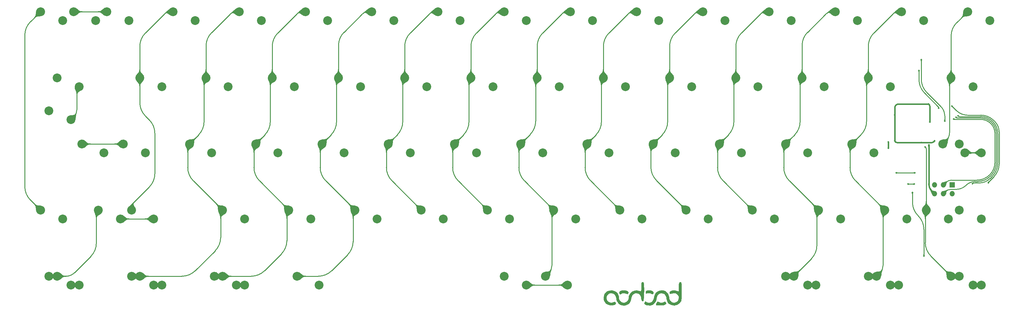
<source format=gbr>
G04 #@! TF.GenerationSoftware,KiCad,Pcbnew,(6.0.9)*
G04 #@! TF.CreationDate,2023-01-11T00:33:34-05:00*
G04 #@! TF.ProjectId,nue-pcb,6e75652d-7063-4622-9e6b-696361645f70,0.1*
G04 #@! TF.SameCoordinates,Original*
G04 #@! TF.FileFunction,Copper,L2,Bot*
G04 #@! TF.FilePolarity,Positive*
%FSLAX46Y46*%
G04 Gerber Fmt 4.6, Leading zero omitted, Abs format (unit mm)*
G04 Created by KiCad (PCBNEW (6.0.9)) date 2023-01-11 00:33:34*
%MOMM*%
%LPD*%
G01*
G04 APERTURE LIST*
G04 #@! TA.AperFunction,ComponentPad*
%ADD10C,2.540000*%
G04 #@! TD*
G04 #@! TA.AperFunction,ComponentPad*
%ADD11R,1.524000X1.524000*%
G04 #@! TD*
G04 #@! TA.AperFunction,ComponentPad*
%ADD12O,1.524000X1.524000*%
G04 #@! TD*
G04 #@! TA.AperFunction,ViaPad*
%ADD13C,0.508000*%
G04 #@! TD*
G04 #@! TA.AperFunction,Conductor*
%ADD14C,0.381000*%
G04 #@! TD*
G04 #@! TA.AperFunction,Conductor*
%ADD15C,0.254000*%
G04 #@! TD*
G04 APERTURE END LIST*
G36*
X230675497Y-140298716D02*
G01*
X231127695Y-140383014D01*
X231461571Y-140532309D01*
X231661191Y-140734301D01*
X231710624Y-140976689D01*
X231593939Y-141247171D01*
X231491401Y-141357786D01*
X231370688Y-141371971D01*
X231159946Y-141295979D01*
X230866414Y-141198068D01*
X230412459Y-141130192D01*
X229992669Y-141156311D01*
X229667851Y-141277191D01*
X229508012Y-141378821D01*
X229348161Y-141448292D01*
X229240229Y-141411440D01*
X229124830Y-141267170D01*
X229038992Y-141115780D01*
X228999635Y-140843765D01*
X229122719Y-140615018D01*
X229396292Y-140439147D01*
X229808402Y-140325762D01*
X230347098Y-140284470D01*
X230675497Y-140298716D01*
G37*
G36*
X246717103Y-137913416D02*
G01*
X246807176Y-137945910D01*
X246874067Y-138023817D01*
X246921192Y-138166755D01*
X246951967Y-138394341D01*
X246969806Y-138726191D01*
X246978127Y-139181923D01*
X246980344Y-139781153D01*
X246979873Y-140543498D01*
X246979854Y-140567324D01*
X246978148Y-141320712D01*
X246973548Y-141915100D01*
X246964689Y-142373562D01*
X246950202Y-142719174D01*
X246928723Y-142975010D01*
X246898884Y-143164147D01*
X246859319Y-143309659D01*
X246808661Y-143434622D01*
X246579306Y-143813570D01*
X246152841Y-144216024D01*
X245593464Y-144494730D01*
X245406382Y-144555437D01*
X244967290Y-144648314D01*
X244554745Y-144638753D01*
X244079055Y-144528772D01*
X243877746Y-144460422D01*
X243384086Y-144189776D01*
X243013663Y-143800519D01*
X242756642Y-143279901D01*
X242603191Y-142615172D01*
X242547143Y-142314139D01*
X242353729Y-141784156D01*
X242059380Y-141406271D01*
X241663695Y-141180062D01*
X241166273Y-141105107D01*
X240973047Y-141118904D01*
X240542244Y-141266837D01*
X240195371Y-141564812D01*
X239946525Y-141997805D01*
X239809803Y-142550792D01*
X239779903Y-142745145D01*
X239699375Y-143114875D01*
X239607102Y-143411635D01*
X239395440Y-143760994D01*
X239059460Y-144108562D01*
X238659950Y-144397260D01*
X238254888Y-144577115D01*
X238235533Y-144582414D01*
X237812582Y-144648861D01*
X237371158Y-144640586D01*
X236951179Y-144567684D01*
X236592564Y-144440252D01*
X236335231Y-144268388D01*
X236219099Y-144062189D01*
X236250068Y-143872487D01*
X236370094Y-143656682D01*
X236548260Y-143436657D01*
X236912222Y-143641215D01*
X236946764Y-143660120D01*
X237413302Y-143820851D01*
X237861600Y-143814359D01*
X238267653Y-143654942D01*
X238607458Y-143356900D01*
X238857012Y-142934531D01*
X238992311Y-142402134D01*
X239036478Y-142123629D01*
X239239643Y-141482211D01*
X239564036Y-140970575D01*
X240002375Y-140595732D01*
X240547379Y-140364694D01*
X241191765Y-140284470D01*
X241693707Y-140322444D01*
X242213189Y-140485551D01*
X242680612Y-140793092D01*
X242760427Y-140864301D01*
X243055995Y-141233819D01*
X243265956Y-141713508D01*
X243405327Y-142335323D01*
X243467108Y-142658207D01*
X243607487Y-143063130D01*
X243824644Y-143372904D01*
X244148577Y-143640198D01*
X244356494Y-143752981D01*
X244768563Y-143840596D01*
X245180499Y-143782341D01*
X245558917Y-143597530D01*
X245870435Y-143305476D01*
X246081669Y-142925496D01*
X246159236Y-142476902D01*
X246107914Y-142076227D01*
X245914815Y-141661000D01*
X245601331Y-141353073D01*
X245191988Y-141167950D01*
X244711314Y-141121136D01*
X244183835Y-141228137D01*
X244105555Y-141254339D01*
X243823150Y-141313642D01*
X243638650Y-141264124D01*
X243505676Y-141096803D01*
X243476950Y-141030980D01*
X243480212Y-140799476D01*
X243637146Y-140594637D01*
X243925071Y-140430698D01*
X244321305Y-140321895D01*
X244803167Y-140282464D01*
X245028489Y-140292418D01*
X245390886Y-140342109D01*
X245671152Y-140419514D01*
X245728740Y-140443077D01*
X245949411Y-140523916D01*
X246079369Y-140556564D01*
X246083170Y-140555281D01*
X246112983Y-140450237D01*
X246137262Y-140201087D01*
X246153597Y-139842331D01*
X246159578Y-139408472D01*
X246161004Y-139142071D01*
X246177316Y-138638334D01*
X246216120Y-138285108D01*
X246282747Y-138060235D01*
X246382526Y-137941559D01*
X246520787Y-137906924D01*
X246600432Y-137906718D01*
X246717103Y-137913416D01*
G37*
G36*
X235840248Y-137906925D02*
G01*
X235947672Y-137923939D01*
X236031570Y-137987546D01*
X236094663Y-138117189D01*
X236139670Y-138332308D01*
X236169310Y-138652342D01*
X236186304Y-139096734D01*
X236193372Y-139684922D01*
X236193232Y-140436349D01*
X236193139Y-140462918D01*
X236186174Y-141296113D01*
X236170253Y-141963907D01*
X236142884Y-142483038D01*
X236101577Y-142870246D01*
X236043843Y-143142269D01*
X235967191Y-143315847D01*
X235869130Y-143407718D01*
X235747170Y-143434622D01*
X235660028Y-143425370D01*
X235547544Y-143356328D01*
X235464235Y-143194376D01*
X235397275Y-142909652D01*
X235333837Y-142472293D01*
X235283306Y-142211170D01*
X235085793Y-141750420D01*
X234787449Y-141407703D01*
X234417280Y-141191252D01*
X234004294Y-141109299D01*
X233577497Y-141170075D01*
X233165897Y-141381815D01*
X232798500Y-141752749D01*
X232722675Y-141892822D01*
X232620325Y-142206065D01*
X232549946Y-142579764D01*
X232540414Y-142651309D01*
X232373860Y-143316026D01*
X232081122Y-143849731D01*
X231659693Y-144255827D01*
X231107065Y-144537717D01*
X231007378Y-144570155D01*
X230432205Y-144656140D01*
X229838160Y-144597968D01*
X229279534Y-144406191D01*
X228810615Y-144091361D01*
X228803499Y-144084744D01*
X228574788Y-143793981D01*
X228368518Y-143403338D01*
X228219161Y-142990269D01*
X228161190Y-142632227D01*
X228130630Y-142320306D01*
X227964242Y-141862424D01*
X227678134Y-141491608D01*
X227300741Y-141231751D01*
X226860496Y-141106743D01*
X226385837Y-141140480D01*
X226177205Y-141224992D01*
X225851584Y-141466013D01*
X225577688Y-141787939D01*
X225413366Y-142131802D01*
X225412252Y-142135972D01*
X225382907Y-142577036D01*
X225507999Y-143004468D01*
X225761293Y-143379326D01*
X226116557Y-143662667D01*
X226547558Y-143815546D01*
X226893818Y-143812340D01*
X227326902Y-143703839D01*
X227609351Y-143623258D01*
X227873166Y-143626251D01*
X228022112Y-143759731D01*
X228068930Y-144029284D01*
X228055234Y-144156235D01*
X227957287Y-144307374D01*
X227726304Y-144444637D01*
X227607149Y-144496916D01*
X227016125Y-144644905D01*
X226411749Y-144632120D01*
X225835436Y-144463739D01*
X225328596Y-144144937D01*
X225089826Y-143911240D01*
X224756734Y-143421420D01*
X224574655Y-142893804D01*
X224534251Y-142353873D01*
X224626185Y-141827104D01*
X224841119Y-141338977D01*
X225169716Y-140914971D01*
X225602639Y-140580564D01*
X226130549Y-140361235D01*
X226744110Y-140282464D01*
X227074681Y-140306873D01*
X227629495Y-140454204D01*
X228118874Y-140714549D01*
X228490338Y-141064409D01*
X228587277Y-141209075D01*
X228785961Y-141623676D01*
X228928205Y-142082188D01*
X228982599Y-142493430D01*
X228993059Y-142632631D01*
X229125981Y-143038519D01*
X229379132Y-143403703D01*
X229711124Y-143661810D01*
X230164319Y-143820205D01*
X230595095Y-143806991D01*
X231041280Y-143620472D01*
X231394189Y-143331714D01*
X231639562Y-142916876D01*
X231727617Y-142415778D01*
X231774760Y-141986147D01*
X231976461Y-141431047D01*
X232316263Y-140961832D01*
X232771957Y-140599889D01*
X233321336Y-140366602D01*
X233942188Y-140283356D01*
X234153241Y-140292327D01*
X234518441Y-140342556D01*
X234805344Y-140422378D01*
X234944515Y-140478326D01*
X235121660Y-140527694D01*
X235242591Y-140504400D01*
X235318014Y-140386432D01*
X235358633Y-140151781D01*
X235375154Y-139778436D01*
X235378283Y-139244387D01*
X235378600Y-138993096D01*
X235384939Y-138546464D01*
X235406801Y-138242792D01*
X235453682Y-138054541D01*
X235535075Y-137954173D01*
X235660475Y-137914146D01*
X235839375Y-137906924D01*
X235840248Y-137906925D01*
G37*
G36*
X240142430Y-143486740D02*
G01*
X240306617Y-143551376D01*
X240540513Y-143663039D01*
X240923081Y-143807156D01*
X241355867Y-143822010D01*
X241794850Y-143664636D01*
X241938767Y-143594262D01*
X242191921Y-143534479D01*
X242371605Y-143622203D01*
X242513957Y-143867635D01*
X242578613Y-144053316D01*
X242556794Y-144179020D01*
X242417395Y-144295063D01*
X242195358Y-144422791D01*
X241920298Y-144547968D01*
X241789236Y-144580193D01*
X241448258Y-144613420D01*
X240962877Y-144624814D01*
X240355787Y-144614048D01*
X239649686Y-144580795D01*
X239614250Y-144563156D01*
X239596323Y-144433769D01*
X239645734Y-144219472D01*
X239742205Y-143968621D01*
X239865457Y-143729572D01*
X239995212Y-143550681D01*
X240111189Y-143480305D01*
X240142430Y-143486740D01*
G37*
G36*
X238081445Y-140323249D02*
G01*
X238547278Y-140473348D01*
X238658031Y-140531261D01*
X238883185Y-140714618D01*
X238942088Y-140928298D01*
X238847011Y-141202139D01*
X238697630Y-141347969D01*
X238461687Y-141358351D01*
X238123473Y-141230209D01*
X237912244Y-141150826D01*
X237631356Y-141118702D01*
X237241450Y-141141386D01*
X236657419Y-141201222D01*
X236657419Y-140836424D01*
X236663777Y-140697632D01*
X236726481Y-140489290D01*
X236880597Y-140362517D01*
X237155838Y-140299510D01*
X237581919Y-140282464D01*
X238081445Y-140323249D01*
G37*
D10*
X329247500Y-60007500D03*
X335597500Y-62547500D03*
X310197500Y-60007500D03*
X316547500Y-62547500D03*
X291147500Y-60007500D03*
X297497500Y-62547500D03*
X272097500Y-60007500D03*
X278447500Y-62547500D03*
X253047500Y-60007500D03*
X259397500Y-62547500D03*
X233997500Y-60007500D03*
X240347500Y-62547500D03*
X214947500Y-60007500D03*
X221297500Y-62547500D03*
X195897500Y-60007500D03*
X202247500Y-62547500D03*
X176847500Y-60007500D03*
X183197500Y-62547500D03*
X157797500Y-60007500D03*
X164147500Y-62547500D03*
X138747500Y-60007500D03*
X145097500Y-62547500D03*
X119697500Y-60007500D03*
X126047500Y-62547500D03*
X100647500Y-60007500D03*
X106997500Y-62547500D03*
X72072500Y-60007500D03*
X78422500Y-62547500D03*
X300672500Y-79057500D03*
X307022500Y-81597500D03*
X281622500Y-79057500D03*
X287972500Y-81597500D03*
X262572500Y-79057500D03*
X268922500Y-81597500D03*
X243522500Y-79057500D03*
X249872500Y-81597500D03*
X224472500Y-79057500D03*
X230822500Y-81597500D03*
X205422500Y-79057500D03*
X211772500Y-81597500D03*
X186372500Y-79057500D03*
X192722500Y-81597500D03*
X167322500Y-79057500D03*
X173672500Y-81597500D03*
X148272500Y-79057500D03*
X154622500Y-81597500D03*
X129222500Y-79057500D03*
X135572500Y-81597500D03*
X110172500Y-79057500D03*
X116522500Y-81597500D03*
X91122500Y-79057500D03*
X97472500Y-81597500D03*
X62547500Y-60007500D03*
X68897500Y-62547500D03*
X276860000Y-98107500D03*
X283210000Y-100647500D03*
X257810000Y-98107500D03*
X264160000Y-100647500D03*
X238760000Y-98107500D03*
X245110000Y-100647500D03*
X219710000Y-98107500D03*
X226060000Y-100647500D03*
X181610000Y-98107500D03*
X187960000Y-100647500D03*
X162560000Y-98107500D03*
X168910000Y-100647500D03*
X143510000Y-98107500D03*
X149860000Y-100647500D03*
X124460000Y-98107500D03*
X130810000Y-100647500D03*
X105410000Y-98107500D03*
X111760000Y-100647500D03*
X67310000Y-79057500D03*
X73660000Y-81597500D03*
X317341250Y-117157500D03*
X323691250Y-119697500D03*
X286385000Y-117157500D03*
X292735000Y-119697500D03*
X267335000Y-117157500D03*
X273685000Y-119697500D03*
X210185000Y-117157500D03*
X216535000Y-119697500D03*
X191135000Y-117157500D03*
X197485000Y-119697500D03*
X172085000Y-117157500D03*
X178435000Y-119697500D03*
X153035000Y-117157500D03*
X159385000Y-119697500D03*
X133985000Y-117157500D03*
X140335000Y-119697500D03*
X114935000Y-117157500D03*
X121285000Y-119697500D03*
X79216250Y-117157500D03*
X85566250Y-119697500D03*
X62547500Y-117157500D03*
X68897500Y-119697500D03*
X326866250Y-136207500D03*
X333216250Y-138747500D03*
X303053750Y-136207500D03*
X309403750Y-138747500D03*
X279241250Y-136207500D03*
X285591250Y-138747500D03*
X136366250Y-136207500D03*
X142716250Y-138747500D03*
X112553750Y-136207500D03*
X118903750Y-138747500D03*
X64928750Y-136207500D03*
X71278750Y-138747500D03*
X81597500Y-60007500D03*
X87947500Y-62547500D03*
X64928750Y-88582500D03*
X71278750Y-91122500D03*
X326866250Y-117157500D03*
X333216250Y-119697500D03*
X88741250Y-117157500D03*
X95091250Y-119697500D03*
X324485000Y-136207500D03*
X330835000Y-138747500D03*
X300672500Y-136207500D03*
X307022500Y-138747500D03*
X114935000Y-136207500D03*
X121285000Y-138747500D03*
X91122500Y-136207500D03*
X97472500Y-138747500D03*
X67310000Y-136207500D03*
X73660000Y-138747500D03*
X305435000Y-117157500D03*
X311785000Y-119697500D03*
X86360000Y-98107500D03*
X92710000Y-100647500D03*
X195897500Y-136207500D03*
X202247500Y-138747500D03*
X207803750Y-136207500D03*
X214153750Y-138747500D03*
X229235000Y-117157500D03*
X235585000Y-119697500D03*
X248285000Y-117157500D03*
X254635000Y-119697500D03*
D11*
X324802500Y-109918500D03*
D12*
X324802500Y-112458500D03*
X322262500Y-109918500D03*
X322262500Y-112458500D03*
X319722500Y-109918500D03*
X319722500Y-112458500D03*
D10*
X74453750Y-98107500D03*
X80803750Y-100647500D03*
X322103750Y-98107500D03*
X328453750Y-100647500D03*
X324485000Y-79057500D03*
X330835000Y-81597500D03*
X326866250Y-98107500D03*
X333216250Y-100647500D03*
X200660000Y-98107500D03*
X207010000Y-100647500D03*
X295910000Y-98107500D03*
X302260000Y-100647500D03*
X276860000Y-136207500D03*
X283210000Y-138747500D03*
X88741250Y-136207500D03*
X95091250Y-138747500D03*
D13*
X318071500Y-98361500D03*
X306451000Y-99314000D03*
X306451000Y-97536000D03*
X322643500Y-91503500D03*
X315912500Y-73850500D03*
X315244750Y-76931250D03*
X320929000Y-87757000D03*
X308706250Y-106425000D03*
X314072000Y-106425000D03*
X313372500Y-112077500D03*
X316706250Y-130397250D03*
X316992000Y-98933000D03*
X308292500Y-97218500D03*
X318389000Y-91757500D03*
X319722500Y-97218500D03*
X308292500Y-89725500D03*
X315912500Y-97726500D03*
X318008000Y-86614000D03*
X335216500Y-109283500D03*
X312102500Y-109664500D03*
X324696901Y-87164099D03*
X313880500Y-109664500D03*
X325882000Y-90424000D03*
X325247000Y-90932000D03*
X330644500Y-109537500D03*
X326453500Y-89979500D03*
D14*
X318897000Y-111633000D02*
X319722500Y-112458500D01*
X318071500Y-98361500D02*
X318071500Y-109640066D01*
X306451000Y-97536000D02*
X306451000Y-99314000D01*
X318896990Y-111633010D02*
G75*
G02*
X318071500Y-109640066I1992910J1992910D01*
G01*
D15*
X321558262Y-87348748D02*
X317506292Y-83296778D01*
X315912500Y-79449022D02*
X315912500Y-73850500D01*
X322643500Y-89968743D02*
X322643500Y-91503500D01*
X322643478Y-89968743D02*
G75*
G03*
X321558261Y-87348749I-3705178J43D01*
G01*
X317506293Y-83296777D02*
G75*
G02*
X315912500Y-79449022I3847807J3847777D01*
G01*
X320839197Y-87413197D02*
X316838542Y-83412542D01*
X320929000Y-87630000D02*
X320929000Y-87757000D01*
X315244750Y-76931250D02*
X315244750Y-79564786D01*
X320929001Y-87630000D02*
G75*
G03*
X320839197Y-87413197I-306601J0D01*
G01*
X316838535Y-83412549D02*
G75*
G02*
X315244750Y-79564786I3847765J3847749D01*
G01*
X308706250Y-106425000D02*
X313945000Y-106425000D01*
X314966292Y-118751292D02*
X315055297Y-118840297D01*
X316649090Y-130299671D02*
X316649090Y-122688053D01*
X313372500Y-114903536D02*
X313372500Y-112077500D01*
X316706250Y-130397250D02*
X316677670Y-130368670D01*
X316649110Y-122688053D02*
G75*
G03*
X315055296Y-118840298I-5441610J-47D01*
G01*
X316677649Y-130368691D02*
G75*
G02*
X316649090Y-130299671I69051J68991D01*
G01*
X314966300Y-118751284D02*
G75*
G02*
X313372500Y-114903536I3847800J3847784D01*
G01*
X317341250Y-116728875D02*
X317341250Y-117586125D01*
X324485000Y-67023963D02*
X324485000Y-78743191D01*
X326078792Y-63176207D02*
X329247500Y-60007500D01*
X324485000Y-136207500D02*
X318649292Y-130371792D01*
X317055500Y-118502555D02*
X317055500Y-126524036D01*
X324040500Y-94801260D02*
X324040500Y-79816308D01*
X317341250Y-116728875D02*
X317341250Y-99529207D01*
X324485000Y-136207500D02*
X326866250Y-136207500D01*
X317341250Y-117586125D02*
X317341250Y-117812694D01*
X323072125Y-97139125D02*
X322103750Y-98107500D01*
X317166625Y-99107625D02*
X316992000Y-98933000D01*
X324040504Y-79816308D02*
G75*
G02*
X324262750Y-79279750I758796J8D01*
G01*
X317341232Y-99529207D02*
G75*
G03*
X317166625Y-99107625I-596232J7D01*
G01*
X324484960Y-67023963D02*
G75*
G02*
X326078793Y-63176208I5441540J-37D01*
G01*
X323072136Y-97139136D02*
G75*
G03*
X324040500Y-94801260I-2337836J2337836D01*
G01*
X318649300Y-130371784D02*
G75*
G02*
X317055500Y-126524036I3847800J3847784D01*
G01*
X324262753Y-79279753D02*
G75*
G03*
X324485000Y-78743191I-536553J536553D01*
G01*
X317055468Y-118502555D02*
G75*
G02*
X317198376Y-118157626I487832J-45D01*
G01*
X317198387Y-118157637D02*
G75*
G03*
X317341250Y-117812694I-344987J344937D01*
G01*
X300672500Y-78613000D02*
X300672500Y-79502000D01*
X300672500Y-79502000D02*
X300672500Y-79946500D01*
X300164500Y-91599036D02*
X300164500Y-80559710D01*
X295910000Y-98573789D02*
X295910000Y-98520250D01*
X295402000Y-99800210D02*
X295402000Y-104870536D01*
X303895649Y-135365600D02*
X303990375Y-135270875D01*
X307766449Y-60642499D02*
X302266292Y-66142656D01*
X298570707Y-95446792D02*
X296201858Y-97815641D01*
X301863125Y-136207500D02*
X300672500Y-136207500D01*
X300672500Y-78613000D02*
X300672500Y-69990412D01*
X300418500Y-79946500D02*
X300672500Y-79692500D01*
X309299474Y-60007500D02*
X310197500Y-60007500D01*
X305435000Y-118004789D02*
X305435000Y-117760750D01*
X304927000Y-133009662D02*
X304927000Y-119231210D01*
X296995792Y-108718292D02*
X305008437Y-116730937D01*
X305181003Y-118618003D02*
G75*
G03*
X305435000Y-118004789I-613203J613203D01*
G01*
X298570700Y-95446785D02*
G75*
G03*
X300164500Y-91599036I-3847800J3847785D01*
G01*
X296995800Y-108718284D02*
G75*
G02*
X295402000Y-104870536I3847800J3847784D01*
G01*
X305435027Y-117760750D02*
G75*
G03*
X305008436Y-116730938I-1456427J-50D01*
G01*
X300672494Y-69990412D02*
G75*
G02*
X302266292Y-66142656I5441506J12D01*
G01*
X307766467Y-60642517D02*
G75*
G02*
X309299474Y-60007500I1533033J-1532983D01*
G01*
X301863125Y-136207523D02*
G75*
G03*
X303895648Y-135365599I-25J2874423D01*
G01*
X303990386Y-135270886D02*
G75*
G03*
X304927000Y-133009662I-2261186J2261186D01*
G01*
X300164505Y-80559710D02*
G75*
G02*
X300418501Y-79946501I867195J10D01*
G01*
X295402005Y-99800210D02*
G75*
G02*
X295656001Y-99187001I867195J10D01*
G01*
X304927005Y-119231210D02*
G75*
G02*
X305181001Y-118618001I867195J10D01*
G01*
X295656003Y-99187003D02*
G75*
G03*
X295910000Y-98573789I-613203J613203D01*
G01*
X295910045Y-98520250D02*
G75*
G02*
X296201858Y-97815641I996455J50D01*
G01*
X281622500Y-69754463D02*
X281622500Y-78740000D01*
X286385000Y-117570250D02*
X286385000Y-117623789D01*
X281051000Y-80668111D02*
X281051000Y-91662536D01*
X281622500Y-78740000D02*
X281622500Y-79375000D01*
X290131500Y-60007500D02*
X291147500Y-60007500D01*
X288397079Y-60725920D02*
X283216292Y-65906707D01*
X276860000Y-98573789D02*
X276860000Y-98520250D01*
X279241250Y-136207500D02*
X276860000Y-136207500D01*
X276352000Y-99800210D02*
X276352000Y-104870536D01*
X281397993Y-79917006D02*
X281336750Y-79978250D01*
X277151858Y-97815641D02*
X279457207Y-95510292D01*
X285877000Y-127317786D02*
X285877000Y-118850210D01*
X286093141Y-116865641D02*
X277945792Y-108718292D01*
X279241250Y-136207500D02*
X284283207Y-131165542D01*
X281051005Y-80668111D02*
G75*
G02*
X281336750Y-79978250I975595J11D01*
G01*
X281397991Y-79917004D02*
G75*
G03*
X281622500Y-79375000I-541991J542004D01*
G01*
X281622460Y-69754463D02*
G75*
G02*
X283216293Y-65906708I5441540J-37D01*
G01*
X276352005Y-99800210D02*
G75*
G02*
X276606001Y-99187001I867195J10D01*
G01*
X279457200Y-95510285D02*
G75*
G03*
X281051000Y-91662536I-3847800J3847785D01*
G01*
X277945800Y-108718284D02*
G75*
G02*
X276352000Y-104870536I3847800J3847784D01*
G01*
X284283225Y-131165560D02*
G75*
G03*
X285877000Y-127317786I-3847825J3847760D01*
G01*
X288397088Y-60725929D02*
G75*
G02*
X290131500Y-60007500I1734412J-1734371D01*
G01*
X276860045Y-98520250D02*
G75*
G02*
X277151858Y-97815641I996455J50D01*
G01*
X286131003Y-118237003D02*
G75*
G03*
X286385000Y-117623789I-613203J613203D01*
G01*
X276606003Y-99187003D02*
G75*
G03*
X276860000Y-98573789I-613203J613203D01*
G01*
X286385025Y-117570250D02*
G75*
G03*
X286093141Y-116865641I-996525J-50D01*
G01*
X285877005Y-118850210D02*
G75*
G02*
X286131001Y-118237001I867195J10D01*
G01*
X262572500Y-78613000D02*
X262572500Y-79502000D01*
X260407207Y-95510292D02*
X258056957Y-97860542D01*
X271199474Y-60007500D02*
X272097500Y-60007500D01*
X262572500Y-69990412D02*
X262572500Y-78613000D01*
X262001000Y-91662536D02*
X262001000Y-80922111D01*
X262572500Y-79502000D02*
X262572500Y-79542388D01*
X257302000Y-104870536D02*
X257302000Y-99673210D01*
X257555999Y-99059999D02*
X257563042Y-99052957D01*
X258895792Y-108718292D02*
X267335000Y-117157500D01*
X264166292Y-66142656D02*
X269666449Y-60642499D01*
X257563025Y-99052940D02*
G75*
G03*
X257810000Y-98456750I-596225J596240D01*
G01*
X257810046Y-98456750D02*
G75*
G02*
X258056958Y-97860543I843154J50D01*
G01*
X262001005Y-80922111D02*
G75*
G02*
X262286750Y-80232250I975595J11D01*
G01*
X258895800Y-108718284D02*
G75*
G02*
X257302000Y-104870536I3847800J3847784D01*
G01*
X260407200Y-95510285D02*
G75*
G03*
X262001000Y-91662536I-3847800J3847785D01*
G01*
X262572494Y-69990412D02*
G75*
G02*
X264166292Y-66142656I5441506J12D01*
G01*
X257302003Y-99673210D02*
G75*
G02*
X257555999Y-99059999I867197J10D01*
G01*
X262286753Y-80232253D02*
G75*
G03*
X262572500Y-79542388I-689853J689853D01*
G01*
X269666467Y-60642517D02*
G75*
G02*
X271199474Y-60007500I1533033J-1532983D01*
G01*
X238760000Y-98610987D02*
X238760000Y-98583750D01*
X243522500Y-69990412D02*
X243522500Y-78549500D01*
X239718792Y-108591292D02*
X248285000Y-117157500D01*
X252149474Y-60007500D02*
X253047500Y-60007500D01*
X243522500Y-79669388D02*
X243522500Y-79565500D01*
X239096759Y-97770740D02*
X241357207Y-95510292D01*
X238125000Y-104743536D02*
X238125000Y-100144012D01*
X242951000Y-81049111D02*
X242951000Y-91662536D01*
X243522500Y-78549500D02*
X243522500Y-79565500D01*
X245116292Y-66142656D02*
X250616449Y-60642499D01*
X243236753Y-80359253D02*
G75*
G03*
X243522500Y-79669388I-689853J689853D01*
G01*
X239718800Y-108591284D02*
G75*
G02*
X238125000Y-104743536I3847800J3847784D01*
G01*
X242951005Y-81049111D02*
G75*
G02*
X243236750Y-80359250I975595J11D01*
G01*
X243522494Y-69990412D02*
G75*
G02*
X245116292Y-66142656I5441506J12D01*
G01*
X250616467Y-60642517D02*
G75*
G02*
X252149474Y-60007500I1533033J-1532983D01*
G01*
X238125006Y-100144012D02*
G75*
G02*
X238442500Y-99377500I1083994J12D01*
G01*
X238442504Y-99377504D02*
G75*
G03*
X238760000Y-98610987I-766504J766504D01*
G01*
X241357200Y-95510285D02*
G75*
G03*
X242951000Y-91662536I-3847800J3847785D01*
G01*
X238760044Y-98583750D02*
G75*
G02*
X239096759Y-97770740I1149756J50D01*
G01*
X223901000Y-80795111D02*
X223901000Y-91662536D01*
X224186749Y-80105249D02*
X224203092Y-80088907D01*
X224472500Y-78676500D02*
X224472500Y-69990412D01*
X219202000Y-104870536D02*
X219202000Y-99673210D01*
X226066292Y-66142656D02*
X231566449Y-60642499D01*
X219463042Y-99052957D02*
X219456000Y-99060000D01*
X224472500Y-78676500D02*
X224472500Y-79438500D01*
X222307207Y-95510292D02*
X219956957Y-97860542D01*
X233099474Y-60007500D02*
X233997500Y-60007500D01*
X220795792Y-108718292D02*
X229235000Y-117157500D01*
X220795800Y-108718284D02*
G75*
G02*
X219202000Y-104870536I3847800J3847784D01*
G01*
X224472494Y-69990412D02*
G75*
G02*
X226066292Y-66142656I5441506J12D01*
G01*
X222307200Y-95510285D02*
G75*
G03*
X223901000Y-91662536I-3847800J3847785D01*
G01*
X231566467Y-60642517D02*
G75*
G02*
X233099474Y-60007500I1533033J-1532983D01*
G01*
X219202005Y-99673210D02*
G75*
G02*
X219456001Y-99060001I867195J10D01*
G01*
X223901004Y-80795111D02*
G75*
G02*
X224186749Y-80105249I975596J11D01*
G01*
X219710046Y-98456750D02*
G75*
G02*
X219956958Y-97860543I843154J50D01*
G01*
X219463025Y-99052940D02*
G75*
G03*
X219710000Y-98456750I-596225J596240D01*
G01*
X224203089Y-80088904D02*
G75*
G03*
X224472500Y-79438500I-650389J650404D01*
G01*
X205422500Y-78486000D02*
X205422500Y-69990412D01*
X209931000Y-118237000D02*
X210185000Y-117983000D01*
X200405999Y-99059999D02*
X200413042Y-99052957D01*
X208740375Y-135270875D02*
X207803750Y-136207500D01*
X205422500Y-79629000D02*
X205422500Y-79886191D01*
X204978000Y-91535536D02*
X204978000Y-80959308D01*
X214049474Y-60007500D02*
X214947500Y-60007500D01*
X205422500Y-78486000D02*
X205422500Y-79629000D01*
X209677000Y-133009662D02*
X209677000Y-118850210D01*
X200906956Y-97860542D02*
X203384207Y-95383292D01*
X207016292Y-66142656D02*
X212516449Y-60642499D01*
X200152000Y-99673210D02*
X200152000Y-104870536D01*
X201745792Y-108718292D02*
X210185000Y-117157500D01*
X200660045Y-98456750D02*
G75*
G02*
X200906956Y-97860542I843155J50D01*
G01*
X205200253Y-80422753D02*
G75*
G03*
X205422500Y-79886191I-536553J536553D01*
G01*
X204978004Y-80959308D02*
G75*
G02*
X205200250Y-80422750I758796J8D01*
G01*
X209677005Y-118850210D02*
G75*
G02*
X209931001Y-118237001I867195J10D01*
G01*
X208740386Y-135270886D02*
G75*
G03*
X209677000Y-133009662I-2261186J2261186D01*
G01*
X200413025Y-99052940D02*
G75*
G03*
X200660000Y-98456750I-596225J596240D01*
G01*
X205422494Y-69990412D02*
G75*
G02*
X207016292Y-66142656I5441506J12D01*
G01*
X201745800Y-108718284D02*
G75*
G02*
X200152000Y-104870536I3847800J3847784D01*
G01*
X203384200Y-95383285D02*
G75*
G03*
X204978000Y-91535536I-3847800J3847785D01*
G01*
X200152003Y-99673210D02*
G75*
G02*
X200405999Y-99059999I867197J10D01*
G01*
X212516467Y-60642517D02*
G75*
G02*
X214049474Y-60007500I1533033J-1532983D01*
G01*
X184207207Y-95510292D02*
X181856957Y-97860542D01*
X185801000Y-91662536D02*
X185801000Y-80922111D01*
X181363042Y-99052957D02*
X181356000Y-99060000D01*
X181102000Y-104870536D02*
X181102000Y-99673210D01*
X182695792Y-108718292D02*
X191135000Y-117157500D01*
X186372500Y-79502000D02*
X186372500Y-79542388D01*
X186372500Y-78613000D02*
X186372500Y-79502000D01*
X187966292Y-66142656D02*
X193466449Y-60642499D01*
X194999474Y-60007500D02*
X195897500Y-60007500D01*
X186372500Y-78613000D02*
X186372500Y-69990412D01*
X181610046Y-98456750D02*
G75*
G02*
X181856958Y-97860543I843154J50D01*
G01*
X185801005Y-80922111D02*
G75*
G02*
X186086750Y-80232250I975595J11D01*
G01*
X182695800Y-108718284D02*
G75*
G02*
X181102000Y-104870536I3847800J3847784D01*
G01*
X184207200Y-95510285D02*
G75*
G03*
X185801000Y-91662536I-3847800J3847785D01*
G01*
X186086753Y-80232253D02*
G75*
G03*
X186372500Y-79542388I-689853J689853D01*
G01*
X193466467Y-60642517D02*
G75*
G02*
X194999474Y-60007500I1533033J-1532983D01*
G01*
X181363025Y-99052940D02*
G75*
G03*
X181610000Y-98456750I-596225J596240D01*
G01*
X186372494Y-69990412D02*
G75*
G02*
X187966292Y-66142656I5441506J12D01*
G01*
X181102005Y-99673210D02*
G75*
G02*
X181356001Y-99060001I867195J10D01*
G01*
X166751000Y-91662536D02*
X166751000Y-80922111D01*
X174416449Y-60642499D02*
X168916292Y-66142656D01*
X162762055Y-97905444D02*
X165157207Y-95510292D01*
X175949474Y-60007500D02*
X176847500Y-60007500D01*
X167322500Y-79502000D02*
X167322500Y-79542388D01*
X167322500Y-78613000D02*
X167322500Y-69990412D01*
X163645792Y-108718292D02*
X172085000Y-117157500D01*
X162052000Y-99546210D02*
X162052000Y-104870536D01*
X162305999Y-98932999D02*
X162357944Y-98881055D01*
X167322500Y-78613000D02*
X167322500Y-79502000D01*
X163645800Y-108718284D02*
G75*
G02*
X162052000Y-104870536I3847800J3847784D01*
G01*
X162357927Y-98881038D02*
G75*
G03*
X162560000Y-98393250I-487827J487838D01*
G01*
X165157200Y-95510285D02*
G75*
G03*
X166751000Y-91662536I-3847800J3847785D01*
G01*
X167322494Y-69990412D02*
G75*
G02*
X168916292Y-66142656I5441506J12D01*
G01*
X166751005Y-80922111D02*
G75*
G02*
X167036750Y-80232250I975595J11D01*
G01*
X162052003Y-99546210D02*
G75*
G02*
X162305999Y-98932999I867197J10D01*
G01*
X174416467Y-60642517D02*
G75*
G02*
X175949474Y-60007500I1533033J-1532983D01*
G01*
X167036753Y-80232253D02*
G75*
G03*
X167322500Y-79542388I-689853J689853D01*
G01*
X162560046Y-98393250D02*
G75*
G02*
X162762055Y-97905444I689854J50D01*
G01*
X143667154Y-97950345D02*
X146107207Y-95510292D01*
X147701000Y-91662536D02*
X147701000Y-80922111D01*
X153035000Y-117578888D02*
X153035000Y-117570250D01*
X148272500Y-69754463D02*
X148272500Y-78613000D01*
X143352845Y-98709154D02*
X143256000Y-98806000D01*
X142462536Y-136207500D02*
X136366250Y-136207500D01*
X150869707Y-130054292D02*
X146310292Y-134613707D01*
X152743141Y-116865641D02*
X144595792Y-108718292D01*
X152463500Y-118958611D02*
X152463500Y-126206536D01*
X155047079Y-60725920D02*
X149866292Y-65906707D01*
X148272500Y-78613000D02*
X148272500Y-79502000D01*
X143002000Y-104870536D02*
X143002000Y-99419210D01*
X148272500Y-79502000D02*
X148272500Y-79542388D01*
X156781500Y-60007500D02*
X157797500Y-60007500D01*
X152749253Y-118268753D02*
G75*
G03*
X153035000Y-117578888I-689853J689853D01*
G01*
X143510018Y-98329750D02*
G75*
G02*
X143667154Y-97950345I536482J50D01*
G01*
X146107200Y-95510285D02*
G75*
G03*
X147701000Y-91662536I-3847800J3847785D01*
G01*
X144595800Y-108718284D02*
G75*
G02*
X143002000Y-104870536I3847800J3847784D01*
G01*
X150869700Y-130054285D02*
G75*
G03*
X152463500Y-126206536I-3847800J3847785D01*
G01*
X148272460Y-69754463D02*
G75*
G02*
X149866293Y-65906708I5441540J-37D01*
G01*
X143352829Y-98709138D02*
G75*
G03*
X143510000Y-98329750I-379429J379438D01*
G01*
X147701005Y-80922111D02*
G75*
G02*
X147986750Y-80232250I975595J11D01*
G01*
X153035025Y-117570250D02*
G75*
G03*
X152743141Y-116865641I-996525J-50D01*
G01*
X147986753Y-80232253D02*
G75*
G03*
X148272500Y-79542388I-689853J689853D01*
G01*
X152463505Y-118958611D02*
G75*
G02*
X152749250Y-118268750I975595J11D01*
G01*
X142462536Y-136207510D02*
G75*
G03*
X146310292Y-134613707I-36J5441610D01*
G01*
X155047088Y-60725929D02*
G75*
G02*
X156781500Y-60007500I1734412J-1734371D01*
G01*
X143002005Y-99419210D02*
G75*
G02*
X143256001Y-98806001I867195J10D01*
G01*
X114935000Y-136207500D02*
X123158536Y-136207500D01*
X124796759Y-97770740D02*
X127057207Y-95510292D01*
X123952000Y-99927210D02*
X123952000Y-104870536D01*
X137849474Y-60007500D02*
X138747500Y-60007500D01*
X128953092Y-80088907D02*
X128936750Y-80105250D01*
X124460000Y-98583750D02*
X124460000Y-98700789D01*
X136316449Y-60642499D02*
X130816292Y-66142656D01*
X127006292Y-134613707D02*
X131819707Y-129800292D01*
X129222500Y-78676500D02*
X129222500Y-69990412D01*
X133738042Y-116910542D02*
X125545792Y-108718292D01*
X128651000Y-80795111D02*
X128651000Y-91662536D01*
X133738042Y-118102957D02*
X133699250Y-118141750D01*
X114935000Y-136207500D02*
X112553750Y-136207500D01*
X133413500Y-125952536D02*
X133413500Y-118831611D01*
X129222500Y-78676500D02*
X129222500Y-79438500D01*
X125545800Y-108718284D02*
G75*
G02*
X123952000Y-104870536I3847800J3847784D01*
G01*
X133985024Y-117506750D02*
G75*
G03*
X133738041Y-116910543I-843224J-50D01*
G01*
X123158536Y-136207510D02*
G75*
G03*
X127006292Y-134613707I-36J5441610D01*
G01*
X128953089Y-80088904D02*
G75*
G03*
X129222500Y-79438500I-650389J650404D01*
G01*
X133738025Y-118102940D02*
G75*
G03*
X133985000Y-117506750I-596225J596240D01*
G01*
X123952005Y-99927210D02*
G75*
G02*
X124206001Y-99314001I867195J10D01*
G01*
X124460044Y-98583750D02*
G75*
G02*
X124796759Y-97770740I1149756J50D01*
G01*
X128651005Y-80795111D02*
G75*
G02*
X128936750Y-80105250I975595J11D01*
G01*
X136316467Y-60642517D02*
G75*
G02*
X137849474Y-60007500I1533033J-1532983D01*
G01*
X124206003Y-99314003D02*
G75*
G03*
X124460000Y-98700789I-613203J613203D01*
G01*
X129222494Y-69990412D02*
G75*
G02*
X130816292Y-66142656I5441506J12D01*
G01*
X131819700Y-129800285D02*
G75*
G03*
X133413500Y-125952536I-3847800J3847785D01*
G01*
X127057200Y-95510285D02*
G75*
G03*
X128651000Y-91662536I-3847800J3847785D01*
G01*
X133413505Y-118831611D02*
G75*
G02*
X133699250Y-118141750I975595J11D01*
G01*
X104902000Y-104870536D02*
X104902000Y-99673210D01*
X108007207Y-95510292D02*
X105656957Y-97860542D01*
X118745000Y-60007500D02*
X119697500Y-60007500D01*
X110172500Y-69881463D02*
X110172500Y-78676500D01*
X91122500Y-136207500D02*
X88741250Y-136207500D01*
X109601000Y-91662536D02*
X109601000Y-80795111D01*
X105155999Y-99059999D02*
X105163042Y-99052957D01*
X91122500Y-136207500D02*
X103219536Y-136207500D01*
X112769707Y-128911292D02*
X107067292Y-134613707D01*
X109903092Y-80088907D02*
X109886750Y-80105250D01*
X114732944Y-117931055D02*
X114649250Y-118014750D01*
X106495792Y-108718292D02*
X114732944Y-116955444D01*
X117118980Y-60681019D02*
X111766292Y-66033707D01*
X114363500Y-118704611D02*
X114363500Y-125063536D01*
X110172500Y-78676500D02*
X110172500Y-79438500D01*
X105163025Y-99052940D02*
G75*
G03*
X105410000Y-98456750I-596225J596240D01*
G01*
X106495800Y-108718284D02*
G75*
G02*
X104902000Y-104870536I3847800J3847784D01*
G01*
X108007200Y-95510285D02*
G75*
G03*
X109601000Y-91662536I-3847800J3847785D01*
G01*
X105410046Y-98456750D02*
G75*
G02*
X105656958Y-97860543I843154J50D01*
G01*
X112769700Y-128911285D02*
G75*
G03*
X114363500Y-125063536I-3847800J3847785D01*
G01*
X114935024Y-117443250D02*
G75*
G03*
X114732944Y-116955444I-689924J-50D01*
G01*
X109903089Y-80088904D02*
G75*
G03*
X110172500Y-79438500I-650389J650404D01*
G01*
X103219536Y-136207510D02*
G75*
G03*
X107067292Y-134613707I-36J5441610D01*
G01*
X110172460Y-69881463D02*
G75*
G02*
X111766293Y-66033708I5441540J-37D01*
G01*
X117118988Y-60681027D02*
G75*
G02*
X118745000Y-60007500I1626012J-1625973D01*
G01*
X114732927Y-117931038D02*
G75*
G03*
X114935000Y-117443250I-487827J487838D01*
G01*
X104902003Y-99673210D02*
G75*
G02*
X105155999Y-99059999I867197J10D01*
G01*
X109601005Y-80795111D02*
G75*
G02*
X109886750Y-80105250I975595J11D01*
G01*
X114363505Y-118704611D02*
G75*
G02*
X114649250Y-118014750I975595J11D01*
G01*
X91122500Y-79057500D02*
X91122500Y-69990412D01*
X91122500Y-79057500D02*
X91122500Y-86201536D01*
X72297563Y-135220436D02*
X77019207Y-130498792D01*
X93846707Y-110496292D02*
X89291290Y-115051709D01*
X92716292Y-90049292D02*
X93846707Y-91179707D01*
X95440500Y-106648536D02*
X95440500Y-95027463D01*
X88741250Y-116379625D02*
X88741250Y-117157500D01*
X69914580Y-136207500D02*
X64928750Y-136207500D01*
X78613000Y-126651036D02*
X78613000Y-119298562D01*
X92716292Y-66142656D02*
X98216449Y-60642499D01*
X99749474Y-60007500D02*
X100647500Y-60007500D01*
X79216250Y-117842187D02*
X79216250Y-117157500D01*
X79216230Y-117842187D02*
G75*
G02*
X78914625Y-118570375I-1029830J-13D01*
G01*
X91122494Y-69990412D02*
G75*
G02*
X92716292Y-66142656I5441506J12D01*
G01*
X93846700Y-110496285D02*
G75*
G03*
X95440500Y-106648536I-3847800J3847785D01*
G01*
X78914646Y-118570396D02*
G75*
G03*
X78613000Y-119298562I728154J-728204D01*
G01*
X98216467Y-60642517D02*
G75*
G02*
X99749474Y-60007500I1533033J-1532983D01*
G01*
X72297584Y-135220457D02*
G75*
G02*
X69914580Y-136207500I-2382984J2383057D01*
G01*
X92716300Y-90049284D02*
G75*
G02*
X91122500Y-86201536I3847800J3847784D01*
G01*
X78613010Y-126651036D02*
G75*
G02*
X77019207Y-130498792I-5441610J36D01*
G01*
X95440510Y-95027463D02*
G75*
G03*
X93846706Y-91179708I-5441610J-37D01*
G01*
X88741266Y-116379625D02*
G75*
G02*
X89291291Y-115051710I1877934J25D01*
G01*
X58039000Y-110395036D02*
X58039000Y-66769963D01*
X86360000Y-98107500D02*
X74453750Y-98107500D01*
X59632792Y-62922207D02*
X62547500Y-60007500D01*
X59632792Y-114242792D02*
X62547500Y-117157500D01*
X72072500Y-60007500D02*
X81597500Y-60007500D01*
X58038960Y-66769963D02*
G75*
G02*
X59632793Y-62922208I5441540J-37D01*
G01*
X59632790Y-114242794D02*
G75*
G02*
X58039000Y-110395036I3847760J3847754D01*
G01*
D14*
X308292500Y-87698012D02*
X308292500Y-89725500D01*
X318389000Y-87264407D02*
X318389000Y-91757500D01*
X318198500Y-86804500D02*
X318008000Y-86614000D01*
X308292500Y-97218500D02*
X308292500Y-97282000D01*
X308292500Y-97218500D02*
X308292500Y-89725500D01*
X319722500Y-97218500D02*
X319468500Y-97472500D01*
X318008000Y-86614000D02*
X309376512Y-86614000D01*
X318855289Y-97726500D02*
X308942907Y-97726500D01*
X308337401Y-97390401D02*
X308483000Y-97536000D01*
X318388996Y-87264407D02*
G75*
G03*
X318198499Y-86804501I-650396J7D01*
G01*
X308292506Y-87698012D02*
G75*
G02*
X308610000Y-86931500I1083994J12D01*
G01*
X308942907Y-97726496D02*
G75*
G02*
X308483001Y-97535999I-7J650396D01*
G01*
X308337402Y-97390400D02*
G75*
G02*
X308292500Y-97282000I108398J108400D01*
G01*
X308609996Y-86931496D02*
G75*
G02*
X309376512Y-86614000I766504J-766504D01*
G01*
X318855289Y-97726495D02*
G75*
G03*
X319468499Y-97472499I11J867195D01*
G01*
D15*
X338315317Y-94689733D02*
X338315316Y-103835828D01*
X335269880Y-109047293D02*
X335234293Y-109082880D01*
X326019065Y-88486263D02*
X324696901Y-87164099D01*
X313880500Y-109664500D02*
X312102500Y-109664500D01*
X336767786Y-91355958D02*
X337052275Y-91640447D01*
X329211052Y-89808428D02*
X333031718Y-89808428D01*
X336783701Y-107533472D02*
X335269880Y-109047293D01*
X335216500Y-109125837D02*
X335216500Y-109283500D01*
X335216512Y-109125837D02*
G75*
G02*
X335234294Y-109082881I60688J37D01*
G01*
X329211052Y-89808468D02*
G75*
G02*
X326019065Y-88486263I48J4514168D01*
G01*
X336783679Y-107533450D02*
G75*
G03*
X338315316Y-103835828I-3697579J3697650D01*
G01*
X338315310Y-94689733D02*
G75*
G03*
X337052275Y-91640447I-4312310J33D01*
G01*
X333031718Y-89808408D02*
G75*
G02*
X336767786Y-91355958I-18J-5283592D01*
G01*
X337502498Y-95092029D02*
X337502498Y-103412596D01*
X325980624Y-90522624D02*
X325882000Y-90424000D01*
X326218723Y-90621248D02*
X333031717Y-90621248D01*
X335782824Y-107386231D02*
X335908704Y-107260352D01*
X322897500Y-111823500D02*
X322262500Y-112458500D01*
X332062068Y-108927420D02*
X331393952Y-108927420D01*
X325935315Y-111188500D02*
X324430525Y-111188500D01*
X322897492Y-111823492D02*
G75*
G02*
X324430525Y-111188500I1533008J-1533008D01*
G01*
X326218723Y-90621224D02*
G75*
G02*
X325980624Y-90522624I-23J336724D01*
G01*
X325935315Y-111188515D02*
G75*
G03*
X328813740Y-109996178I-15J4070615D01*
G01*
X328813762Y-109996200D02*
G75*
G02*
X331393952Y-108927420I2580238J-2580200D01*
G01*
X335908717Y-107260365D02*
G75*
G03*
X337502498Y-103412596I-3847817J3847765D01*
G01*
X337502473Y-95092029D02*
G75*
G03*
X336193037Y-91930709I-4470773J29D01*
G01*
X332062068Y-108927403D02*
G75*
G03*
X335782824Y-107386231I32J5261903D01*
G01*
X333031717Y-90621227D02*
G75*
G02*
X336193037Y-91930709I-17J-4470773D01*
G01*
X325294829Y-90979829D02*
X325247000Y-90932000D01*
X337096089Y-103361617D02*
X337096089Y-95092028D01*
X322961000Y-109220000D02*
X322262500Y-109918500D01*
X324647328Y-108521500D02*
X331936206Y-108521500D01*
X325410298Y-91027658D02*
X333031718Y-91027658D01*
X322960992Y-109219992D02*
G75*
G02*
X324647328Y-108521500I1686308J-1686308D01*
G01*
X337096063Y-95092028D02*
G75*
G03*
X335905662Y-92218084I-4064363J28D01*
G01*
X331936206Y-108521498D02*
G75*
G03*
X335584793Y-107010204I-6J5159898D01*
G01*
X325410298Y-91027670D02*
G75*
G02*
X325294830Y-90979828I2J163270D01*
G01*
X333031718Y-91027637D02*
G75*
G02*
X335905662Y-92218084I-18J-4064363D01*
G01*
X335584787Y-107010198D02*
G75*
G03*
X337096089Y-103361617I-3648587J3648598D01*
G01*
X326472162Y-89979500D02*
X326453500Y-89979500D01*
X326504020Y-89992696D02*
X326608493Y-90097169D01*
X336315113Y-107428001D02*
X335668818Y-108074296D01*
X337908907Y-95092026D02*
X337908907Y-103580245D01*
X330948121Y-109333340D02*
X332629217Y-109333340D01*
X330778330Y-109403670D02*
X330708000Y-109474000D01*
X333031718Y-90214838D02*
X326892571Y-90214838D01*
X336315082Y-107427970D02*
G75*
G03*
X337908907Y-103580245I-3847682J3847770D01*
G01*
X330778311Y-109403651D02*
G75*
G02*
X330948121Y-109333340I169789J-169849D01*
G01*
X332629217Y-109333353D02*
G75*
G03*
X335668818Y-108074296I-17J4298653D01*
G01*
X326472162Y-89979541D02*
G75*
G02*
X326504019Y-89992697I38J-45059D01*
G01*
X333031718Y-90214818D02*
G75*
G02*
X336480410Y-91643334I-18J-4877182D01*
G01*
X326892571Y-90214861D02*
G75*
G02*
X326608493Y-90097169I29J401761D01*
G01*
X337908882Y-95092026D02*
G75*
G03*
X336480410Y-91643334I-4877182J26D01*
G01*
X333216250Y-100647500D02*
X328453750Y-100647500D01*
X72151875Y-90249375D02*
X71278750Y-91122500D01*
X73025000Y-88141464D02*
X73025000Y-82533337D01*
X73450449Y-81702275D02*
X73450449Y-81597500D01*
X73376361Y-81881138D02*
X73237724Y-82019775D01*
X72151885Y-90249385D02*
G75*
G03*
X73025000Y-88141464I-2107885J2107885D01*
G01*
X73376373Y-81881150D02*
G75*
G03*
X73450449Y-81702275I-178873J178850D01*
G01*
X73025030Y-82533337D02*
G75*
G02*
X73237724Y-82019775I726270J37D01*
G01*
X85566250Y-119697500D02*
X95091250Y-119697500D01*
X214153750Y-138747500D02*
X202247500Y-138747500D01*
G04 #@! TA.AperFunction,Conductor*
G36*
X318079933Y-98243269D02*
G01*
X318294712Y-98466613D01*
X318297977Y-98474952D01*
X318297024Y-98479352D01*
X318291214Y-98492828D01*
X318286587Y-98503562D01*
X318286477Y-98503817D01*
X318276296Y-98535118D01*
X318269084Y-98566873D01*
X318264367Y-98599841D01*
X318261674Y-98634778D01*
X318260530Y-98672441D01*
X318260464Y-98713588D01*
X318260465Y-98713653D01*
X318261002Y-98758976D01*
X318261670Y-98809274D01*
X318261671Y-98809360D01*
X318261931Y-98853731D01*
X318258552Y-98862025D01*
X318250231Y-98865500D01*
X317892769Y-98865500D01*
X317884496Y-98862073D01*
X317881069Y-98853732D01*
X317881327Y-98809447D01*
X317881328Y-98809360D01*
X317881997Y-98758976D01*
X317882534Y-98713653D01*
X317882535Y-98713588D01*
X317882469Y-98672441D01*
X317881325Y-98634778D01*
X317878632Y-98599841D01*
X317873915Y-98566873D01*
X317866703Y-98535118D01*
X317856522Y-98503817D01*
X317845977Y-98479354D01*
X317845849Y-98470401D01*
X317848288Y-98466613D01*
X318063067Y-98243269D01*
X318071271Y-98239681D01*
X318079933Y-98243269D01*
G37*
G04 #@! TD.AperFunction*
G04 #@! TA.AperFunction,Conductor*
G36*
X208494072Y-115286094D02*
G01*
X208710802Y-115479904D01*
X208918022Y-115619935D01*
X209113027Y-115710636D01*
X209113475Y-115710763D01*
X209113479Y-115710764D01*
X209190429Y-115732500D01*
X209301362Y-115763836D01*
X209382541Y-115775772D01*
X209488366Y-115791332D01*
X209488370Y-115791332D01*
X209488571Y-115791362D01*
X209656396Y-115803342D01*
X209680155Y-115805038D01*
X209680161Y-115805038D01*
X209680198Y-115805041D01*
X209850006Y-115814863D01*
X209881545Y-115816687D01*
X209882020Y-115816724D01*
X209926629Y-115821135D01*
X210098419Y-115838122D01*
X210099340Y-115838250D01*
X210336457Y-115881166D01*
X210337607Y-115881436D01*
X210504496Y-115929701D01*
X210593503Y-115955443D01*
X210600498Y-115961033D01*
X210601950Y-115966453D01*
X210634012Y-117606512D01*
X208985337Y-117574282D01*
X208908938Y-117310111D01*
X208908665Y-117308951D01*
X208865889Y-117072605D01*
X208865750Y-117071840D01*
X208865621Y-117070913D01*
X208844224Y-116854520D01*
X208844187Y-116854045D01*
X208832541Y-116652698D01*
X208818877Y-116461288D01*
X208818862Y-116461071D01*
X208791336Y-116273862D01*
X208738136Y-116085527D01*
X208647435Y-115890522D01*
X208507404Y-115683302D01*
X208313594Y-115466571D01*
X208310633Y-115458120D01*
X208314042Y-115450499D01*
X208477999Y-115286542D01*
X208486272Y-115283115D01*
X208494072Y-115286094D01*
G37*
G04 #@! TD.AperFunction*
G04 #@! TA.AperFunction,Conductor*
G36*
X94543883Y-118560474D02*
G01*
X95576713Y-119553697D01*
X95717481Y-119689067D01*
X95721069Y-119697271D01*
X95717481Y-119705933D01*
X95350995Y-120058365D01*
X94543882Y-120834526D01*
X94535543Y-120837791D01*
X94530123Y-120836339D01*
X94526835Y-120834526D01*
X94296842Y-120707720D01*
X94295833Y-120707094D01*
X94097840Y-120569787D01*
X94097090Y-120569222D01*
X93928947Y-120431339D01*
X93928584Y-120431029D01*
X93777996Y-120296909D01*
X93777968Y-120296884D01*
X93632795Y-120171055D01*
X93480954Y-120058142D01*
X93403494Y-120014805D01*
X93310566Y-119962813D01*
X93310561Y-119962811D01*
X93310163Y-119962588D01*
X93309730Y-119962430D01*
X93309728Y-119962429D01*
X93108575Y-119888993D01*
X93108569Y-119888991D01*
X93108138Y-119888834D01*
X93107685Y-119888746D01*
X93107680Y-119888745D01*
X92862983Y-119841399D01*
X92862982Y-119841399D01*
X92862595Y-119841324D01*
X92572298Y-119825117D01*
X92564229Y-119821234D01*
X92561250Y-119813435D01*
X92561250Y-119581565D01*
X92564677Y-119573292D01*
X92572298Y-119569883D01*
X92862595Y-119553675D01*
X92862983Y-119553600D01*
X93107680Y-119506254D01*
X93107685Y-119506253D01*
X93108138Y-119506165D01*
X93108569Y-119506008D01*
X93108575Y-119506006D01*
X93309728Y-119432570D01*
X93309730Y-119432569D01*
X93310163Y-119432411D01*
X93310561Y-119432188D01*
X93310566Y-119432186D01*
X93403494Y-119380194D01*
X93480954Y-119336857D01*
X93632795Y-119223944D01*
X93777968Y-119098115D01*
X93928584Y-118963970D01*
X93928947Y-118963660D01*
X94097090Y-118825777D01*
X94097842Y-118825210D01*
X94295833Y-118687905D01*
X94296842Y-118687279D01*
X94530123Y-118558661D01*
X94539023Y-118557668D01*
X94543883Y-118560474D01*
G37*
G04 #@! TD.AperFunction*
G04 #@! TA.AperFunction,Conductor*
G36*
X89302374Y-135068655D02*
G01*
X89305672Y-135070471D01*
X89536677Y-135197695D01*
X89537687Y-135198320D01*
X89736650Y-135335882D01*
X89737394Y-135336442D01*
X89906442Y-135474421D01*
X89906789Y-135474716D01*
X90058307Y-135608860D01*
X90204371Y-135734590D01*
X90357128Y-135847353D01*
X90528886Y-135942737D01*
X90731954Y-136016331D01*
X90978639Y-136063722D01*
X91281250Y-136080500D01*
X91281250Y-136334500D01*
X90978639Y-136351277D01*
X90731954Y-136398668D01*
X90528886Y-136472262D01*
X90357128Y-136567646D01*
X90204371Y-136680409D01*
X90058307Y-136806139D01*
X89973955Y-136880819D01*
X89972381Y-136882213D01*
X89972380Y-136882213D01*
X89906800Y-136940274D01*
X89906442Y-136940578D01*
X89737394Y-137078557D01*
X89736650Y-137079117D01*
X89537680Y-137216684D01*
X89536688Y-137217298D01*
X89302374Y-137346345D01*
X89293475Y-137347334D01*
X89288621Y-137344529D01*
X88264677Y-136359852D01*
X88115019Y-136215933D01*
X88111431Y-136207729D01*
X88115019Y-136199067D01*
X88242620Y-136076360D01*
X89288621Y-135070471D01*
X89296960Y-135067206D01*
X89302374Y-135068655D01*
G37*
G04 #@! TD.AperFunction*
G04 #@! TA.AperFunction,Conductor*
G36*
X306638004Y-98813427D02*
G01*
X306641431Y-98821768D01*
X306641171Y-98866139D01*
X306640502Y-98916523D01*
X306639964Y-98961911D01*
X306640030Y-99003058D01*
X306641174Y-99040721D01*
X306643867Y-99075658D01*
X306648584Y-99108626D01*
X306655796Y-99140381D01*
X306665977Y-99171682D01*
X306666077Y-99171914D01*
X306666080Y-99171922D01*
X306676523Y-99196145D01*
X306676651Y-99205099D01*
X306674212Y-99208887D01*
X306459433Y-99432231D01*
X306451229Y-99435819D01*
X306442567Y-99432231D01*
X306227788Y-99208887D01*
X306224523Y-99200548D01*
X306225477Y-99196146D01*
X306235912Y-99171937D01*
X306236022Y-99171682D01*
X306246203Y-99140381D01*
X306253415Y-99108626D01*
X306258132Y-99075658D01*
X306260825Y-99040721D01*
X306261969Y-99003058D01*
X306262035Y-98961911D01*
X306261497Y-98916523D01*
X306260828Y-98866139D01*
X306260569Y-98821768D01*
X306263948Y-98813475D01*
X306272269Y-98810000D01*
X306629731Y-98810000D01*
X306638004Y-98813427D01*
G37*
G04 #@! TD.AperFunction*
G04 #@! TA.AperFunction,Conductor*
G36*
X281746701Y-76513427D02*
G01*
X281750110Y-76521055D01*
X281766242Y-76813559D01*
X281813544Y-77061101D01*
X281887017Y-77264951D01*
X281982273Y-77437435D01*
X282094924Y-77590879D01*
X282220580Y-77737610D01*
X282311021Y-77840221D01*
X282354687Y-77889764D01*
X282354987Y-77890117D01*
X282493067Y-78059877D01*
X282493619Y-78060613D01*
X282631378Y-78260312D01*
X282631983Y-78261293D01*
X282705683Y-78395220D01*
X282761348Y-78496376D01*
X282762335Y-78505277D01*
X282759531Y-78510127D01*
X282166445Y-79126863D01*
X282166444Y-79126864D01*
X281622500Y-79692500D01*
X280485469Y-78510127D01*
X280482204Y-78501788D01*
X280483652Y-78496376D01*
X280613010Y-78261304D01*
X280613629Y-78260301D01*
X280751378Y-78060616D01*
X280751932Y-78059877D01*
X280890012Y-77890117D01*
X280890312Y-77889764D01*
X280933978Y-77840221D01*
X281024419Y-77737610D01*
X281150075Y-77590879D01*
X281262726Y-77437435D01*
X281357982Y-77264951D01*
X281431455Y-77061101D01*
X281478757Y-76813559D01*
X281494890Y-76521056D01*
X281498767Y-76512984D01*
X281506572Y-76510000D01*
X281738428Y-76510000D01*
X281746701Y-76513427D01*
G37*
G04 #@! TD.AperFunction*
G04 #@! TA.AperFunction,Conductor*
G36*
X287384758Y-117927232D02*
G01*
X287386235Y-117936064D01*
X287383541Y-117941247D01*
X287207523Y-118137280D01*
X287206385Y-118138386D01*
X287018806Y-118297479D01*
X287017873Y-118298193D01*
X286829727Y-118427722D01*
X286829257Y-118428028D01*
X286646400Y-118541148D01*
X286475050Y-118650881D01*
X286321433Y-118770296D01*
X286191534Y-118912609D01*
X286191210Y-118913186D01*
X286114196Y-119050332D01*
X286091338Y-119091037D01*
X286091150Y-119091700D01*
X286091149Y-119091703D01*
X286030847Y-119304622D01*
X286026832Y-119318797D01*
X286026786Y-119319377D01*
X286026786Y-119319379D01*
X286004848Y-119598323D01*
X286000783Y-119606302D01*
X285993184Y-119609106D01*
X285761311Y-119609106D01*
X285753038Y-119605679D01*
X285749618Y-119597801D01*
X285739720Y-119304622D01*
X285739712Y-119304383D01*
X285739686Y-119304154D01*
X285710798Y-119050876D01*
X285710797Y-119050869D01*
X285710767Y-119050607D01*
X285681980Y-118912609D01*
X285666096Y-118836469D01*
X285666095Y-118836466D01*
X285666037Y-118836187D01*
X285645596Y-118769992D01*
X285608465Y-118649747D01*
X285608463Y-118649742D01*
X285608399Y-118649534D01*
X285607184Y-118646474D01*
X285540763Y-118479149D01*
X285540759Y-118479140D01*
X285540727Y-118479059D01*
X285465896Y-118313171D01*
X285458890Y-118297860D01*
X285386853Y-118140443D01*
X285386707Y-118140110D01*
X285357496Y-118070653D01*
X285306371Y-117949084D01*
X285306150Y-117948515D01*
X285227318Y-117727499D01*
X285227084Y-117726766D01*
X285153297Y-117466631D01*
X285152866Y-117463990D01*
X285152841Y-117463454D01*
X286515830Y-116536124D01*
X287384758Y-117927232D01*
G37*
G04 #@! TD.AperFunction*
G04 #@! TA.AperFunction,Conductor*
G36*
X213606383Y-137610474D02*
G01*
X214639213Y-138603697D01*
X214779981Y-138739067D01*
X214783569Y-138747271D01*
X214779981Y-138755933D01*
X214413495Y-139108365D01*
X213606382Y-139884526D01*
X213598043Y-139887791D01*
X213592623Y-139886339D01*
X213589335Y-139884526D01*
X213359342Y-139757720D01*
X213358333Y-139757094D01*
X213160340Y-139619787D01*
X213159590Y-139619222D01*
X212991447Y-139481339D01*
X212991084Y-139481029D01*
X212840496Y-139346909D01*
X212840468Y-139346884D01*
X212695295Y-139221055D01*
X212543454Y-139108142D01*
X212465994Y-139064805D01*
X212373066Y-139012813D01*
X212373061Y-139012811D01*
X212372663Y-139012588D01*
X212372230Y-139012430D01*
X212372228Y-139012429D01*
X212171075Y-138938993D01*
X212171069Y-138938991D01*
X212170638Y-138938834D01*
X212170185Y-138938746D01*
X212170180Y-138938745D01*
X211925483Y-138891399D01*
X211925482Y-138891399D01*
X211925095Y-138891324D01*
X211634798Y-138875117D01*
X211626729Y-138871234D01*
X211623750Y-138863435D01*
X211623750Y-138631565D01*
X211627177Y-138623292D01*
X211634798Y-138619883D01*
X211925095Y-138603675D01*
X211925483Y-138603600D01*
X212170180Y-138556254D01*
X212170185Y-138556253D01*
X212170638Y-138556165D01*
X212171069Y-138556008D01*
X212171075Y-138556006D01*
X212372228Y-138482570D01*
X212372230Y-138482569D01*
X212372663Y-138482411D01*
X212373061Y-138482188D01*
X212373066Y-138482186D01*
X212465994Y-138430194D01*
X212543454Y-138386857D01*
X212695295Y-138273944D01*
X212840468Y-138148115D01*
X212991084Y-138013970D01*
X212991447Y-138013660D01*
X213159590Y-137875777D01*
X213160342Y-137875210D01*
X213358333Y-137737905D01*
X213359342Y-137737279D01*
X213592623Y-137608661D01*
X213601523Y-137607668D01*
X213606383Y-137610474D01*
G37*
G04 #@! TD.AperFunction*
G04 #@! TA.AperFunction,Conductor*
G36*
X315253183Y-76813019D02*
G01*
X315467680Y-77036070D01*
X315470945Y-77044409D01*
X315469760Y-77049315D01*
X315469760Y-77049316D01*
X315453295Y-77083028D01*
X315435587Y-77119522D01*
X315420171Y-77153017D01*
X315406991Y-77185081D01*
X315395991Y-77217282D01*
X315387116Y-77251190D01*
X315380310Y-77288372D01*
X315375517Y-77330397D01*
X315372682Y-77378833D01*
X315372680Y-77378964D01*
X315372680Y-77378965D01*
X315371940Y-77423743D01*
X315368377Y-77431959D01*
X315360242Y-77435250D01*
X315129258Y-77435250D01*
X315120985Y-77431823D01*
X315117560Y-77423744D01*
X315116819Y-77378964D01*
X315116817Y-77378833D01*
X315113982Y-77330397D01*
X315109189Y-77288372D01*
X315102383Y-77251190D01*
X315093508Y-77217282D01*
X315082508Y-77185081D01*
X315069328Y-77153017D01*
X315053912Y-77119522D01*
X315036204Y-77083028D01*
X315019739Y-77049315D01*
X315019187Y-77040378D01*
X315021819Y-77036071D01*
X315236317Y-76813019D01*
X315244521Y-76809431D01*
X315253183Y-76813019D01*
G37*
G04 #@! TD.AperFunction*
G04 #@! TA.AperFunction,Conductor*
G36*
X263122164Y-79123018D02*
G01*
X263552374Y-79852358D01*
X263553626Y-79861225D01*
X263550783Y-79866357D01*
X263369178Y-80057679D01*
X263367992Y-80058766D01*
X263202130Y-80190787D01*
X263174498Y-80212781D01*
X263173526Y-80213477D01*
X262979473Y-80337868D01*
X262978977Y-80338169D01*
X262790392Y-80446259D01*
X262613911Y-80551108D01*
X262613900Y-80551115D01*
X262613690Y-80551240D01*
X262455286Y-80666355D01*
X262454933Y-80666720D01*
X262454930Y-80666723D01*
X262321832Y-80804489D01*
X262321349Y-80804989D01*
X262218044Y-80980529D01*
X262151538Y-81206360D01*
X262151490Y-81206954D01*
X262128874Y-81485117D01*
X262124788Y-81493085D01*
X262117212Y-81495869D01*
X261885346Y-81495869D01*
X261877073Y-81492442D01*
X261873652Y-81484528D01*
X261864638Y-81190652D01*
X261864637Y-81190639D01*
X261864631Y-81190439D01*
X261838283Y-80935548D01*
X261797592Y-80719667D01*
X261745194Y-80531266D01*
X261683725Y-80358815D01*
X261615822Y-80190787D01*
X261544176Y-80015786D01*
X261544053Y-80015471D01*
X261513067Y-79933068D01*
X261471357Y-79822145D01*
X261471166Y-79821596D01*
X261399977Y-79598282D01*
X261399782Y-79597601D01*
X261334654Y-79340460D01*
X261335945Y-79331598D01*
X261339662Y-79327750D01*
X261882487Y-78978265D01*
X261882488Y-78978264D01*
X261884443Y-78977005D01*
X262719070Y-78439648D01*
X263122164Y-79123018D01*
G37*
G04 #@! TD.AperFunction*
G04 #@! TA.AperFunction,Conductor*
G36*
X318044178Y-86526661D02*
G01*
X318240362Y-86530496D01*
X318248566Y-86534084D01*
X318250898Y-86537612D01*
X318264571Y-86569735D01*
X318285150Y-86604887D01*
X318309030Y-86637736D01*
X318335569Y-86669923D01*
X318335603Y-86669962D01*
X318364101Y-86703056D01*
X318364208Y-86703183D01*
X318393901Y-86738671D01*
X318394215Y-86739063D01*
X318424507Y-86778598D01*
X318424940Y-86779201D01*
X318455263Y-86824456D01*
X318455728Y-86825210D01*
X318464651Y-86840990D01*
X318484535Y-86876154D01*
X318485513Y-86877884D01*
X318485939Y-86878716D01*
X318491001Y-86889629D01*
X318509667Y-86929878D01*
X318510039Y-86938825D01*
X318503554Y-86945600D01*
X318356283Y-87006976D01*
X318173540Y-87083135D01*
X318164586Y-87083154D01*
X318158402Y-87077205D01*
X318143480Y-87044609D01*
X318143383Y-87044397D01*
X318122734Y-87007193D01*
X318101163Y-86975311D01*
X318078674Y-86948188D01*
X318071254Y-86940919D01*
X318055483Y-86925469D01*
X318055476Y-86925463D01*
X318055271Y-86925262D01*
X318030955Y-86905972D01*
X318005731Y-86889755D01*
X317979602Y-86876051D01*
X317952572Y-86864297D01*
X317932115Y-86856705D01*
X317925551Y-86850614D01*
X317924488Y-86845964D01*
X317924092Y-86825683D01*
X317923922Y-86816984D01*
X317918198Y-86524198D01*
X318044178Y-86526661D01*
G37*
G04 #@! TD.AperFunction*
G04 #@! TA.AperFunction,Conductor*
G36*
X322794072Y-134336094D02*
G01*
X323010802Y-134529904D01*
X323218022Y-134669935D01*
X323413027Y-134760636D01*
X323413475Y-134760763D01*
X323413479Y-134760764D01*
X323490429Y-134782500D01*
X323601362Y-134813836D01*
X323682541Y-134825772D01*
X323788366Y-134841332D01*
X323788370Y-134841332D01*
X323788571Y-134841362D01*
X323956396Y-134853342D01*
X323980155Y-134855038D01*
X323980161Y-134855038D01*
X323980198Y-134855041D01*
X324150006Y-134864863D01*
X324181545Y-134866687D01*
X324182020Y-134866724D01*
X324226629Y-134871135D01*
X324398419Y-134888122D01*
X324399340Y-134888250D01*
X324636457Y-134931166D01*
X324637607Y-134931436D01*
X324804496Y-134979701D01*
X324893503Y-135005443D01*
X324900498Y-135011033D01*
X324901950Y-135016453D01*
X324934012Y-136656512D01*
X324454502Y-136647138D01*
X324330154Y-136644707D01*
X323293953Y-136624450D01*
X323285749Y-136620862D01*
X323282943Y-136616003D01*
X323257201Y-136526996D01*
X323208936Y-136360107D01*
X323208665Y-136358951D01*
X323165751Y-136121846D01*
X323165621Y-136120913D01*
X323144224Y-135904520D01*
X323144187Y-135904045D01*
X323132541Y-135702698D01*
X323118877Y-135511288D01*
X323118862Y-135511071D01*
X323107739Y-135435418D01*
X323091390Y-135324230D01*
X323091336Y-135323862D01*
X323038136Y-135135527D01*
X322947435Y-134940522D01*
X322807404Y-134733302D01*
X322613594Y-134516571D01*
X322610633Y-134508120D01*
X322614042Y-134500499D01*
X322777999Y-134336542D01*
X322786272Y-134333115D01*
X322794072Y-134336094D01*
G37*
G04 #@! TD.AperFunction*
G04 #@! TA.AperFunction,Conductor*
G36*
X186922164Y-79123018D02*
G01*
X187352374Y-79852358D01*
X187353626Y-79861225D01*
X187350783Y-79866357D01*
X187169178Y-80057679D01*
X187167992Y-80058766D01*
X187002130Y-80190787D01*
X186974498Y-80212781D01*
X186973526Y-80213477D01*
X186779473Y-80337868D01*
X186778977Y-80338169D01*
X186590392Y-80446259D01*
X186413911Y-80551108D01*
X186413900Y-80551115D01*
X186413690Y-80551240D01*
X186255286Y-80666355D01*
X186254933Y-80666720D01*
X186254930Y-80666723D01*
X186121832Y-80804489D01*
X186121349Y-80804989D01*
X186018044Y-80980529D01*
X185951538Y-81206360D01*
X185951490Y-81206954D01*
X185928874Y-81485117D01*
X185924788Y-81493085D01*
X185917212Y-81495869D01*
X185685346Y-81495869D01*
X185677073Y-81492442D01*
X185673652Y-81484528D01*
X185664638Y-81190652D01*
X185664637Y-81190639D01*
X185664631Y-81190439D01*
X185638283Y-80935548D01*
X185597592Y-80719667D01*
X185545194Y-80531266D01*
X185483725Y-80358815D01*
X185415822Y-80190787D01*
X185344176Y-80015786D01*
X185344053Y-80015471D01*
X185313067Y-79933068D01*
X185271357Y-79822145D01*
X185271166Y-79821596D01*
X185199977Y-79598282D01*
X185199782Y-79597601D01*
X185134654Y-79340460D01*
X185135945Y-79331598D01*
X185139662Y-79327750D01*
X185682487Y-78978265D01*
X185682488Y-78978264D01*
X185684443Y-78977005D01*
X186519070Y-78439648D01*
X186922164Y-79123018D01*
G37*
G04 #@! TD.AperFunction*
G04 #@! TA.AperFunction,Conductor*
G36*
X148822164Y-79123018D02*
G01*
X149252374Y-79852358D01*
X149253626Y-79861225D01*
X149250783Y-79866357D01*
X149069178Y-80057679D01*
X149067992Y-80058766D01*
X148902130Y-80190787D01*
X148874498Y-80212781D01*
X148873526Y-80213477D01*
X148679473Y-80337868D01*
X148678977Y-80338169D01*
X148490392Y-80446259D01*
X148313911Y-80551108D01*
X148313900Y-80551115D01*
X148313690Y-80551240D01*
X148155286Y-80666355D01*
X148154933Y-80666720D01*
X148154930Y-80666723D01*
X148021832Y-80804489D01*
X148021349Y-80804989D01*
X147918044Y-80980529D01*
X147851538Y-81206360D01*
X147851490Y-81206954D01*
X147828874Y-81485117D01*
X147824788Y-81493085D01*
X147817212Y-81495869D01*
X147585346Y-81495869D01*
X147577073Y-81492442D01*
X147573652Y-81484528D01*
X147564638Y-81190652D01*
X147564637Y-81190639D01*
X147564631Y-81190439D01*
X147538283Y-80935548D01*
X147497592Y-80719667D01*
X147445194Y-80531266D01*
X147383725Y-80358815D01*
X147315822Y-80190787D01*
X147244176Y-80015786D01*
X147244053Y-80015471D01*
X147213067Y-79933068D01*
X147171357Y-79822145D01*
X147171166Y-79821596D01*
X147099977Y-79598282D01*
X147099782Y-79597601D01*
X147034654Y-79340460D01*
X147035945Y-79331598D01*
X147039662Y-79327750D01*
X147582487Y-78978265D01*
X147582488Y-78978264D01*
X147584443Y-78977005D01*
X148419070Y-78439648D01*
X148822164Y-79123018D01*
G37*
G04 #@! TD.AperFunction*
G04 #@! TA.AperFunction,Conductor*
G36*
X280948250Y-134336542D02*
G01*
X281112208Y-134500499D01*
X281115635Y-134508772D01*
X281112656Y-134516571D01*
X280918845Y-134733302D01*
X280778814Y-134940522D01*
X280688113Y-135135527D01*
X280634913Y-135323862D01*
X280607387Y-135511071D01*
X280607372Y-135511288D01*
X280593708Y-135702698D01*
X280593704Y-135702766D01*
X280582062Y-135904045D01*
X280582025Y-135904520D01*
X280560628Y-136120913D01*
X280560498Y-136121846D01*
X280517584Y-136358951D01*
X280517310Y-136360117D01*
X280443307Y-136616002D01*
X280437717Y-136622998D01*
X280432297Y-136624450D01*
X279396096Y-136644707D01*
X279271748Y-136647138D01*
X278792238Y-136656512D01*
X278816089Y-135436474D01*
X278824300Y-135016453D01*
X278827888Y-135008249D01*
X278832747Y-135005443D01*
X279088633Y-134931439D01*
X279089800Y-134931165D01*
X279204981Y-134910318D01*
X279326909Y-134888250D01*
X279327830Y-134888122D01*
X279499620Y-134871135D01*
X279544229Y-134866724D01*
X279544704Y-134866687D01*
X279576243Y-134864863D01*
X279746051Y-134855041D01*
X279746088Y-134855038D01*
X279746094Y-134855038D01*
X279769853Y-134853342D01*
X279937678Y-134841362D01*
X279937879Y-134841332D01*
X279937883Y-134841332D01*
X280043637Y-134825782D01*
X280124886Y-134813836D01*
X280235819Y-134782500D01*
X280312769Y-134760764D01*
X280312773Y-134760763D01*
X280313221Y-134760636D01*
X280508226Y-134669935D01*
X280715446Y-134529904D01*
X280932177Y-134336094D01*
X280940629Y-134333133D01*
X280948250Y-134336542D01*
G37*
G04 #@! TD.AperFunction*
G04 #@! TA.AperFunction,Conductor*
G36*
X91990652Y-79325272D02*
G01*
X92259526Y-79604868D01*
X92262791Y-79613207D01*
X92261339Y-79618627D01*
X92132723Y-79851903D01*
X92132091Y-79852921D01*
X91994789Y-80050907D01*
X91994222Y-80051659D01*
X91856339Y-80219802D01*
X91856029Y-80220165D01*
X91721884Y-80370781D01*
X91596055Y-80515954D01*
X91483142Y-80667795D01*
X91387588Y-80838586D01*
X91387430Y-80839019D01*
X91387429Y-80839021D01*
X91313993Y-81040174D01*
X91313991Y-81040180D01*
X91313834Y-81040611D01*
X91266324Y-81286154D01*
X91266302Y-81286548D01*
X91250117Y-81576452D01*
X91246234Y-81584521D01*
X91238435Y-81587500D01*
X91006565Y-81587500D01*
X90998292Y-81584073D01*
X90994883Y-81576452D01*
X90978697Y-81286548D01*
X90978675Y-81286154D01*
X90931165Y-81040611D01*
X90931008Y-81040180D01*
X90931006Y-81040174D01*
X90857570Y-80839021D01*
X90857569Y-80839019D01*
X90857411Y-80838586D01*
X90761857Y-80667795D01*
X90648944Y-80515954D01*
X90523115Y-80370781D01*
X90388970Y-80220165D01*
X90388660Y-80219802D01*
X90250777Y-80051659D01*
X90250210Y-80050907D01*
X90112908Y-79852921D01*
X90112276Y-79851903D01*
X89983661Y-79618627D01*
X89982668Y-79609727D01*
X89985474Y-79604868D01*
X90510237Y-79059179D01*
X90510237Y-79059178D01*
X91122500Y-78422500D01*
X91990652Y-79325272D01*
G37*
G04 #@! TD.AperFunction*
G04 #@! TA.AperFunction,Conductor*
G36*
X167446702Y-76516427D02*
G01*
X167450111Y-76524054D01*
X167466256Y-76816179D01*
X167513594Y-77063378D01*
X167587115Y-77266915D01*
X167682422Y-77439109D01*
X167795118Y-77592279D01*
X167920804Y-77738743D01*
X167920852Y-77738797D01*
X168054916Y-77890632D01*
X168055218Y-77890987D01*
X168193273Y-78060480D01*
X168193815Y-78061203D01*
X168252484Y-78146173D01*
X168331491Y-78260602D01*
X168332113Y-78261608D01*
X168461347Y-78496376D01*
X168462334Y-78505276D01*
X168459530Y-78510128D01*
X168010753Y-78976801D01*
X167322500Y-79692500D01*
X166633328Y-78975846D01*
X166633328Y-78975845D01*
X166185470Y-78510128D01*
X166182205Y-78501789D01*
X166183653Y-78496376D01*
X166312886Y-78261608D01*
X166313508Y-78260602D01*
X166392515Y-78146173D01*
X166451184Y-78061203D01*
X166451726Y-78060480D01*
X166589781Y-77890987D01*
X166590083Y-77890632D01*
X166724147Y-77738797D01*
X166724195Y-77738743D01*
X166849881Y-77592279D01*
X166962577Y-77439109D01*
X167057884Y-77266915D01*
X167131405Y-77063378D01*
X167178743Y-76816179D01*
X167194889Y-76524054D01*
X167198767Y-76515983D01*
X167206571Y-76513000D01*
X167438429Y-76513000D01*
X167446702Y-76516427D01*
G37*
G04 #@! TD.AperFunction*
G04 #@! TA.AperFunction,Conductor*
G36*
X304581454Y-134176303D02*
G01*
X304689320Y-134220421D01*
X304796007Y-134264057D01*
X304802367Y-134270361D01*
X304802524Y-134279017D01*
X304689276Y-134579044D01*
X304689222Y-134579218D01*
X304689222Y-134579219D01*
X304621496Y-134798900D01*
X304607006Y-134845902D01*
X304551771Y-135079115D01*
X304515612Y-135288858D01*
X304515599Y-135288958D01*
X304515597Y-135288973D01*
X304490566Y-135485307D01*
X304468683Y-135678562D01*
X304468654Y-135678791D01*
X304442010Y-135878745D01*
X304441925Y-135879288D01*
X304402568Y-136096287D01*
X304402418Y-136096991D01*
X304342392Y-136341310D01*
X304342191Y-136342028D01*
X304255937Y-136616258D01*
X304250186Y-136623122D01*
X304245005Y-136624446D01*
X303755543Y-136634015D01*
X302604738Y-136656513D01*
X302628573Y-135437209D01*
X302636797Y-135016549D01*
X302640385Y-135008345D01*
X302645364Y-135005505D01*
X302894712Y-134936257D01*
X302895973Y-134935980D01*
X303139173Y-134896593D01*
X303140009Y-134896489D01*
X303181247Y-134892829D01*
X303369479Y-134876121D01*
X303369673Y-134876106D01*
X303478293Y-134868885D01*
X303585114Y-134861785D01*
X303585130Y-134861784D01*
X303585214Y-134861778D01*
X303786389Y-134840468D01*
X303786699Y-134840399D01*
X303786707Y-134840398D01*
X303972443Y-134799243D01*
X303972989Y-134799122D01*
X304048840Y-134766278D01*
X304144250Y-134724966D01*
X304144252Y-134724965D01*
X304144905Y-134724682D01*
X304302027Y-134604089D01*
X304444245Y-134424285D01*
X304566581Y-134181861D01*
X304573366Y-134176019D01*
X304581454Y-134176303D01*
G37*
G04 #@! TD.AperFunction*
G04 #@! TA.AperFunction,Conductor*
G36*
X72885909Y-89165848D02*
G01*
X72957149Y-89191526D01*
X72963770Y-89197555D01*
X72964292Y-89206201D01*
X72865146Y-89506418D01*
X72794669Y-89772923D01*
X72794635Y-89773095D01*
X72794632Y-89773108D01*
X72789911Y-89797036D01*
X72748846Y-90005145D01*
X72720090Y-90213329D01*
X72720077Y-90213461D01*
X72700815Y-90407720D01*
X72700809Y-90407786D01*
X72683448Y-90598421D01*
X72683417Y-90598717D01*
X72660401Y-90795786D01*
X72660316Y-90796384D01*
X72624080Y-91010210D01*
X72623929Y-91010950D01*
X72566899Y-91251848D01*
X72566699Y-91252586D01*
X72483621Y-91523267D01*
X72477918Y-91530170D01*
X72472742Y-91531530D01*
X70844890Y-91574164D01*
X70836530Y-91570955D01*
X70832885Y-91562317D01*
X70840003Y-91010950D01*
X70853900Y-89934372D01*
X70857433Y-89926144D01*
X70862428Y-89923261D01*
X71104637Y-89855063D01*
X71105948Y-89854774D01*
X71140766Y-89849168D01*
X71344194Y-89816418D01*
X71345042Y-89816313D01*
X71475801Y-89805172D01*
X71571063Y-89797056D01*
X71571340Y-89797036D01*
X71784031Y-89783988D01*
X71784038Y-89783987D01*
X71784143Y-89783981D01*
X71784242Y-89783971D01*
X71784256Y-89783970D01*
X71861359Y-89776274D01*
X71982643Y-89764168D01*
X72009187Y-89758438D01*
X72165290Y-89724738D01*
X72165293Y-89724737D01*
X72165849Y-89724617D01*
X72332919Y-89652339D01*
X72483014Y-89534346D01*
X72615292Y-89357649D01*
X72724434Y-89119051D01*
X72730992Y-89112953D01*
X72739041Y-89112911D01*
X72885909Y-89165848D01*
G37*
G04 #@! TD.AperFunction*
G04 #@! TA.AperFunction,Conductor*
G36*
X306045406Y-117361942D02*
G01*
X306383860Y-117989319D01*
X306384772Y-117998227D01*
X306381852Y-118003131D01*
X306199509Y-118186184D01*
X306198549Y-118187047D01*
X306010064Y-118338508D01*
X306009345Y-118339042D01*
X305824879Y-118465356D01*
X305824603Y-118465539D01*
X305714611Y-118536358D01*
X305648942Y-118578640D01*
X305487068Y-118690409D01*
X305486842Y-118690602D01*
X305486837Y-118690606D01*
X305344296Y-118812452D01*
X305343909Y-118812783D01*
X305343588Y-118813172D01*
X305343584Y-118813176D01*
X305232062Y-118948321D01*
X305224243Y-118957796D01*
X305223951Y-118958370D01*
X305171476Y-119061539D01*
X305132849Y-119137481D01*
X305074509Y-119363870D01*
X305074471Y-119364396D01*
X305074471Y-119364397D01*
X305054781Y-119638136D01*
X305050769Y-119646142D01*
X305043111Y-119648997D01*
X304811265Y-119648997D01*
X304802992Y-119645570D01*
X304799573Y-119637741D01*
X304798513Y-119609812D01*
X304787831Y-119328239D01*
X304754003Y-119061539D01*
X304702530Y-118836487D01*
X304694650Y-118812783D01*
X304653965Y-118690409D01*
X304637429Y-118640671D01*
X304562715Y-118461681D01*
X304506297Y-118339042D01*
X304482404Y-118287106D01*
X304482358Y-118287004D01*
X304400631Y-118104803D01*
X304400411Y-118104280D01*
X304358402Y-117996971D01*
X304321200Y-117901940D01*
X304320934Y-117901182D01*
X304248178Y-117666208D01*
X304247940Y-117665311D01*
X304202404Y-117460712D01*
X304185497Y-117384744D01*
X305605062Y-116545697D01*
X306045406Y-117361942D01*
G37*
G04 #@! TD.AperFunction*
G04 #@! TA.AperFunction,Conductor*
G36*
X79409379Y-116561735D02*
G01*
X80140660Y-118016327D01*
X80141315Y-118025258D01*
X80138199Y-118030127D01*
X79950156Y-118206008D01*
X79949058Y-118206916D01*
X79752991Y-118349912D01*
X79752163Y-118350464D01*
X79558916Y-118467626D01*
X79558566Y-118467829D01*
X79491172Y-118505568D01*
X79373505Y-118571458D01*
X79202130Y-118673859D01*
X79049969Y-118787354D01*
X79049610Y-118787739D01*
X79049606Y-118787743D01*
X78922817Y-118923871D01*
X78922348Y-118924375D01*
X78824595Y-119097354D01*
X78762036Y-119318724D01*
X78761991Y-119319301D01*
X78740842Y-119590128D01*
X78736782Y-119598109D01*
X78729178Y-119600917D01*
X78497318Y-119600917D01*
X78489045Y-119597490D01*
X78485624Y-119589606D01*
X78475474Y-119284510D01*
X78475473Y-119284500D01*
X78475466Y-119284282D01*
X78446214Y-119020169D01*
X78401762Y-118796498D01*
X78345631Y-118601189D01*
X78281340Y-118422166D01*
X78212411Y-118247347D01*
X78142454Y-118064897D01*
X78142284Y-118064423D01*
X78126229Y-118016327D01*
X78074833Y-117862365D01*
X78074617Y-117861641D01*
X78013098Y-117627755D01*
X78012913Y-117626936D01*
X77962262Y-117356864D01*
X77964106Y-117348101D01*
X77968102Y-117344467D01*
X78051079Y-117298604D01*
X79393267Y-116556750D01*
X79402165Y-116555747D01*
X79409379Y-116561735D01*
G37*
G04 #@! TD.AperFunction*
G04 #@! TA.AperFunction,Conductor*
G36*
X323470444Y-111284632D02*
G01*
X323567796Y-111494727D01*
X323568165Y-111503674D01*
X323562801Y-111509907D01*
X323500393Y-111544093D01*
X323413294Y-111591804D01*
X323412906Y-111592111D01*
X323296515Y-111684217D01*
X323296511Y-111684221D01*
X323296042Y-111684592D01*
X323213286Y-111783671D01*
X323157673Y-111889698D01*
X323121852Y-112003331D01*
X323098471Y-112125226D01*
X323098450Y-112125377D01*
X323080187Y-112255965D01*
X323080177Y-112256040D01*
X323059661Y-112396137D01*
X323059556Y-112396740D01*
X323029542Y-112546562D01*
X323029301Y-112547542D01*
X322984707Y-112700317D01*
X322979100Y-112707299D01*
X322973705Y-112708737D01*
X322900687Y-112710164D01*
X322005258Y-112727669D01*
X321996919Y-112724404D01*
X321993331Y-112715742D01*
X322012269Y-111746997D01*
X322015857Y-111738793D01*
X322020314Y-111736111D01*
X322052660Y-111725479D01*
X322188364Y-111680873D01*
X322188696Y-111680771D01*
X322340437Y-111636638D01*
X322340745Y-111636553D01*
X322411400Y-111618299D01*
X322475019Y-111601864D01*
X322475231Y-111601811D01*
X322598548Y-111572391D01*
X322598548Y-111572392D01*
X322598550Y-111572390D01*
X322679668Y-111553060D01*
X322717207Y-111544115D01*
X322717222Y-111544111D01*
X322717261Y-111544102D01*
X322717296Y-111544093D01*
X322837625Y-111512825D01*
X322837650Y-111512818D01*
X322837715Y-111512801D01*
X322966343Y-111474323D01*
X323064654Y-111440129D01*
X323109455Y-111424547D01*
X323109463Y-111424544D01*
X323109578Y-111424504D01*
X323273855Y-111359182D01*
X323273945Y-111359142D01*
X323273962Y-111359135D01*
X323455087Y-111278855D01*
X323464039Y-111278635D01*
X323470444Y-111284632D01*
G37*
G04 #@! TD.AperFunction*
G04 #@! TA.AperFunction,Conductor*
G36*
X106188908Y-98532508D02*
G01*
X106189730Y-98533842D01*
X106405068Y-98883292D01*
X106406490Y-98892133D01*
X106403768Y-98897296D01*
X106227663Y-99091198D01*
X106226538Y-99092280D01*
X106039163Y-99249692D01*
X106038237Y-99250395D01*
X105850551Y-99378611D01*
X105850080Y-99378916D01*
X105667882Y-99490976D01*
X105497293Y-99599809D01*
X105344467Y-99718372D01*
X105215315Y-99859775D01*
X105115746Y-100037125D01*
X105051671Y-100263532D01*
X105051626Y-100264106D01*
X105029847Y-100541320D01*
X105025783Y-100549300D01*
X105018183Y-100552104D01*
X104786304Y-100552104D01*
X104778031Y-100548677D01*
X104774611Y-100540807D01*
X104764514Y-100247532D01*
X104764506Y-100247300D01*
X104740166Y-100037792D01*
X104735056Y-99993810D01*
X104735054Y-99993801D01*
X104735025Y-99993547D01*
X104689556Y-99779217D01*
X104670393Y-99718065D01*
X104631165Y-99592889D01*
X104631164Y-99592887D01*
X104631101Y-99592685D01*
X104562657Y-99422325D01*
X104487227Y-99256513D01*
X104407889Y-99083795D01*
X104407735Y-99083445D01*
X104327533Y-98892333D01*
X104327290Y-98891703D01*
X104249143Y-98670473D01*
X104248903Y-98669711D01*
X104177894Y-98414356D01*
X104178979Y-98405468D01*
X104182643Y-98401509D01*
X104972479Y-97871120D01*
X105544601Y-97486930D01*
X106188908Y-98532508D01*
G37*
G04 #@! TD.AperFunction*
G04 #@! TA.AperFunction,Conductor*
G36*
X323670932Y-96047292D02*
G01*
X323785014Y-96095695D01*
X323884292Y-96137818D01*
X323890568Y-96144203D01*
X323890608Y-96152874D01*
X323832757Y-96299833D01*
X323771416Y-96455657D01*
X323683588Y-96724878D01*
X323623326Y-96960228D01*
X323582653Y-97172005D01*
X323553595Y-97370507D01*
X323553590Y-97370549D01*
X323528193Y-97565918D01*
X323528167Y-97566108D01*
X323498463Y-97768612D01*
X323498380Y-97769107D01*
X323456426Y-97989002D01*
X323456281Y-97989658D01*
X323394104Y-98237357D01*
X323393912Y-98238035D01*
X323305944Y-98516275D01*
X323300182Y-98523130D01*
X323295017Y-98524446D01*
X321666903Y-98556274D01*
X321658564Y-98553009D01*
X321654976Y-98544347D01*
X321686798Y-96916531D01*
X321690386Y-96908327D01*
X321695342Y-96905494D01*
X321950135Y-96834190D01*
X321951342Y-96833921D01*
X322198905Y-96792488D01*
X322199697Y-96792384D01*
X322432728Y-96769912D01*
X322432868Y-96769900D01*
X322651463Y-96753327D01*
X322855425Y-96729558D01*
X322855747Y-96729483D01*
X322855753Y-96729482D01*
X323044339Y-96685583D01*
X323044341Y-96685582D01*
X323044871Y-96685459D01*
X323219973Y-96607897D01*
X323262490Y-96575094D01*
X323380348Y-96484164D01*
X323380350Y-96484162D01*
X323380906Y-96483733D01*
X323527844Y-96299833D01*
X323655976Y-96052678D01*
X323662825Y-96046910D01*
X323670932Y-96047292D01*
G37*
G04 #@! TD.AperFunction*
G04 #@! TA.AperFunction,Conductor*
G36*
X145225667Y-96227883D02*
G01*
X145389616Y-96391832D01*
X145393043Y-96400105D01*
X145390061Y-96407908D01*
X145195120Y-96625695D01*
X145053998Y-96833801D01*
X144962254Y-97029570D01*
X144908068Y-97218595D01*
X144879618Y-97406468D01*
X144879602Y-97406682D01*
X144865083Y-97598781D01*
X144865079Y-97598846D01*
X144852656Y-97800893D01*
X144852618Y-97801359D01*
X144830519Y-98018639D01*
X144830388Y-98019559D01*
X144786861Y-98257695D01*
X144786590Y-98258848D01*
X144712061Y-98516009D01*
X144706466Y-98523001D01*
X144701052Y-98524450D01*
X144531116Y-98527772D01*
X144280380Y-98532674D01*
X143060988Y-98556513D01*
X143087149Y-97218236D01*
X143093049Y-96916448D01*
X143096637Y-96908244D01*
X143101489Y-96905440D01*
X143358653Y-96830908D01*
X143359800Y-96830639D01*
X143597950Y-96787109D01*
X143598849Y-96786981D01*
X143709257Y-96775752D01*
X143816139Y-96764881D01*
X143816605Y-96764843D01*
X144018653Y-96752419D01*
X144018667Y-96752418D01*
X144018717Y-96752415D01*
X144018741Y-96752413D01*
X144018759Y-96752412D01*
X144114858Y-96745149D01*
X144211030Y-96737880D01*
X144311238Y-96722705D01*
X144398534Y-96709486D01*
X144398536Y-96709486D01*
X144398903Y-96709430D01*
X144587928Y-96655244D01*
X144650982Y-96625695D01*
X144783270Y-96563700D01*
X144783697Y-96563500D01*
X144991803Y-96422378D01*
X145209590Y-96227438D01*
X145218041Y-96224474D01*
X145225667Y-96227883D01*
G37*
G04 #@! TD.AperFunction*
G04 #@! TA.AperFunction,Conductor*
G36*
X233124864Y-59096230D02*
G01*
X234617584Y-59944411D01*
X234623083Y-59951477D01*
X234621976Y-59960363D01*
X234620625Y-59962267D01*
X234457389Y-60149662D01*
X233552687Y-61188258D01*
X233544669Y-61192245D01*
X233538949Y-61191189D01*
X233319712Y-61089629D01*
X233318530Y-61088998D01*
X233113003Y-60963405D01*
X233112340Y-60962968D01*
X232923131Y-60828919D01*
X232922975Y-60828806D01*
X232745875Y-60698896D01*
X232745856Y-60698883D01*
X232745765Y-60698816D01*
X232743937Y-60697594D01*
X232576494Y-60585647D01*
X232576487Y-60585643D01*
X232576191Y-60585445D01*
X232575872Y-60585283D01*
X232575866Y-60585280D01*
X232448971Y-60521032D01*
X232409798Y-60501198D01*
X232399285Y-60498523D01*
X232242929Y-60458738D01*
X232242926Y-60458738D01*
X232242035Y-60458511D01*
X232241113Y-60458571D01*
X232069329Y-60469752D01*
X232069327Y-60469752D01*
X232068350Y-60469816D01*
X231884191Y-60547548D01*
X231883578Y-60548030D01*
X231693334Y-60697594D01*
X231684712Y-60700013D01*
X231677668Y-60696505D01*
X231517152Y-60529534D01*
X231513889Y-60521194D01*
X231517546Y-60512926D01*
X231723754Y-60317835D01*
X231723906Y-60317693D01*
X231907795Y-60149807D01*
X231907957Y-60149662D01*
X232068062Y-60008852D01*
X232068210Y-60008725D01*
X232211542Y-59886840D01*
X232211639Y-59886758D01*
X232345460Y-59775440D01*
X232345473Y-59775429D01*
X232476747Y-59666563D01*
X232612446Y-59552031D01*
X232612449Y-59552028D01*
X232612504Y-59551982D01*
X232759811Y-59423487D01*
X232925734Y-59272878D01*
X233111051Y-59097896D01*
X233119419Y-59094708D01*
X233124864Y-59096230D01*
G37*
G04 #@! TD.AperFunction*
G04 #@! TA.AperFunction,Conductor*
G36*
X115496127Y-135068661D02*
G01*
X115729407Y-135197279D01*
X115730416Y-135197905D01*
X115928407Y-135335210D01*
X115929159Y-135335777D01*
X116097302Y-135473660D01*
X116097665Y-135473970D01*
X116248281Y-135608115D01*
X116248317Y-135608146D01*
X116331619Y-135680348D01*
X116393454Y-135733944D01*
X116545295Y-135846857D01*
X116622755Y-135890194D01*
X116715683Y-135942186D01*
X116715688Y-135942188D01*
X116716086Y-135942411D01*
X116716519Y-135942569D01*
X116716521Y-135942570D01*
X116917674Y-136016006D01*
X116917680Y-136016008D01*
X116918111Y-136016165D01*
X116918564Y-136016253D01*
X116918569Y-136016254D01*
X117163266Y-136063600D01*
X117163654Y-136063675D01*
X117453952Y-136079883D01*
X117462021Y-136083766D01*
X117465000Y-136091565D01*
X117465000Y-136323435D01*
X117461573Y-136331708D01*
X117453952Y-136335117D01*
X117163654Y-136351324D01*
X117163267Y-136351399D01*
X117163266Y-136351399D01*
X116918569Y-136398745D01*
X116918564Y-136398746D01*
X116918111Y-136398834D01*
X116917680Y-136398991D01*
X116917674Y-136398993D01*
X116716521Y-136472429D01*
X116716519Y-136472430D01*
X116716086Y-136472588D01*
X116715688Y-136472811D01*
X116715683Y-136472813D01*
X116622755Y-136524805D01*
X116545295Y-136568142D01*
X116393454Y-136681055D01*
X116393298Y-136681190D01*
X116393292Y-136681195D01*
X116322198Y-136742816D01*
X116248281Y-136806884D01*
X116248253Y-136806909D01*
X116097665Y-136941029D01*
X116097302Y-136941339D01*
X115929159Y-137079222D01*
X115928409Y-137079787D01*
X115730416Y-137217094D01*
X115729407Y-137217720D01*
X115499415Y-137344526D01*
X115496127Y-137346339D01*
X115487228Y-137347332D01*
X115482368Y-137344526D01*
X114923287Y-136806884D01*
X114846879Y-136733406D01*
X114846878Y-136733406D01*
X114300000Y-136207500D01*
X115482368Y-135070474D01*
X115490707Y-135067209D01*
X115496127Y-135068661D01*
G37*
G04 #@! TD.AperFunction*
G04 #@! TA.AperFunction,Conductor*
G36*
X324609202Y-76516618D02*
G01*
X324612611Y-76524245D01*
X324628757Y-76816346D01*
X324676097Y-77063523D01*
X324749621Y-77267041D01*
X324844932Y-77439216D01*
X324845159Y-77439524D01*
X324957505Y-77592199D01*
X324957513Y-77592209D01*
X324957630Y-77592368D01*
X325083318Y-77738815D01*
X325217482Y-77890745D01*
X325217726Y-77891033D01*
X325290054Y-77979825D01*
X325355771Y-78060502D01*
X325356328Y-78061243D01*
X325494000Y-78260622D01*
X325494622Y-78261628D01*
X325623847Y-78496376D01*
X325624834Y-78505276D01*
X325622030Y-78510128D01*
X325007403Y-79149264D01*
X325007402Y-79149265D01*
X324485000Y-79692500D01*
X323347970Y-78510128D01*
X323344705Y-78501789D01*
X323346153Y-78496376D01*
X323475377Y-78261628D01*
X323475999Y-78260622D01*
X323613671Y-78061243D01*
X323614228Y-78060502D01*
X323679945Y-77979825D01*
X323752273Y-77891033D01*
X323752517Y-77890745D01*
X323886681Y-77738815D01*
X324012369Y-77592368D01*
X324012486Y-77592209D01*
X324012494Y-77592199D01*
X324124840Y-77439524D01*
X324125067Y-77439216D01*
X324220378Y-77267041D01*
X324293902Y-77063523D01*
X324341242Y-76816346D01*
X324357389Y-76524245D01*
X324361267Y-76516174D01*
X324369071Y-76513191D01*
X324600929Y-76513191D01*
X324609202Y-76516618D01*
G37*
G04 #@! TD.AperFunction*
G04 #@! TA.AperFunction,Conductor*
G36*
X113114874Y-135068655D02*
G01*
X113118172Y-135070471D01*
X113349177Y-135197695D01*
X113350187Y-135198320D01*
X113549150Y-135335882D01*
X113549894Y-135336442D01*
X113718942Y-135474421D01*
X113719289Y-135474716D01*
X113870807Y-135608860D01*
X114016871Y-135734590D01*
X114169628Y-135847353D01*
X114341386Y-135942737D01*
X114544454Y-136016331D01*
X114791139Y-136063722D01*
X115093750Y-136080500D01*
X115093750Y-136334500D01*
X114791139Y-136351277D01*
X114544454Y-136398668D01*
X114341386Y-136472262D01*
X114169628Y-136567646D01*
X114016871Y-136680409D01*
X113870807Y-136806139D01*
X113786455Y-136880819D01*
X113784881Y-136882213D01*
X113784880Y-136882213D01*
X113719300Y-136940274D01*
X113718942Y-136940578D01*
X113549894Y-137078557D01*
X113549150Y-137079117D01*
X113350180Y-137216684D01*
X113349188Y-137217298D01*
X113114874Y-137346345D01*
X113105975Y-137347334D01*
X113101121Y-137344529D01*
X112077177Y-136359852D01*
X111927519Y-136215933D01*
X111923931Y-136207729D01*
X111927519Y-136199067D01*
X112055120Y-136076360D01*
X113101121Y-135070471D01*
X113109460Y-135067206D01*
X113114874Y-135068655D01*
G37*
G04 #@! TD.AperFunction*
G04 #@! TA.AperFunction,Conductor*
G36*
X303734702Y-115276732D02*
G01*
X303952574Y-115471763D01*
X304160752Y-115612975D01*
X304241452Y-115650816D01*
X304356163Y-115704607D01*
X304356167Y-115704609D01*
X304356584Y-115704804D01*
X304357022Y-115704930D01*
X304357028Y-115704932D01*
X304545302Y-115758967D01*
X304545305Y-115758968D01*
X304545665Y-115759071D01*
X304733593Y-115787596D01*
X304733805Y-115787612D01*
X304733804Y-115787612D01*
X304925930Y-115802199D01*
X304925994Y-115802203D01*
X304926020Y-115802205D01*
X305128135Y-115814693D01*
X305128600Y-115814731D01*
X305345954Y-115836888D01*
X305346872Y-115837019D01*
X305585104Y-115880597D01*
X305586256Y-115880869D01*
X305843509Y-115955439D01*
X305850501Y-115961033D01*
X305851950Y-115966447D01*
X305857849Y-116268165D01*
X305884012Y-117606512D01*
X304235337Y-117574282D01*
X304158369Y-117308754D01*
X304158097Y-117307604D01*
X304114519Y-117069372D01*
X304114388Y-117068454D01*
X304092231Y-116851100D01*
X304092193Y-116850635D01*
X304079705Y-116648520D01*
X304079703Y-116648494D01*
X304079701Y-116648462D01*
X304065096Y-116456093D01*
X304036571Y-116268165D01*
X304036467Y-116267802D01*
X303982432Y-116079528D01*
X303982430Y-116079522D01*
X303982304Y-116079084D01*
X303890475Y-115883252D01*
X303749263Y-115675074D01*
X303554232Y-115457202D01*
X303551267Y-115448752D01*
X303554676Y-115441125D01*
X303718625Y-115277176D01*
X303726898Y-115273749D01*
X303734702Y-115276732D01*
G37*
G04 #@! TD.AperFunction*
G04 #@! TA.AperFunction,Conductor*
G36*
X313775679Y-109441569D02*
G01*
X313887403Y-109549008D01*
X313998731Y-109656067D01*
X314002319Y-109664271D01*
X313998731Y-109672933D01*
X313775678Y-109887432D01*
X313767341Y-109890696D01*
X313762435Y-109889511D01*
X313758177Y-109887431D01*
X313728721Y-109873045D01*
X313692312Y-109855378D01*
X313692295Y-109855370D01*
X313692227Y-109855337D01*
X313658732Y-109839921D01*
X313626668Y-109826741D01*
X313626517Y-109826690D01*
X313626508Y-109826686D01*
X313609847Y-109820995D01*
X313594467Y-109815741D01*
X313594270Y-109815690D01*
X313594262Y-109815687D01*
X313578582Y-109811583D01*
X313560559Y-109806866D01*
X313560360Y-109806830D01*
X313560353Y-109806828D01*
X313535269Y-109802237D01*
X313523377Y-109800060D01*
X313481352Y-109795267D01*
X313481219Y-109795259D01*
X313481205Y-109795258D01*
X313433037Y-109792439D01*
X313433033Y-109792439D01*
X313432916Y-109792432D01*
X313403672Y-109791949D01*
X313388007Y-109791690D01*
X313379791Y-109788127D01*
X313376500Y-109779992D01*
X313376500Y-109549008D01*
X313379927Y-109540735D01*
X313388006Y-109537310D01*
X313416261Y-109536842D01*
X313432916Y-109536567D01*
X313433033Y-109536560D01*
X313433037Y-109536560D01*
X313481205Y-109533741D01*
X313481219Y-109533740D01*
X313481352Y-109533732D01*
X313523377Y-109528939D01*
X313535269Y-109526762D01*
X313560353Y-109522171D01*
X313560360Y-109522169D01*
X313560559Y-109522133D01*
X313578582Y-109517416D01*
X313594262Y-109513312D01*
X313594270Y-109513309D01*
X313594467Y-109513258D01*
X313609847Y-109508004D01*
X313626508Y-109502313D01*
X313626517Y-109502309D01*
X313626668Y-109502258D01*
X313658732Y-109489078D01*
X313692227Y-109473662D01*
X313692294Y-109473630D01*
X313692312Y-109473621D01*
X313728721Y-109455954D01*
X313762435Y-109439489D01*
X313771372Y-109438937D01*
X313775679Y-109441569D01*
G37*
G04 #@! TD.AperFunction*
G04 #@! TA.AperFunction,Conductor*
G36*
X170394072Y-115286094D02*
G01*
X170610802Y-115479904D01*
X170818022Y-115619935D01*
X171013027Y-115710636D01*
X171013475Y-115710763D01*
X171013479Y-115710764D01*
X171090429Y-115732500D01*
X171201362Y-115763836D01*
X171282541Y-115775772D01*
X171388366Y-115791332D01*
X171388370Y-115791332D01*
X171388571Y-115791362D01*
X171556396Y-115803342D01*
X171580155Y-115805038D01*
X171580161Y-115805038D01*
X171580198Y-115805041D01*
X171750006Y-115814863D01*
X171781545Y-115816687D01*
X171782020Y-115816724D01*
X171826629Y-115821135D01*
X171998419Y-115838122D01*
X171999340Y-115838250D01*
X172236457Y-115881166D01*
X172237607Y-115881436D01*
X172404496Y-115929701D01*
X172493503Y-115955443D01*
X172500498Y-115961033D01*
X172501950Y-115966453D01*
X172533774Y-117594347D01*
X172530509Y-117602686D01*
X172521847Y-117606274D01*
X170893953Y-117574450D01*
X170885749Y-117570862D01*
X170882943Y-117566003D01*
X170857201Y-117476996D01*
X170808936Y-117310107D01*
X170808665Y-117308951D01*
X170765751Y-117071846D01*
X170765621Y-117070913D01*
X170744224Y-116854520D01*
X170744187Y-116854045D01*
X170732541Y-116652698D01*
X170718877Y-116461288D01*
X170718862Y-116461071D01*
X170691336Y-116273862D01*
X170638136Y-116085527D01*
X170547435Y-115890522D01*
X170407404Y-115683302D01*
X170213594Y-115466571D01*
X170210633Y-115458120D01*
X170214042Y-115450499D01*
X170377999Y-115286542D01*
X170386272Y-115283115D01*
X170394072Y-115286094D01*
G37*
G04 #@! TD.AperFunction*
G04 #@! TA.AperFunction,Conductor*
G36*
X308479504Y-89224927D02*
G01*
X308482931Y-89233268D01*
X308482671Y-89277639D01*
X308482002Y-89328023D01*
X308481464Y-89373411D01*
X308481530Y-89414558D01*
X308482674Y-89452221D01*
X308485367Y-89487158D01*
X308490084Y-89520126D01*
X308497296Y-89551881D01*
X308507477Y-89583182D01*
X308507577Y-89583414D01*
X308507580Y-89583422D01*
X308518023Y-89607645D01*
X308518151Y-89616599D01*
X308515712Y-89620387D01*
X308292500Y-89852500D01*
X308069288Y-89620387D01*
X308066023Y-89612048D01*
X308066977Y-89607646D01*
X308077412Y-89583437D01*
X308077522Y-89583182D01*
X308087703Y-89551881D01*
X308094915Y-89520126D01*
X308099632Y-89487158D01*
X308102325Y-89452221D01*
X308103469Y-89414558D01*
X308103535Y-89373411D01*
X308102997Y-89328023D01*
X308102328Y-89277639D01*
X308102069Y-89233268D01*
X308105448Y-89224975D01*
X308113769Y-89221500D01*
X308471231Y-89221500D01*
X308479504Y-89224927D01*
G37*
G04 #@! TD.AperFunction*
G04 #@! TA.AperFunction,Conductor*
G36*
X296785002Y-98677504D02*
G01*
X296909758Y-98877232D01*
X296911235Y-98886064D01*
X296908541Y-98891247D01*
X296732523Y-99087280D01*
X296731385Y-99088386D01*
X296543806Y-99247479D01*
X296542873Y-99248193D01*
X296354727Y-99377722D01*
X296354257Y-99378028D01*
X296171400Y-99491148D01*
X296000050Y-99600881D01*
X295846433Y-99720296D01*
X295716534Y-99862609D01*
X295716210Y-99863186D01*
X295639196Y-100000332D01*
X295616338Y-100041037D01*
X295616150Y-100041700D01*
X295616149Y-100041703D01*
X295555847Y-100254622D01*
X295551832Y-100268797D01*
X295551786Y-100269377D01*
X295551786Y-100269379D01*
X295529848Y-100548323D01*
X295525783Y-100556302D01*
X295518184Y-100559106D01*
X295286311Y-100559106D01*
X295278038Y-100555679D01*
X295274618Y-100547801D01*
X295264720Y-100254622D01*
X295264712Y-100254383D01*
X295264686Y-100254154D01*
X295235798Y-100000876D01*
X295235797Y-100000869D01*
X295235767Y-100000607D01*
X295206980Y-99862609D01*
X295191096Y-99786469D01*
X295191095Y-99786466D01*
X295191037Y-99786187D01*
X295170596Y-99719992D01*
X295133465Y-99599747D01*
X295133463Y-99599742D01*
X295133399Y-99599534D01*
X295132184Y-99596474D01*
X295065763Y-99429149D01*
X295065759Y-99429140D01*
X295065727Y-99429059D01*
X294990896Y-99263171D01*
X294983890Y-99247860D01*
X294911853Y-99090443D01*
X294911707Y-99090110D01*
X294882496Y-99020653D01*
X294831371Y-98899084D01*
X294831150Y-98898515D01*
X294752318Y-98677499D01*
X294752084Y-98676766D01*
X294711086Y-98532226D01*
X294679771Y-98421827D01*
X294680810Y-98412932D01*
X294684446Y-98408961D01*
X295472454Y-97872828D01*
X295472454Y-97872827D01*
X295474379Y-97871518D01*
X296040830Y-97486124D01*
X296785002Y-98677504D01*
G37*
G04 #@! TD.AperFunction*
G04 #@! TA.AperFunction,Conductor*
G36*
X81050133Y-58870474D02*
G01*
X82082963Y-59863697D01*
X82223731Y-59999067D01*
X82227319Y-60007271D01*
X82223731Y-60015933D01*
X81857245Y-60368365D01*
X81050132Y-61144526D01*
X81041793Y-61147791D01*
X81036373Y-61146339D01*
X81033085Y-61144526D01*
X80803092Y-61017720D01*
X80802083Y-61017094D01*
X80604090Y-60879787D01*
X80603340Y-60879222D01*
X80435197Y-60741339D01*
X80434834Y-60741029D01*
X80284246Y-60606909D01*
X80284218Y-60606884D01*
X80139045Y-60481055D01*
X79987204Y-60368142D01*
X79909744Y-60324805D01*
X79816816Y-60272813D01*
X79816811Y-60272811D01*
X79816413Y-60272588D01*
X79815980Y-60272430D01*
X79815978Y-60272429D01*
X79614825Y-60198993D01*
X79614819Y-60198991D01*
X79614388Y-60198834D01*
X79613935Y-60198746D01*
X79613930Y-60198745D01*
X79369233Y-60151399D01*
X79369232Y-60151399D01*
X79368845Y-60151324D01*
X79078548Y-60135117D01*
X79070479Y-60131234D01*
X79067500Y-60123435D01*
X79067500Y-59891565D01*
X79070927Y-59883292D01*
X79078548Y-59879883D01*
X79368845Y-59863675D01*
X79369233Y-59863600D01*
X79613930Y-59816254D01*
X79613935Y-59816253D01*
X79614388Y-59816165D01*
X79614819Y-59816008D01*
X79614825Y-59816006D01*
X79815978Y-59742570D01*
X79815980Y-59742569D01*
X79816413Y-59742411D01*
X79816811Y-59742188D01*
X79816816Y-59742186D01*
X79909744Y-59690194D01*
X79987204Y-59646857D01*
X80139045Y-59533944D01*
X80284218Y-59408115D01*
X80434834Y-59273970D01*
X80435197Y-59273660D01*
X80603340Y-59135777D01*
X80604092Y-59135210D01*
X80802083Y-58997905D01*
X80803092Y-58997279D01*
X81036373Y-58868661D01*
X81045273Y-58867668D01*
X81050133Y-58870474D01*
G37*
G04 #@! TD.AperFunction*
G04 #@! TA.AperFunction,Conductor*
G36*
X227544072Y-115286094D02*
G01*
X227760802Y-115479904D01*
X227968022Y-115619935D01*
X228163027Y-115710636D01*
X228163475Y-115710763D01*
X228163479Y-115710764D01*
X228240429Y-115732500D01*
X228351362Y-115763836D01*
X228432541Y-115775772D01*
X228538366Y-115791332D01*
X228538370Y-115791332D01*
X228538571Y-115791362D01*
X228706396Y-115803342D01*
X228730155Y-115805038D01*
X228730161Y-115805038D01*
X228730198Y-115805041D01*
X228900006Y-115814863D01*
X228931545Y-115816687D01*
X228932020Y-115816724D01*
X228976629Y-115821135D01*
X229148419Y-115838122D01*
X229149340Y-115838250D01*
X229386457Y-115881166D01*
X229387607Y-115881436D01*
X229554496Y-115929701D01*
X229643503Y-115955443D01*
X229650498Y-115961033D01*
X229651950Y-115966453D01*
X229683774Y-117594347D01*
X229680509Y-117602686D01*
X229671847Y-117606274D01*
X228043953Y-117574450D01*
X228035749Y-117570862D01*
X228032943Y-117566003D01*
X228007201Y-117476996D01*
X227958936Y-117310107D01*
X227958665Y-117308951D01*
X227915751Y-117071846D01*
X227915621Y-117070913D01*
X227894224Y-116854520D01*
X227894187Y-116854045D01*
X227882541Y-116652698D01*
X227868877Y-116461288D01*
X227868862Y-116461071D01*
X227841336Y-116273862D01*
X227788136Y-116085527D01*
X227697435Y-115890522D01*
X227557404Y-115683302D01*
X227363594Y-115466571D01*
X227360633Y-115458120D01*
X227364042Y-115450499D01*
X227527999Y-115286542D01*
X227536272Y-115283115D01*
X227544072Y-115286094D01*
G37*
G04 #@! TD.AperFunction*
G04 #@! TA.AperFunction,Conductor*
G36*
X91683627Y-135068661D02*
G01*
X91916907Y-135197279D01*
X91917916Y-135197905D01*
X92115907Y-135335210D01*
X92116659Y-135335777D01*
X92284802Y-135473660D01*
X92285165Y-135473970D01*
X92435781Y-135608115D01*
X92435817Y-135608146D01*
X92519119Y-135680348D01*
X92580954Y-135733944D01*
X92732795Y-135846857D01*
X92810255Y-135890194D01*
X92903183Y-135942186D01*
X92903188Y-135942188D01*
X92903586Y-135942411D01*
X92904019Y-135942569D01*
X92904021Y-135942570D01*
X93105174Y-136016006D01*
X93105180Y-136016008D01*
X93105611Y-136016165D01*
X93106064Y-136016253D01*
X93106069Y-136016254D01*
X93350766Y-136063600D01*
X93351154Y-136063675D01*
X93641452Y-136079883D01*
X93649521Y-136083766D01*
X93652500Y-136091565D01*
X93652500Y-136323435D01*
X93649073Y-136331708D01*
X93641452Y-136335117D01*
X93351154Y-136351324D01*
X93350767Y-136351399D01*
X93350766Y-136351399D01*
X93106069Y-136398745D01*
X93106064Y-136398746D01*
X93105611Y-136398834D01*
X93105180Y-136398991D01*
X93105174Y-136398993D01*
X92904021Y-136472429D01*
X92904019Y-136472430D01*
X92903586Y-136472588D01*
X92903188Y-136472811D01*
X92903183Y-136472813D01*
X92810255Y-136524805D01*
X92732795Y-136568142D01*
X92580954Y-136681055D01*
X92580798Y-136681190D01*
X92580792Y-136681195D01*
X92509698Y-136742816D01*
X92435781Y-136806884D01*
X92435753Y-136806909D01*
X92285165Y-136941029D01*
X92284802Y-136941339D01*
X92116659Y-137079222D01*
X92115909Y-137079787D01*
X91917916Y-137217094D01*
X91916907Y-137217720D01*
X91686915Y-137344526D01*
X91683627Y-137346339D01*
X91674728Y-137347332D01*
X91669868Y-137344526D01*
X91110787Y-136806884D01*
X91034379Y-136733406D01*
X91034378Y-136733406D01*
X90487500Y-136207500D01*
X91669868Y-135070474D01*
X91678207Y-135067209D01*
X91683627Y-135068661D01*
G37*
G04 #@! TD.AperFunction*
G04 #@! TA.AperFunction,Conductor*
G36*
X300796702Y-76516427D02*
G01*
X300800111Y-76524054D01*
X300816256Y-76816179D01*
X300863594Y-77063378D01*
X300937115Y-77266915D01*
X301032422Y-77439109D01*
X301145118Y-77592279D01*
X301270804Y-77738743D01*
X301270852Y-77738797D01*
X301404916Y-77890632D01*
X301405218Y-77890987D01*
X301543273Y-78060480D01*
X301543815Y-78061203D01*
X301602484Y-78146173D01*
X301681491Y-78260602D01*
X301682113Y-78261608D01*
X301811347Y-78496376D01*
X301812334Y-78505276D01*
X301809530Y-78510128D01*
X301227258Y-79115619D01*
X301227258Y-79115620D01*
X300672500Y-79692500D01*
X299535470Y-78510128D01*
X299532205Y-78501789D01*
X299533653Y-78496376D01*
X299662886Y-78261608D01*
X299663508Y-78260602D01*
X299742515Y-78146173D01*
X299801184Y-78061203D01*
X299801726Y-78060480D01*
X299939781Y-77890987D01*
X299940083Y-77890632D01*
X300074147Y-77738797D01*
X300074195Y-77738743D01*
X300199881Y-77592279D01*
X300312577Y-77439109D01*
X300407884Y-77266915D01*
X300481405Y-77063378D01*
X300528743Y-76816179D01*
X300544889Y-76524054D01*
X300548767Y-76515983D01*
X300556571Y-76513000D01*
X300788429Y-76513000D01*
X300796702Y-76516427D01*
G37*
G04 #@! TD.AperFunction*
G04 #@! TA.AperFunction,Conductor*
G36*
X324791750Y-87077907D02*
G01*
X324928656Y-87080583D01*
X324936860Y-87084171D01*
X324939491Y-87088477D01*
X324951687Y-87123958D01*
X324964971Y-87162285D01*
X324977755Y-87196870D01*
X324991107Y-87228862D01*
X325006099Y-87259410D01*
X325023800Y-87289662D01*
X325045278Y-87320766D01*
X325071606Y-87353871D01*
X325071708Y-87353985D01*
X325071720Y-87354000D01*
X325103760Y-87390023D01*
X325103851Y-87390125D01*
X325135084Y-87422408D01*
X325138372Y-87430734D01*
X325134947Y-87438814D01*
X324971616Y-87602145D01*
X324963343Y-87605572D01*
X324955210Y-87602282D01*
X324922927Y-87571049D01*
X324922825Y-87570958D01*
X324886802Y-87538918D01*
X324886787Y-87538906D01*
X324886673Y-87538804D01*
X324853568Y-87512476D01*
X324853422Y-87512375D01*
X324853415Y-87512370D01*
X324822635Y-87491116D01*
X324822634Y-87491115D01*
X324822464Y-87490998D01*
X324816524Y-87487522D01*
X324792392Y-87473402D01*
X324792385Y-87473398D01*
X324792212Y-87473297D01*
X324761664Y-87458305D01*
X324729672Y-87444953D01*
X324729548Y-87444907D01*
X324729540Y-87444904D01*
X324695087Y-87432169D01*
X324656760Y-87418885D01*
X324621279Y-87406690D01*
X324614570Y-87400760D01*
X324613385Y-87395854D01*
X324611313Y-87289833D01*
X324607337Y-87086462D01*
X324610602Y-87078123D01*
X324619264Y-87074535D01*
X324791750Y-87077907D01*
G37*
G04 #@! TD.AperFunction*
G04 #@! TA.AperFunction,Conductor*
G36*
X335382105Y-108772025D02*
G01*
X335545411Y-108935331D01*
X335548838Y-108943604D01*
X335545667Y-108951612D01*
X335524116Y-108974555D01*
X335523989Y-108974713D01*
X335523983Y-108974720D01*
X335500853Y-109003525D01*
X335500670Y-109003753D01*
X335482606Y-109031536D01*
X335469437Y-109058495D01*
X335460679Y-109085223D01*
X335455845Y-109112312D01*
X335454450Y-109140355D01*
X335456009Y-109169945D01*
X335456034Y-109170140D01*
X335456035Y-109170154D01*
X335460019Y-109201547D01*
X335460035Y-109201673D01*
X335460054Y-109201782D01*
X335460057Y-109201802D01*
X335464666Y-109228231D01*
X335462711Y-109236970D01*
X335459170Y-109240267D01*
X335301203Y-109335280D01*
X335194400Y-109399519D01*
X335185546Y-109400847D01*
X335178345Y-109395523D01*
X335177843Y-109394597D01*
X335097180Y-109228231D01*
X335040522Y-109111376D01*
X335039996Y-109102437D01*
X335042767Y-109098009D01*
X335074665Y-109066034D01*
X335107685Y-109032769D01*
X335137398Y-109002695D01*
X335165244Y-108974411D01*
X335165256Y-108974400D01*
X335192662Y-108946517D01*
X335192664Y-108946514D01*
X335221088Y-108917613D01*
X335221099Y-108917602D01*
X335251977Y-108886286D01*
X335251992Y-108886271D01*
X335286765Y-108851138D01*
X335286783Y-108851120D01*
X335326896Y-108810762D01*
X335326913Y-108810745D01*
X335365551Y-108772033D01*
X335373821Y-108768598D01*
X335382105Y-108772025D01*
G37*
G04 #@! TD.AperFunction*
G04 #@! TA.AperFunction,Conductor*
G36*
X323524173Y-108672495D02*
G01*
X323628142Y-108879284D01*
X323628797Y-108888215D01*
X323623575Y-108894651D01*
X323464638Y-108987175D01*
X323339066Y-109088706D01*
X323248904Y-109194896D01*
X323186688Y-109306935D01*
X323144955Y-109426011D01*
X323116241Y-109553314D01*
X323116218Y-109553451D01*
X323116217Y-109553455D01*
X323093084Y-109690023D01*
X323093082Y-109690032D01*
X323068057Y-109837099D01*
X323067958Y-109837611D01*
X323033670Y-109996028D01*
X323033448Y-109996894D01*
X322984738Y-110160379D01*
X322979091Y-110167329D01*
X322973754Y-110168736D01*
X322005258Y-110187669D01*
X321996919Y-110184404D01*
X321993331Y-110175742D01*
X322012270Y-109206962D01*
X322015858Y-109198758D01*
X322020270Y-109196091D01*
X322196685Y-109137316D01*
X322196965Y-109137227D01*
X322355690Y-109088737D01*
X322355909Y-109088672D01*
X322357000Y-109088362D01*
X322495955Y-109048863D01*
X322583984Y-109024602D01*
X322624129Y-109013538D01*
X322624139Y-109013535D01*
X322747068Y-108978543D01*
X322747132Y-108978523D01*
X322747149Y-108978518D01*
X322809863Y-108958941D01*
X322871490Y-108939703D01*
X322938694Y-108915958D01*
X323004038Y-108892870D01*
X323004056Y-108892863D01*
X323004147Y-108892831D01*
X323004264Y-108892784D01*
X323004275Y-108892780D01*
X323077431Y-108863501D01*
X323151786Y-108833743D01*
X323321152Y-108758256D01*
X323321205Y-108758230D01*
X323321225Y-108758221D01*
X323508609Y-108667226D01*
X323517548Y-108666695D01*
X323524173Y-108672495D01*
G37*
G04 #@! TD.AperFunction*
G04 #@! TA.AperFunction,Conductor*
G36*
X211184758Y-117927232D02*
G01*
X211186235Y-117936064D01*
X211183541Y-117941247D01*
X211007523Y-118137280D01*
X211006385Y-118138386D01*
X210818806Y-118297479D01*
X210817873Y-118298193D01*
X210629727Y-118427722D01*
X210629257Y-118428028D01*
X210446400Y-118541148D01*
X210275050Y-118650881D01*
X210121433Y-118770296D01*
X209991534Y-118912609D01*
X209991210Y-118913186D01*
X209914196Y-119050332D01*
X209891338Y-119091037D01*
X209891150Y-119091700D01*
X209891149Y-119091703D01*
X209830847Y-119304622D01*
X209826832Y-119318797D01*
X209826786Y-119319377D01*
X209826786Y-119319379D01*
X209804848Y-119598323D01*
X209800783Y-119606302D01*
X209793184Y-119609106D01*
X209561311Y-119609106D01*
X209553038Y-119605679D01*
X209549618Y-119597801D01*
X209539720Y-119304622D01*
X209539712Y-119304383D01*
X209539686Y-119304154D01*
X209510798Y-119050876D01*
X209510797Y-119050869D01*
X209510767Y-119050607D01*
X209481980Y-118912609D01*
X209466096Y-118836469D01*
X209466095Y-118836466D01*
X209466037Y-118836187D01*
X209445596Y-118769992D01*
X209408465Y-118649747D01*
X209408463Y-118649742D01*
X209408399Y-118649534D01*
X209407184Y-118646474D01*
X209340763Y-118479149D01*
X209340759Y-118479140D01*
X209340727Y-118479059D01*
X209265896Y-118313171D01*
X209258890Y-118297860D01*
X209186853Y-118140443D01*
X209186707Y-118140110D01*
X209157496Y-118070653D01*
X209106371Y-117949084D01*
X209106150Y-117948515D01*
X209027318Y-117727499D01*
X209027084Y-117726766D01*
X208953371Y-117466890D01*
X208952940Y-117464246D01*
X208952901Y-117463413D01*
X210315830Y-116536124D01*
X211184758Y-117927232D01*
G37*
G04 #@! TD.AperFunction*
G04 #@! TA.AperFunction,Conductor*
G36*
X205546703Y-76519427D02*
G01*
X205550112Y-76527053D01*
X205566270Y-76818800D01*
X205613643Y-77065656D01*
X205687213Y-77268880D01*
X205782571Y-77440784D01*
X205782791Y-77441082D01*
X205782792Y-77441084D01*
X205895186Y-77593508D01*
X205895194Y-77593518D01*
X205895312Y-77593678D01*
X206021027Y-77739875D01*
X206021060Y-77739912D01*
X206155159Y-77891516D01*
X206155462Y-77891873D01*
X206293463Y-78061066D01*
X206294021Y-78061809D01*
X206431615Y-78260906D01*
X206432239Y-78261914D01*
X206561345Y-78496375D01*
X206562334Y-78505275D01*
X206559529Y-78510129D01*
X205949897Y-79144071D01*
X205949897Y-79144072D01*
X205422500Y-79692500D01*
X204285471Y-78510129D01*
X204282206Y-78501790D01*
X204283655Y-78496375D01*
X204412760Y-78261914D01*
X204413384Y-78260906D01*
X204550978Y-78061809D01*
X204551536Y-78061066D01*
X204689537Y-77891873D01*
X204689840Y-77891516D01*
X204823939Y-77739912D01*
X204823972Y-77739875D01*
X204949687Y-77593678D01*
X204949805Y-77593518D01*
X204949813Y-77593508D01*
X205062207Y-77441084D01*
X205062208Y-77441082D01*
X205062428Y-77440784D01*
X205157786Y-77268880D01*
X205231356Y-77065656D01*
X205278729Y-76818800D01*
X205294888Y-76527053D01*
X205298767Y-76518982D01*
X205306570Y-76516000D01*
X205538430Y-76516000D01*
X205546703Y-76519427D01*
G37*
G04 #@! TD.AperFunction*
G04 #@! TA.AperFunction,Conductor*
G36*
X136927377Y-135068661D02*
G01*
X137160657Y-135197279D01*
X137161666Y-135197905D01*
X137359657Y-135335210D01*
X137360409Y-135335777D01*
X137528552Y-135473660D01*
X137528915Y-135473970D01*
X137679531Y-135608115D01*
X137824704Y-135733944D01*
X137976545Y-135846857D01*
X138054005Y-135890194D01*
X138146933Y-135942186D01*
X138146938Y-135942188D01*
X138147336Y-135942411D01*
X138147769Y-135942569D01*
X138147771Y-135942570D01*
X138348924Y-136016006D01*
X138348930Y-136016008D01*
X138349361Y-136016165D01*
X138349814Y-136016253D01*
X138349819Y-136016254D01*
X138594516Y-136063600D01*
X138594904Y-136063675D01*
X138885202Y-136079883D01*
X138893271Y-136083766D01*
X138896250Y-136091565D01*
X138896250Y-136323435D01*
X138892823Y-136331708D01*
X138885202Y-136335117D01*
X138594904Y-136351324D01*
X138594517Y-136351399D01*
X138594516Y-136351399D01*
X138349819Y-136398745D01*
X138349814Y-136398746D01*
X138349361Y-136398834D01*
X138348930Y-136398991D01*
X138348924Y-136398993D01*
X138147771Y-136472429D01*
X138147769Y-136472430D01*
X138147336Y-136472588D01*
X138146938Y-136472811D01*
X138146933Y-136472813D01*
X138054005Y-136524805D01*
X137976545Y-136568142D01*
X137824704Y-136681055D01*
X137679531Y-136806884D01*
X137679503Y-136806909D01*
X137528915Y-136941029D01*
X137528552Y-136941339D01*
X137360409Y-137079222D01*
X137359659Y-137079787D01*
X137161666Y-137217094D01*
X137160657Y-137217720D01*
X136930665Y-137344526D01*
X136927377Y-137346339D01*
X136918478Y-137347332D01*
X136913618Y-137344526D01*
X136106505Y-136568365D01*
X135740019Y-136215933D01*
X135736431Y-136207729D01*
X135740019Y-136199067D01*
X135880788Y-136063697D01*
X136913618Y-135070474D01*
X136921957Y-135067209D01*
X136927377Y-135068661D01*
G37*
G04 #@! TD.AperFunction*
G04 #@! TA.AperFunction,Conductor*
G36*
X201438907Y-98532507D02*
G01*
X201439729Y-98533841D01*
X201655068Y-98883292D01*
X201656490Y-98892133D01*
X201653768Y-98897296D01*
X201477663Y-99091198D01*
X201476538Y-99092280D01*
X201289163Y-99249692D01*
X201288237Y-99250395D01*
X201100551Y-99378611D01*
X201100080Y-99378916D01*
X200917882Y-99490976D01*
X200747293Y-99599809D01*
X200594467Y-99718372D01*
X200465315Y-99859775D01*
X200365746Y-100037125D01*
X200301671Y-100263532D01*
X200301626Y-100264106D01*
X200279847Y-100541320D01*
X200275783Y-100549300D01*
X200268183Y-100552104D01*
X200036304Y-100552104D01*
X200028031Y-100548677D01*
X200024611Y-100540807D01*
X200014514Y-100247532D01*
X200014506Y-100247300D01*
X199990166Y-100037792D01*
X199985056Y-99993810D01*
X199985054Y-99993801D01*
X199985025Y-99993547D01*
X199939556Y-99779217D01*
X199920393Y-99718065D01*
X199881165Y-99592889D01*
X199881164Y-99592887D01*
X199881101Y-99592685D01*
X199812657Y-99422325D01*
X199737227Y-99256513D01*
X199657889Y-99083795D01*
X199657735Y-99083445D01*
X199577533Y-98892333D01*
X199577290Y-98891703D01*
X199499143Y-98670473D01*
X199498903Y-98669711D01*
X199458199Y-98523336D01*
X199427894Y-98414356D01*
X199428979Y-98405468D01*
X199432643Y-98401509D01*
X200222478Y-97871121D01*
X200794601Y-97486930D01*
X201438907Y-98532507D01*
G37*
G04 #@! TD.AperFunction*
G04 #@! TA.AperFunction,Conductor*
G36*
X308515712Y-89830613D02*
G01*
X308518977Y-89838952D01*
X308518024Y-89843352D01*
X308512214Y-89856828D01*
X308507587Y-89867562D01*
X308507477Y-89867817D01*
X308497296Y-89899118D01*
X308490084Y-89930873D01*
X308485367Y-89963841D01*
X308482674Y-89998778D01*
X308481530Y-90036441D01*
X308481464Y-90077588D01*
X308481465Y-90077653D01*
X308482002Y-90122976D01*
X308482670Y-90173274D01*
X308482671Y-90173360D01*
X308482931Y-90217731D01*
X308479552Y-90226025D01*
X308471231Y-90229500D01*
X308113769Y-90229500D01*
X308105496Y-90226073D01*
X308102069Y-90217732D01*
X308102327Y-90173447D01*
X308102328Y-90173360D01*
X308102997Y-90122976D01*
X308103534Y-90077653D01*
X308103535Y-90077588D01*
X308103469Y-90036441D01*
X308102325Y-89998778D01*
X308099632Y-89963841D01*
X308094915Y-89930873D01*
X308087703Y-89899118D01*
X308077522Y-89867817D01*
X308066977Y-89843354D01*
X308066849Y-89834401D01*
X308069288Y-89830613D01*
X308168756Y-89727179D01*
X308168756Y-89727178D01*
X308292500Y-89598500D01*
X308515712Y-89830613D01*
G37*
G04 #@! TD.AperFunction*
G04 #@! TA.AperFunction,Conductor*
G36*
X301216049Y-135060314D02*
G01*
X301219586Y-135062259D01*
X301436332Y-135181472D01*
X301437473Y-135182189D01*
X301634710Y-135322439D01*
X301635383Y-135322957D01*
X301720294Y-135393368D01*
X301810911Y-135468512D01*
X301811117Y-135468686D01*
X301893957Y-135540666D01*
X301893959Y-135540667D01*
X301973109Y-135609440D01*
X302129515Y-135735006D01*
X302288498Y-135835163D01*
X302458301Y-135899760D01*
X302647169Y-135918646D01*
X302863345Y-135881672D01*
X303115073Y-135778688D01*
X303230817Y-136004782D01*
X302942759Y-136161201D01*
X302707685Y-136305846D01*
X302513235Y-136441206D01*
X302347047Y-136569773D01*
X302196761Y-136694036D01*
X302050016Y-136816487D01*
X301933107Y-136909019D01*
X301931597Y-136910214D01*
X301931595Y-136910215D01*
X301894671Y-136939441D01*
X301894212Y-136939786D01*
X301717993Y-137065706D01*
X301717410Y-137066097D01*
X301507715Y-137197682D01*
X301507110Y-137198037D01*
X301258601Y-137333942D01*
X301249698Y-137334905D01*
X301245050Y-137332273D01*
X300046558Y-136225588D01*
X300042804Y-136217458D01*
X300046256Y-136208685D01*
X300071877Y-136183275D01*
X301202172Y-135062259D01*
X301210459Y-135058866D01*
X301216049Y-135060314D01*
G37*
G04 #@! TD.AperFunction*
G04 #@! TA.AperFunction,Conductor*
G36*
X317224647Y-98851402D02*
G01*
X317232822Y-98855057D01*
X317235323Y-98859113D01*
X317250691Y-98901553D01*
X317268488Y-98944546D01*
X317286215Y-98982663D01*
X317286251Y-98982734D01*
X317304082Y-99017961D01*
X317304085Y-99017967D01*
X317322295Y-99052495D01*
X317322310Y-99052523D01*
X317341056Y-99088302D01*
X317341162Y-99088510D01*
X317360597Y-99127479D01*
X317360755Y-99127809D01*
X317381153Y-99172126D01*
X317381323Y-99172513D01*
X317402935Y-99224316D01*
X317403090Y-99224707D01*
X317418534Y-99265825D01*
X317422028Y-99275129D01*
X317421729Y-99284079D01*
X317415005Y-99290263D01*
X317197391Y-99367868D01*
X317188447Y-99367419D01*
X317182677Y-99361386D01*
X317168734Y-99328251D01*
X317168732Y-99328248D01*
X317168581Y-99327888D01*
X317148075Y-99293087D01*
X317125440Y-99265825D01*
X317100669Y-99244747D01*
X317100260Y-99244500D01*
X317074078Y-99228695D01*
X317074073Y-99228693D01*
X317073751Y-99228498D01*
X317056571Y-99220948D01*
X317044912Y-99215824D01*
X317044904Y-99215821D01*
X317044679Y-99215722D01*
X317013444Y-99205063D01*
X316980036Y-99195167D01*
X316944597Y-99184720D01*
X316944274Y-99184619D01*
X316914615Y-99174853D01*
X316907828Y-99169011D01*
X316906575Y-99163872D01*
X316906168Y-99127809D01*
X316904526Y-98982592D01*
X316903079Y-98854626D01*
X316906412Y-98846315D01*
X316915103Y-98842799D01*
X317224647Y-98851402D01*
G37*
G04 #@! TD.AperFunction*
G04 #@! TA.AperFunction,Conductor*
G36*
X244043781Y-79152113D02*
G01*
X244398243Y-79966045D01*
X244398404Y-79974999D01*
X244395135Y-79979596D01*
X244206640Y-80141329D01*
X244205748Y-80142023D01*
X244013973Y-80276794D01*
X244013372Y-80277188D01*
X243828269Y-80390902D01*
X243654114Y-80494455D01*
X243495368Y-80598695D01*
X243356181Y-80714663D01*
X243240700Y-80853399D01*
X243240405Y-80853980D01*
X243240403Y-80853983D01*
X243210115Y-80913627D01*
X243153077Y-81025945D01*
X243152919Y-81026561D01*
X243152919Y-81026562D01*
X243111630Y-81187955D01*
X243097461Y-81243338D01*
X243097423Y-81243869D01*
X243097423Y-81243870D01*
X243078774Y-81505753D01*
X243074769Y-81513762D01*
X243067104Y-81516622D01*
X242835244Y-81516622D01*
X242826971Y-81513195D01*
X242823553Y-81505387D01*
X242813136Y-81243338D01*
X242810924Y-81187692D01*
X242774996Y-80913904D01*
X242760802Y-80852893D01*
X242721221Y-80682771D01*
X242721221Y-80682770D01*
X242721160Y-80682509D01*
X242693409Y-80598695D01*
X242654418Y-80480931D01*
X242654414Y-80480921D01*
X242654362Y-80480763D01*
X242579548Y-80295918D01*
X242501719Y-80115356D01*
X242501612Y-80115100D01*
X242425800Y-79926311D01*
X242425541Y-79925603D01*
X242356624Y-79715815D01*
X242356349Y-79714836D01*
X242299168Y-79471157D01*
X242298971Y-79470102D01*
X242259515Y-79187552D01*
X242261765Y-79178885D01*
X242266016Y-79175398D01*
X242782396Y-78926074D01*
X243743295Y-78462123D01*
X244043781Y-79152113D01*
G37*
G04 #@! TD.AperFunction*
G04 #@! TA.AperFunction,Conductor*
G36*
X308539328Y-97220591D02*
G01*
X308545782Y-97226797D01*
X308546753Y-97231026D01*
X308547698Y-97255080D01*
X308552833Y-97286411D01*
X308562126Y-97317181D01*
X308575844Y-97347196D01*
X308594251Y-97376262D01*
X308594493Y-97376551D01*
X308594495Y-97376554D01*
X308617376Y-97403901D01*
X308617382Y-97403907D01*
X308617616Y-97404187D01*
X308646205Y-97430777D01*
X308680285Y-97455839D01*
X308720122Y-97479180D01*
X308755821Y-97495859D01*
X308761865Y-97502466D01*
X308761668Y-97510960D01*
X308746363Y-97547685D01*
X308634677Y-97815677D01*
X308624249Y-97840698D01*
X308617903Y-97847016D01*
X308608200Y-97846653D01*
X308547281Y-97816062D01*
X308545807Y-97815180D01*
X308488118Y-97774632D01*
X308486847Y-97773598D01*
X308440069Y-97729772D01*
X308439125Y-97728778D01*
X308400522Y-97683020D01*
X308399944Y-97682276D01*
X308366866Y-97635964D01*
X308366642Y-97635639D01*
X308355928Y-97619515D01*
X308336511Y-97590290D01*
X308306848Y-97547685D01*
X308275108Y-97509553D01*
X308238639Y-97477454D01*
X308201686Y-97456807D01*
X308196136Y-97449781D01*
X308195788Y-97445116D01*
X308197590Y-97430976D01*
X308239349Y-97103158D01*
X308539328Y-97220591D01*
G37*
G04 #@! TD.AperFunction*
G04 #@! TA.AperFunction,Conductor*
G36*
X167872164Y-79123018D02*
G01*
X168302374Y-79852358D01*
X168303626Y-79861225D01*
X168300783Y-79866357D01*
X168119178Y-80057679D01*
X168117992Y-80058766D01*
X167952130Y-80190787D01*
X167924498Y-80212781D01*
X167923526Y-80213477D01*
X167729473Y-80337868D01*
X167728977Y-80338169D01*
X167540392Y-80446259D01*
X167363911Y-80551108D01*
X167363900Y-80551115D01*
X167363690Y-80551240D01*
X167205286Y-80666355D01*
X167204933Y-80666720D01*
X167204930Y-80666723D01*
X167071832Y-80804489D01*
X167071349Y-80804989D01*
X166968044Y-80980529D01*
X166901538Y-81206360D01*
X166901490Y-81206954D01*
X166878874Y-81485117D01*
X166874788Y-81493085D01*
X166867212Y-81495869D01*
X166635346Y-81495869D01*
X166627073Y-81492442D01*
X166623652Y-81484528D01*
X166614638Y-81190652D01*
X166614637Y-81190639D01*
X166614631Y-81190439D01*
X166588283Y-80935548D01*
X166547592Y-80719667D01*
X166495194Y-80531266D01*
X166433725Y-80358815D01*
X166365822Y-80190787D01*
X166294176Y-80015786D01*
X166294053Y-80015471D01*
X166263067Y-79933068D01*
X166221357Y-79822145D01*
X166221166Y-79821596D01*
X166149977Y-79598282D01*
X166149782Y-79597601D01*
X166084654Y-79340460D01*
X166085945Y-79331598D01*
X166089662Y-79327750D01*
X166632487Y-78978265D01*
X166632488Y-78978264D01*
X166634443Y-78977005D01*
X167469070Y-78439648D01*
X167872164Y-79123018D01*
G37*
G04 #@! TD.AperFunction*
G04 #@! TA.AperFunction,Conductor*
G36*
X259530619Y-96222935D02*
G01*
X259694564Y-96386880D01*
X259697991Y-96395153D01*
X259695007Y-96402958D01*
X259499421Y-96621348D01*
X259357674Y-96829961D01*
X259265335Y-97026167D01*
X259210585Y-97215586D01*
X259181608Y-97403838D01*
X259166584Y-97596543D01*
X259166582Y-97596570D01*
X259153710Y-97799080D01*
X259153672Y-97799540D01*
X259131171Y-98017332D01*
X259131040Y-98018245D01*
X259087161Y-98256984D01*
X259086891Y-98258129D01*
X259012063Y-98516012D01*
X259006466Y-98523003D01*
X259001055Y-98524450D01*
X258901590Y-98526395D01*
X257360988Y-98556513D01*
X257393049Y-96916445D01*
X257396637Y-96908241D01*
X257401486Y-96905438D01*
X257659378Y-96830606D01*
X257660505Y-96830340D01*
X257832073Y-96798806D01*
X257899253Y-96786458D01*
X257900166Y-96786327D01*
X258117958Y-96763826D01*
X258118418Y-96763788D01*
X258320928Y-96750917D01*
X258320955Y-96750915D01*
X258513660Y-96735890D01*
X258513868Y-96735858D01*
X258701549Y-96706969D01*
X258701551Y-96706969D01*
X258701912Y-96706913D01*
X258702261Y-96706812D01*
X258702266Y-96706811D01*
X258823486Y-96671773D01*
X258891331Y-96652163D01*
X258891745Y-96651968D01*
X258891748Y-96651967D01*
X259087114Y-96560023D01*
X259087113Y-96560023D01*
X259087537Y-96559824D01*
X259296150Y-96418077D01*
X259514541Y-96222492D01*
X259522990Y-96219526D01*
X259530619Y-96222935D01*
G37*
G04 #@! TD.AperFunction*
G04 #@! TA.AperFunction,Conductor*
G36*
X278486519Y-135196787D02*
G01*
X278543957Y-135238560D01*
X278814207Y-135435106D01*
X278814209Y-135435107D01*
X279876250Y-136207500D01*
X278487036Y-137217838D01*
X278486520Y-137218213D01*
X278477813Y-137220308D01*
X278472268Y-137217838D01*
X278320297Y-137094590D01*
X278319756Y-137094123D01*
X278180630Y-136966437D01*
X278180378Y-136966199D01*
X278074099Y-136862699D01*
X278053148Y-136842296D01*
X277930443Y-136725253D01*
X277804850Y-136618133D01*
X277668839Y-136523882D01*
X277514880Y-136445447D01*
X277335440Y-136385774D01*
X277122991Y-136347809D01*
X276870000Y-136334500D01*
X276870000Y-136080500D01*
X277122991Y-136067190D01*
X277335440Y-136029225D01*
X277514880Y-135969552D01*
X277668839Y-135891117D01*
X277804850Y-135796866D01*
X277930443Y-135689746D01*
X278041055Y-135584238D01*
X278053148Y-135572703D01*
X278180378Y-135448800D01*
X278180630Y-135448562D01*
X278319756Y-135320876D01*
X278320297Y-135320409D01*
X278472268Y-135197162D01*
X278480853Y-135194612D01*
X278486519Y-135196787D01*
G37*
G04 #@! TD.AperFunction*
G04 #@! TA.AperFunction,Conductor*
G36*
X91246708Y-76530927D02*
G01*
X91250117Y-76538548D01*
X91266324Y-76828845D01*
X91313834Y-77074388D01*
X91313991Y-77074819D01*
X91313993Y-77074825D01*
X91387429Y-77275978D01*
X91387588Y-77276413D01*
X91483142Y-77447204D01*
X91596055Y-77599045D01*
X91596190Y-77599201D01*
X91596195Y-77599207D01*
X91721853Y-77744182D01*
X91721884Y-77744218D01*
X91856029Y-77894834D01*
X91856339Y-77895197D01*
X91994222Y-78063340D01*
X91994789Y-78064092D01*
X92132091Y-78262078D01*
X92132723Y-78263096D01*
X92261339Y-78496373D01*
X92262332Y-78505272D01*
X92259526Y-78510132D01*
X91122500Y-79692500D01*
X89985474Y-78510132D01*
X89982209Y-78501793D01*
X89983661Y-78496373D01*
X90112276Y-78263096D01*
X90112908Y-78262078D01*
X90250210Y-78064092D01*
X90250777Y-78063340D01*
X90388660Y-77895197D01*
X90388970Y-77894834D01*
X90523115Y-77744218D01*
X90523146Y-77744182D01*
X90648804Y-77599207D01*
X90648809Y-77599201D01*
X90648944Y-77599045D01*
X90761857Y-77447204D01*
X90857411Y-77276413D01*
X90857570Y-77275978D01*
X90931006Y-77074825D01*
X90931008Y-77074819D01*
X90931165Y-77074388D01*
X90978675Y-76828845D01*
X90994883Y-76538548D01*
X90998766Y-76530479D01*
X91006565Y-76527500D01*
X91238435Y-76527500D01*
X91246708Y-76530927D01*
G37*
G04 #@! TD.AperFunction*
G04 #@! TA.AperFunction,Conductor*
G36*
X318576004Y-91256927D02*
G01*
X318579431Y-91265268D01*
X318579171Y-91309639D01*
X318578502Y-91360023D01*
X318577964Y-91405411D01*
X318578030Y-91446558D01*
X318579174Y-91484221D01*
X318581867Y-91519158D01*
X318586584Y-91552126D01*
X318593796Y-91583881D01*
X318603977Y-91615182D01*
X318604077Y-91615414D01*
X318604080Y-91615422D01*
X318614523Y-91639645D01*
X318614651Y-91648599D01*
X318612212Y-91652387D01*
X318397433Y-91875731D01*
X318389229Y-91879319D01*
X318380567Y-91875731D01*
X318165788Y-91652387D01*
X318162523Y-91644048D01*
X318163477Y-91639646D01*
X318173912Y-91615437D01*
X318174022Y-91615182D01*
X318184203Y-91583881D01*
X318191415Y-91552126D01*
X318196132Y-91519158D01*
X318198825Y-91484221D01*
X318199969Y-91446558D01*
X318200035Y-91405411D01*
X318199497Y-91360023D01*
X318198828Y-91309639D01*
X318198569Y-91265268D01*
X318201948Y-91256975D01*
X318210269Y-91253500D01*
X318567731Y-91253500D01*
X318576004Y-91256927D01*
G37*
G04 #@! TD.AperFunction*
G04 #@! TA.AperFunction,Conductor*
G36*
X220489730Y-98533841D02*
G01*
X220489730Y-98533842D01*
X220705068Y-98883291D01*
X220706490Y-98892132D01*
X220703768Y-98897295D01*
X220527663Y-99091197D01*
X220526538Y-99092279D01*
X220339163Y-99249691D01*
X220338237Y-99250394D01*
X220150551Y-99378611D01*
X220150090Y-99378910D01*
X219967883Y-99490976D01*
X219797293Y-99599809D01*
X219644467Y-99718373D01*
X219515315Y-99859776D01*
X219415746Y-100037126D01*
X219351671Y-100263534D01*
X219351626Y-100264108D01*
X219329847Y-100541322D01*
X219325783Y-100549302D01*
X219318183Y-100552106D01*
X219086304Y-100552106D01*
X219078031Y-100548679D01*
X219074611Y-100540809D01*
X219064514Y-100247534D01*
X219064506Y-100247302D01*
X219040166Y-100037793D01*
X219035056Y-99993811D01*
X219035054Y-99993802D01*
X219035025Y-99993548D01*
X218989557Y-99779218D01*
X218970606Y-99718744D01*
X218931165Y-99592890D01*
X218931164Y-99592888D01*
X218931101Y-99592686D01*
X218862658Y-99422326D01*
X218842772Y-99378611D01*
X218787228Y-99256514D01*
X218711789Y-99092284D01*
X218707890Y-99083796D01*
X218707736Y-99083446D01*
X218627534Y-98892334D01*
X218627291Y-98891704D01*
X218549144Y-98670474D01*
X218548904Y-98669712D01*
X218508200Y-98523337D01*
X218477895Y-98414357D01*
X218478980Y-98405469D01*
X218482644Y-98401510D01*
X218696996Y-98257569D01*
X219274412Y-97869823D01*
X219274412Y-97869822D01*
X219844600Y-97486930D01*
X220489730Y-98533841D01*
G37*
G04 #@! TD.AperFunction*
G04 #@! TA.AperFunction,Conductor*
G36*
X163335419Y-98533918D02*
G01*
X163335419Y-98533919D01*
X163551316Y-98888091D01*
X163552696Y-98896939D01*
X163549956Y-98902081D01*
X163373348Y-99094997D01*
X163372225Y-99096071D01*
X163184763Y-99252898D01*
X163183853Y-99253587D01*
X162996431Y-99381549D01*
X162995976Y-99381844D01*
X162932433Y-99421035D01*
X162814308Y-99493889D01*
X162644427Y-99602858D01*
X162492387Y-99721627D01*
X162492055Y-99721993D01*
X162492053Y-99721995D01*
X162439909Y-99779504D01*
X162364007Y-99863215D01*
X162363683Y-99863797D01*
X162265434Y-100040049D01*
X162265432Y-100040054D01*
X162265103Y-100040644D01*
X162201495Y-100266933D01*
X162201451Y-100267498D01*
X162179842Y-100544315D01*
X162175781Y-100552296D01*
X162168177Y-100555104D01*
X161936300Y-100555104D01*
X161928027Y-100551677D01*
X161924607Y-100543810D01*
X161915005Y-100267498D01*
X161914365Y-100249090D01*
X161890019Y-100041304D01*
X161884549Y-99994620D01*
X161884548Y-99994615D01*
X161884519Y-99994366D01*
X161838545Y-99779241D01*
X161810147Y-99689160D01*
X161779590Y-99592229D01*
X161779587Y-99592222D01*
X161779526Y-99592027D01*
X161710548Y-99421035D01*
X161710501Y-99420932D01*
X161710493Y-99420913D01*
X161634694Y-99254574D01*
X161555143Y-99081162D01*
X161554980Y-99080792D01*
X161474825Y-98888800D01*
X161474578Y-98888154D01*
X161396856Y-98665878D01*
X161396614Y-98665102D01*
X161326433Y-98408412D01*
X161327557Y-98399528D01*
X161331243Y-98395581D01*
X162697593Y-97487587D01*
X163335419Y-98533918D01*
G37*
G04 #@! TD.AperFunction*
G04 #@! TA.AperFunction,Conductor*
G36*
X284685055Y-115277085D02*
G01*
X284902885Y-115472071D01*
X284903207Y-115472289D01*
X284903209Y-115472291D01*
X285110646Y-115612980D01*
X285110650Y-115612982D01*
X285111027Y-115613238D01*
X285111437Y-115613430D01*
X285111442Y-115613433D01*
X285306409Y-115704828D01*
X285306413Y-115704830D01*
X285306828Y-115705024D01*
X285307270Y-115705151D01*
X285307276Y-115705153D01*
X285495511Y-115759145D01*
X285495881Y-115759251D01*
X285496254Y-115759308D01*
X285496256Y-115759308D01*
X285585320Y-115772811D01*
X285683781Y-115787738D01*
X285683986Y-115787754D01*
X285683990Y-115787754D01*
X285846607Y-115800072D01*
X285876122Y-115802308D01*
X285876129Y-115802308D01*
X285876164Y-115802311D01*
X286078265Y-115814768D01*
X286078730Y-115814806D01*
X286206696Y-115827835D01*
X286296051Y-115836934D01*
X286296958Y-115837063D01*
X286535157Y-115880620D01*
X286536306Y-115880891D01*
X286545402Y-115883527D01*
X286793509Y-115955439D01*
X286800501Y-115961033D01*
X286801950Y-115966447D01*
X286807853Y-116268381D01*
X286834012Y-117606512D01*
X285185337Y-117574282D01*
X285108391Y-117308806D01*
X285108119Y-117307655D01*
X285064564Y-117069465D01*
X285064433Y-117068545D01*
X285042306Y-116851230D01*
X285042268Y-116850765D01*
X285029808Y-116648622D01*
X285015254Y-116456490D01*
X285015254Y-116456486D01*
X285015238Y-116456281D01*
X284986751Y-116268381D01*
X284932524Y-116079328D01*
X284877071Y-115961033D01*
X284840933Y-115883942D01*
X284840930Y-115883937D01*
X284840738Y-115883527D01*
X284838951Y-115880891D01*
X284699791Y-115675709D01*
X284699789Y-115675707D01*
X284699571Y-115675385D01*
X284504585Y-115457555D01*
X284501621Y-115449106D01*
X284505030Y-115441479D01*
X284668979Y-115277530D01*
X284677252Y-115274103D01*
X284685055Y-115277085D01*
G37*
G04 #@! TD.AperFunction*
G04 #@! TA.AperFunction,Conductor*
G36*
X110296703Y-76519927D02*
G01*
X110300112Y-76527553D01*
X110316272Y-76819236D01*
X110363652Y-77066036D01*
X110437229Y-77269208D01*
X110532596Y-77441063D01*
X110645344Y-77593912D01*
X110771064Y-77740064D01*
X110867770Y-77849360D01*
X110905185Y-77891646D01*
X110905489Y-77892003D01*
X111043495Y-78061163D01*
X111044054Y-78061907D01*
X111181636Y-78260958D01*
X111182260Y-78261966D01*
X111311345Y-78496375D01*
X111312334Y-78505275D01*
X111309529Y-78510129D01*
X110858487Y-78979158D01*
X110172500Y-79692500D01*
X109035471Y-78510129D01*
X109032206Y-78501790D01*
X109033655Y-78496375D01*
X109162739Y-78261966D01*
X109163363Y-78260958D01*
X109300945Y-78061907D01*
X109301504Y-78061163D01*
X109439510Y-77892003D01*
X109439814Y-77891646D01*
X109477229Y-77849360D01*
X109573935Y-77740064D01*
X109699655Y-77593912D01*
X109812403Y-77441063D01*
X109907770Y-77269208D01*
X109981347Y-77066036D01*
X110028727Y-76819236D01*
X110044888Y-76527553D01*
X110048767Y-76519482D01*
X110056570Y-76516500D01*
X110288430Y-76516500D01*
X110296703Y-76519927D01*
G37*
G04 #@! TD.AperFunction*
G04 #@! TA.AperFunction,Conductor*
G36*
X126178496Y-96225056D02*
G01*
X126342442Y-96389002D01*
X126345869Y-96397275D01*
X126342886Y-96405080D01*
X126202922Y-96561400D01*
X126147577Y-96623212D01*
X126147357Y-96623536D01*
X126006350Y-96831235D01*
X126006347Y-96831240D01*
X126006098Y-96831607D01*
X125914014Y-97027626D01*
X125859506Y-97216876D01*
X125830755Y-97404966D01*
X125830740Y-97405155D01*
X125830740Y-97405159D01*
X125815941Y-97597502D01*
X125815938Y-97597544D01*
X125803259Y-97799859D01*
X125803222Y-97800311D01*
X125795640Y-97874188D01*
X125780892Y-98017892D01*
X125780761Y-98018808D01*
X125737031Y-98257293D01*
X125736760Y-98258442D01*
X125662062Y-98516011D01*
X125656466Y-98523002D01*
X125651054Y-98524450D01*
X125535032Y-98526718D01*
X124010988Y-98556513D01*
X124040867Y-97028075D01*
X124043049Y-96916446D01*
X124046637Y-96908242D01*
X124051487Y-96905439D01*
X124309059Y-96830738D01*
X124310203Y-96830468D01*
X124548690Y-96786738D01*
X124549606Y-96786607D01*
X124553199Y-96786238D01*
X124767188Y-96764277D01*
X124767629Y-96764241D01*
X124969996Y-96751558D01*
X125162339Y-96736758D01*
X125162343Y-96736758D01*
X125162532Y-96736743D01*
X125350622Y-96707992D01*
X125350973Y-96707891D01*
X125350977Y-96707890D01*
X125432948Y-96684280D01*
X125539872Y-96653484D01*
X125540289Y-96653288D01*
X125540292Y-96653287D01*
X125645991Y-96603632D01*
X125735891Y-96561400D01*
X125736258Y-96561151D01*
X125736263Y-96561148D01*
X125943962Y-96420141D01*
X125944286Y-96419921D01*
X126162420Y-96224611D01*
X126170868Y-96221647D01*
X126178496Y-96225056D01*
G37*
G04 #@! TD.AperFunction*
G04 #@! TA.AperFunction,Conductor*
G36*
X240478496Y-96225056D02*
G01*
X240642442Y-96389002D01*
X240645869Y-96397275D01*
X240642886Y-96405080D01*
X240502922Y-96561400D01*
X240447577Y-96623212D01*
X240447357Y-96623536D01*
X240306350Y-96831235D01*
X240306347Y-96831240D01*
X240306098Y-96831607D01*
X240214014Y-97027626D01*
X240159506Y-97216876D01*
X240130755Y-97404966D01*
X240130740Y-97405155D01*
X240130740Y-97405159D01*
X240115941Y-97597502D01*
X240115938Y-97597544D01*
X240103259Y-97799859D01*
X240103222Y-97800311D01*
X240099696Y-97834668D01*
X240080892Y-98017892D01*
X240080761Y-98018808D01*
X240037031Y-98257293D01*
X240036760Y-98258442D01*
X239962062Y-98516011D01*
X239956466Y-98523002D01*
X239951054Y-98524450D01*
X239750263Y-98528376D01*
X239419235Y-98534847D01*
X238310988Y-98556513D01*
X238343049Y-96916446D01*
X238346637Y-96908242D01*
X238351487Y-96905439D01*
X238609059Y-96830738D01*
X238610203Y-96830468D01*
X238848690Y-96786738D01*
X238849606Y-96786607D01*
X238853199Y-96786238D01*
X239067188Y-96764277D01*
X239067629Y-96764241D01*
X239269996Y-96751558D01*
X239462339Y-96736758D01*
X239462343Y-96736758D01*
X239462532Y-96736743D01*
X239650622Y-96707992D01*
X239650973Y-96707891D01*
X239650977Y-96707890D01*
X239732948Y-96684280D01*
X239839872Y-96653484D01*
X239840289Y-96653288D01*
X239840292Y-96653287D01*
X239945991Y-96603632D01*
X240035891Y-96561400D01*
X240036258Y-96561151D01*
X240036263Y-96561148D01*
X240243962Y-96420141D01*
X240244286Y-96419921D01*
X240462420Y-96224611D01*
X240470868Y-96221647D01*
X240478496Y-96225056D01*
G37*
G04 #@! TD.AperFunction*
G04 #@! TA.AperFunction,Conductor*
G36*
X67881127Y-135068661D02*
G01*
X68114407Y-135197279D01*
X68115416Y-135197905D01*
X68313407Y-135335210D01*
X68314159Y-135335777D01*
X68482302Y-135473660D01*
X68482665Y-135473970D01*
X68633281Y-135608115D01*
X68778454Y-135733944D01*
X68930295Y-135846857D01*
X69007755Y-135890194D01*
X69100683Y-135942186D01*
X69100688Y-135942188D01*
X69101086Y-135942411D01*
X69101519Y-135942569D01*
X69101521Y-135942570D01*
X69302674Y-136016006D01*
X69302680Y-136016008D01*
X69303111Y-136016165D01*
X69303564Y-136016253D01*
X69303569Y-136016254D01*
X69548266Y-136063600D01*
X69548654Y-136063675D01*
X69838952Y-136079883D01*
X69847021Y-136083766D01*
X69850000Y-136091565D01*
X69850000Y-136323435D01*
X69846573Y-136331708D01*
X69838952Y-136335117D01*
X69548654Y-136351324D01*
X69548267Y-136351399D01*
X69548266Y-136351399D01*
X69303569Y-136398745D01*
X69303564Y-136398746D01*
X69303111Y-136398834D01*
X69302680Y-136398991D01*
X69302674Y-136398993D01*
X69101521Y-136472429D01*
X69101519Y-136472430D01*
X69101086Y-136472588D01*
X69100688Y-136472811D01*
X69100683Y-136472813D01*
X69007755Y-136524805D01*
X68930295Y-136568142D01*
X68778454Y-136681055D01*
X68633281Y-136806884D01*
X68633253Y-136806909D01*
X68482665Y-136941029D01*
X68482302Y-136941339D01*
X68314159Y-137079222D01*
X68313409Y-137079787D01*
X68115416Y-137217094D01*
X68114407Y-137217720D01*
X67884415Y-137344526D01*
X67881127Y-137346339D01*
X67872228Y-137347332D01*
X67867368Y-137344526D01*
X67060255Y-136568365D01*
X66693769Y-136215933D01*
X66690181Y-136207729D01*
X66693769Y-136199067D01*
X66834538Y-136063697D01*
X67867368Y-135070474D01*
X67875707Y-135067209D01*
X67881127Y-135068661D01*
G37*
G04 #@! TD.AperFunction*
G04 #@! TA.AperFunction,Conductor*
G36*
X277421294Y-135069248D02*
G01*
X277646527Y-135207884D01*
X277648032Y-135208986D01*
X277853920Y-135386837D01*
X277854764Y-135387643D01*
X278039334Y-135582384D01*
X278039335Y-135582385D01*
X278040652Y-135583774D01*
X278041055Y-135584238D01*
X278041056Y-135584238D01*
X278212144Y-135780775D01*
X278374792Y-135960959D01*
X278534548Y-136107065D01*
X278697364Y-136201829D01*
X278869192Y-136227989D01*
X279055987Y-136168281D01*
X279263700Y-136005445D01*
X279443305Y-136185050D01*
X279247434Y-136359506D01*
X279065265Y-136483549D01*
X278893939Y-136569217D01*
X278730596Y-136628547D01*
X278572376Y-136673575D01*
X278416419Y-136716341D01*
X278259865Y-136768882D01*
X278099855Y-136843234D01*
X277933528Y-136951436D01*
X277933207Y-136951718D01*
X277764371Y-137099953D01*
X277755893Y-137102836D01*
X277750738Y-137101256D01*
X276238338Y-136215313D01*
X276232932Y-136208175D01*
X276234157Y-136199304D01*
X276236142Y-136196785D01*
X276240113Y-136192967D01*
X277263970Y-135208373D01*
X277407051Y-135070779D01*
X277415390Y-135067514D01*
X277421294Y-135069248D01*
G37*
G04 #@! TD.AperFunction*
G04 #@! TA.AperFunction,Conductor*
G36*
X132280458Y-115272492D02*
G01*
X132498848Y-115468077D01*
X132707461Y-115609824D01*
X132707885Y-115610023D01*
X132707884Y-115610023D01*
X132903250Y-115701968D01*
X132903253Y-115701969D01*
X132903667Y-115702164D01*
X132971198Y-115721683D01*
X133092732Y-115756811D01*
X133092737Y-115756812D01*
X133093086Y-115756913D01*
X133093447Y-115756969D01*
X133093449Y-115756969D01*
X133281130Y-115785859D01*
X133281338Y-115785891D01*
X133474043Y-115800915D01*
X133474070Y-115800917D01*
X133676580Y-115813788D01*
X133677040Y-115813826D01*
X133894832Y-115836327D01*
X133895745Y-115836458D01*
X133962925Y-115848806D01*
X134134493Y-115880340D01*
X134135620Y-115880606D01*
X134393513Y-115955438D01*
X134400503Y-115961034D01*
X134401950Y-115966445D01*
X134434012Y-117606512D01*
X132785337Y-117574282D01*
X132708106Y-117308120D01*
X132707838Y-117306984D01*
X132663958Y-117068245D01*
X132663827Y-117067332D01*
X132641326Y-116849540D01*
X132641288Y-116849080D01*
X132628417Y-116646570D01*
X132628415Y-116646543D01*
X132613391Y-116453838D01*
X132584413Y-116265586D01*
X132529664Y-116076167D01*
X132437324Y-115879961D01*
X132295577Y-115671348D01*
X132099992Y-115452958D01*
X132097026Y-115444509D01*
X132100435Y-115436880D01*
X132264380Y-115272935D01*
X132272653Y-115269508D01*
X132280458Y-115272492D01*
G37*
G04 #@! TD.AperFunction*
G04 #@! TA.AperFunction,Conductor*
G36*
X189444072Y-115286094D02*
G01*
X189660802Y-115479904D01*
X189868022Y-115619935D01*
X190063027Y-115710636D01*
X190063475Y-115710763D01*
X190063479Y-115710764D01*
X190140429Y-115732500D01*
X190251362Y-115763836D01*
X190332541Y-115775772D01*
X190438366Y-115791332D01*
X190438370Y-115791332D01*
X190438571Y-115791362D01*
X190606396Y-115803342D01*
X190630155Y-115805038D01*
X190630161Y-115805038D01*
X190630198Y-115805041D01*
X190800006Y-115814863D01*
X190831545Y-115816687D01*
X190832020Y-115816724D01*
X190876629Y-115821135D01*
X191048419Y-115838122D01*
X191049340Y-115838250D01*
X191286457Y-115881166D01*
X191287607Y-115881436D01*
X191454496Y-115929701D01*
X191543503Y-115955443D01*
X191550498Y-115961033D01*
X191551950Y-115966453D01*
X191583774Y-117594347D01*
X191580509Y-117602686D01*
X191571847Y-117606274D01*
X189943953Y-117574450D01*
X189935749Y-117570862D01*
X189932943Y-117566003D01*
X189907201Y-117476996D01*
X189858936Y-117310107D01*
X189858665Y-117308951D01*
X189815751Y-117071846D01*
X189815621Y-117070913D01*
X189794224Y-116854520D01*
X189794187Y-116854045D01*
X189782541Y-116652698D01*
X189768877Y-116461288D01*
X189768862Y-116461071D01*
X189741336Y-116273862D01*
X189688136Y-116085527D01*
X189597435Y-115890522D01*
X189457404Y-115683302D01*
X189263594Y-115466571D01*
X189260633Y-115458120D01*
X189264042Y-115450499D01*
X189427999Y-115286542D01*
X189436272Y-115283115D01*
X189444072Y-115286094D01*
G37*
G04 #@! TD.AperFunction*
G04 #@! TA.AperFunction,Conductor*
G36*
X157058411Y-58984684D02*
G01*
X158142658Y-59765200D01*
X158420786Y-59965416D01*
X158425498Y-59973031D01*
X158423446Y-59981748D01*
X158422504Y-59982895D01*
X157867091Y-60578052D01*
X157414209Y-61063341D01*
X157312493Y-61172335D01*
X157304343Y-61176045D01*
X157298672Y-61174799D01*
X157078200Y-61063648D01*
X157077024Y-61062967D01*
X156874936Y-60929635D01*
X156874253Y-60929149D01*
X156691133Y-60788528D01*
X156691002Y-60788425D01*
X156520686Y-60652163D01*
X156357004Y-60531991D01*
X156193634Y-60439531D01*
X156024178Y-60386346D01*
X156023327Y-60386335D01*
X156020332Y-60386296D01*
X155842236Y-60383996D01*
X155841383Y-60384251D01*
X155834377Y-60386346D01*
X155641410Y-60444044D01*
X155640798Y-60444407D01*
X155640795Y-60444408D01*
X155424474Y-60572616D01*
X155415610Y-60573886D01*
X155409040Y-60569424D01*
X155276148Y-60386335D01*
X155272926Y-60381895D01*
X155270840Y-60373187D01*
X155275456Y-60365603D01*
X155516686Y-60187898D01*
X155516757Y-60187846D01*
X155725443Y-60029011D01*
X155725458Y-60029000D01*
X155901845Y-59890123D01*
X155901860Y-59890111D01*
X155901889Y-59890088D01*
X155975646Y-59830238D01*
X156055798Y-59765200D01*
X156055823Y-59765179D01*
X156196974Y-59648386D01*
X156335071Y-59533810D01*
X156479755Y-59415624D01*
X156479886Y-59415518D01*
X156505723Y-59395025D01*
X156640985Y-59287739D01*
X156641064Y-59287678D01*
X156828273Y-59144435D01*
X156828424Y-59144322D01*
X157044629Y-58984766D01*
X157053320Y-58982611D01*
X157058411Y-58984684D01*
G37*
G04 #@! TD.AperFunction*
G04 #@! TA.AperFunction,Conductor*
G36*
X290408411Y-58984684D02*
G01*
X291492658Y-59765200D01*
X291770786Y-59965416D01*
X291775498Y-59973031D01*
X291773446Y-59981748D01*
X291772504Y-59982895D01*
X291217091Y-60578052D01*
X290764209Y-61063341D01*
X290662493Y-61172335D01*
X290654343Y-61176045D01*
X290648672Y-61174799D01*
X290428200Y-61063648D01*
X290427024Y-61062967D01*
X290224936Y-60929635D01*
X290224253Y-60929149D01*
X290041133Y-60788528D01*
X290041002Y-60788425D01*
X289870686Y-60652163D01*
X289707004Y-60531991D01*
X289543634Y-60439531D01*
X289374178Y-60386346D01*
X289373327Y-60386335D01*
X289370332Y-60386296D01*
X289192236Y-60383996D01*
X289191383Y-60384251D01*
X289184377Y-60386346D01*
X288991410Y-60444044D01*
X288990798Y-60444407D01*
X288990795Y-60444408D01*
X288774474Y-60572616D01*
X288765610Y-60573886D01*
X288759040Y-60569424D01*
X288626148Y-60386335D01*
X288622926Y-60381895D01*
X288620840Y-60373187D01*
X288625456Y-60365603D01*
X288866686Y-60187898D01*
X288866757Y-60187846D01*
X289075443Y-60029011D01*
X289075458Y-60029000D01*
X289251845Y-59890123D01*
X289251860Y-59890111D01*
X289251889Y-59890088D01*
X289325646Y-59830238D01*
X289405798Y-59765200D01*
X289405823Y-59765179D01*
X289546974Y-59648386D01*
X289685071Y-59533810D01*
X289829755Y-59415624D01*
X289829886Y-59415518D01*
X289855723Y-59395025D01*
X289990985Y-59287739D01*
X289991064Y-59287678D01*
X290178273Y-59144435D01*
X290178424Y-59144322D01*
X290394629Y-58984766D01*
X290403320Y-58982611D01*
X290408411Y-58984684D01*
G37*
G04 #@! TD.AperFunction*
G04 #@! TA.AperFunction,Conductor*
G36*
X297626020Y-96227530D02*
G01*
X297789969Y-96391479D01*
X297793396Y-96399752D01*
X297790414Y-96407555D01*
X297595427Y-96625385D01*
X297595209Y-96625707D01*
X297595207Y-96625709D01*
X297456048Y-96830891D01*
X297454260Y-96833527D01*
X297454068Y-96833937D01*
X297454065Y-96833942D01*
X297419235Y-96908243D01*
X297362474Y-97029328D01*
X297308248Y-97218381D01*
X297279760Y-97406281D01*
X297279744Y-97406486D01*
X297279744Y-97406490D01*
X297265190Y-97598622D01*
X297265186Y-97598685D01*
X297252731Y-97800765D01*
X297252693Y-97801230D01*
X297230566Y-98018545D01*
X297230435Y-98019465D01*
X297186882Y-98257646D01*
X297186611Y-98258798D01*
X297112061Y-98516009D01*
X297106466Y-98523001D01*
X297101052Y-98524450D01*
X296952026Y-98527364D01*
X295460988Y-98556513D01*
X295475758Y-97800998D01*
X295490842Y-97029328D01*
X295493049Y-96916447D01*
X295496637Y-96908243D01*
X295501490Y-96905439D01*
X295749597Y-96833527D01*
X295758692Y-96830891D01*
X295759841Y-96830620D01*
X295998040Y-96787063D01*
X295998947Y-96786934D01*
X296088302Y-96777835D01*
X296216268Y-96764806D01*
X296216733Y-96764768D01*
X296418834Y-96752311D01*
X296418869Y-96752308D01*
X296418876Y-96752308D01*
X296448391Y-96750072D01*
X296611008Y-96737754D01*
X296611012Y-96737754D01*
X296611217Y-96737738D01*
X296799117Y-96709250D01*
X296911156Y-96677114D01*
X296987728Y-96655151D01*
X296987731Y-96655150D01*
X296988170Y-96655024D01*
X296988585Y-96654830D01*
X296988589Y-96654828D01*
X297183556Y-96563433D01*
X297183561Y-96563430D01*
X297183971Y-96563238D01*
X297184348Y-96562982D01*
X297184352Y-96562980D01*
X297391789Y-96422291D01*
X297391791Y-96422289D01*
X297392113Y-96422071D01*
X297609944Y-96227085D01*
X297618393Y-96224121D01*
X297626020Y-96227530D01*
G37*
G04 #@! TD.AperFunction*
G04 #@! TA.AperFunction,Conductor*
G36*
X317465450Y-114612302D02*
G01*
X317468859Y-114619931D01*
X317484987Y-114912577D01*
X317532275Y-115160247D01*
X317605730Y-115364214D01*
X317700967Y-115536807D01*
X317813601Y-115690354D01*
X317939246Y-115837185D01*
X318073389Y-115989482D01*
X318073636Y-115989773D01*
X318211746Y-116159658D01*
X318212290Y-116160385D01*
X318350070Y-116360180D01*
X318350689Y-116361182D01*
X318480099Y-116596377D01*
X318481085Y-116605277D01*
X318478281Y-116610127D01*
X317956994Y-117152201D01*
X317956994Y-117152202D01*
X317341250Y-117792500D01*
X316204219Y-116610127D01*
X316200954Y-116601788D01*
X316202401Y-116596377D01*
X316331810Y-116361182D01*
X316332429Y-116360180D01*
X316470209Y-116160385D01*
X316470753Y-116159658D01*
X316608863Y-115989773D01*
X316609110Y-115989482D01*
X316743253Y-115837185D01*
X316868898Y-115690354D01*
X316981532Y-115536807D01*
X317076769Y-115364214D01*
X317150224Y-115160247D01*
X317197512Y-114912577D01*
X317213641Y-114619931D01*
X317217518Y-114611859D01*
X317225323Y-114608875D01*
X317457177Y-114608875D01*
X317465450Y-114612302D01*
G37*
G04 #@! TD.AperFunction*
G04 #@! TA.AperFunction,Conductor*
G36*
X308479504Y-96717927D02*
G01*
X308482931Y-96726268D01*
X308482671Y-96770639D01*
X308482002Y-96821023D01*
X308481464Y-96866411D01*
X308481530Y-96907558D01*
X308482674Y-96945221D01*
X308485367Y-96980158D01*
X308490084Y-97013126D01*
X308497296Y-97044881D01*
X308507477Y-97076182D01*
X308507577Y-97076414D01*
X308507580Y-97076422D01*
X308518023Y-97100645D01*
X308518151Y-97109599D01*
X308515712Y-97113387D01*
X308292500Y-97345500D01*
X308069288Y-97113387D01*
X308066023Y-97105048D01*
X308066977Y-97100646D01*
X308077412Y-97076437D01*
X308077522Y-97076182D01*
X308087703Y-97044881D01*
X308094915Y-97013126D01*
X308099632Y-96980158D01*
X308102325Y-96945221D01*
X308103469Y-96907558D01*
X308103535Y-96866411D01*
X308102997Y-96821023D01*
X308102328Y-96770639D01*
X308102069Y-96726268D01*
X308105448Y-96717975D01*
X308113769Y-96714500D01*
X308471231Y-96714500D01*
X308479504Y-96717927D01*
G37*
G04 #@! TD.AperFunction*
G04 #@! TA.AperFunction,Conductor*
G36*
X61690526Y-59585838D02*
G01*
X61864438Y-59691371D01*
X61864814Y-59691599D01*
X62041256Y-59765587D01*
X62108197Y-59793658D01*
X62108200Y-59793659D01*
X62108591Y-59793823D01*
X62109007Y-59793929D01*
X62109008Y-59793929D01*
X62236696Y-59826357D01*
X62364801Y-59858892D01*
X62469464Y-59869431D01*
X62584066Y-59880971D01*
X62584070Y-59880971D01*
X62584356Y-59881000D01*
X62741608Y-59881000D01*
X62938116Y-59866397D01*
X62938536Y-59866302D01*
X62938549Y-59866300D01*
X62976153Y-59857791D01*
X62984978Y-59859307D01*
X62990146Y-59866620D01*
X62990433Y-59869431D01*
X62964450Y-61198547D01*
X62960862Y-61206751D01*
X62956002Y-61209557D01*
X62790009Y-61257563D01*
X62700111Y-61283561D01*
X62698957Y-61283833D01*
X62461840Y-61326748D01*
X62460919Y-61326876D01*
X62288826Y-61343894D01*
X62244520Y-61348275D01*
X62244045Y-61348312D01*
X62213064Y-61350104D01*
X62042698Y-61359957D01*
X62042661Y-61359960D01*
X62042655Y-61359960D01*
X62018896Y-61361656D01*
X61851071Y-61373636D01*
X61850870Y-61373666D01*
X61850866Y-61373666D01*
X61745041Y-61389226D01*
X61663862Y-61401162D01*
X61552929Y-61432498D01*
X61475979Y-61454234D01*
X61475975Y-61454235D01*
X61475527Y-61454362D01*
X61280522Y-61545063D01*
X61073302Y-61685094D01*
X61049670Y-61706227D01*
X60856571Y-61878905D01*
X60848120Y-61881866D01*
X60840499Y-61878457D01*
X60676542Y-61714500D01*
X60673115Y-61706227D01*
X60676094Y-61698428D01*
X60813004Y-61545325D01*
X60869904Y-61481696D01*
X61009935Y-61274476D01*
X61100636Y-61079471D01*
X61153836Y-60891137D01*
X61181362Y-60703928D01*
X61195041Y-60512301D01*
X61206687Y-60310954D01*
X61206724Y-60310479D01*
X61228121Y-60094086D01*
X61228251Y-60093153D01*
X61271165Y-59856050D01*
X61271439Y-59854883D01*
X61345443Y-59598997D01*
X61351033Y-59592002D01*
X61356453Y-59590550D01*
X61684227Y-59584142D01*
X61690526Y-59585838D01*
G37*
G04 #@! TD.AperFunction*
G04 #@! TA.AperFunction,Conductor*
G36*
X85812633Y-96970474D02*
G01*
X86845463Y-97963697D01*
X86986231Y-98099067D01*
X86989819Y-98107271D01*
X86986231Y-98115933D01*
X86619745Y-98468365D01*
X85812632Y-99244526D01*
X85804293Y-99247791D01*
X85798873Y-99246339D01*
X85795585Y-99244526D01*
X85565592Y-99117720D01*
X85564583Y-99117094D01*
X85366590Y-98979787D01*
X85365840Y-98979222D01*
X85197697Y-98841339D01*
X85197334Y-98841029D01*
X85046746Y-98706909D01*
X85046718Y-98706884D01*
X84901545Y-98581055D01*
X84749704Y-98468142D01*
X84672244Y-98424805D01*
X84579316Y-98372813D01*
X84579311Y-98372811D01*
X84578913Y-98372588D01*
X84578480Y-98372430D01*
X84578478Y-98372429D01*
X84377325Y-98298993D01*
X84377319Y-98298991D01*
X84376888Y-98298834D01*
X84376435Y-98298746D01*
X84376430Y-98298745D01*
X84131733Y-98251399D01*
X84131732Y-98251399D01*
X84131345Y-98251324D01*
X83841048Y-98235117D01*
X83832979Y-98231234D01*
X83830000Y-98223435D01*
X83830000Y-97991565D01*
X83833427Y-97983292D01*
X83841048Y-97979883D01*
X84131345Y-97963675D01*
X84131733Y-97963600D01*
X84376430Y-97916254D01*
X84376435Y-97916253D01*
X84376888Y-97916165D01*
X84377319Y-97916008D01*
X84377325Y-97916006D01*
X84578478Y-97842570D01*
X84578480Y-97842569D01*
X84578913Y-97842411D01*
X84579311Y-97842188D01*
X84579316Y-97842186D01*
X84672244Y-97790194D01*
X84749704Y-97746857D01*
X84901545Y-97633944D01*
X85046718Y-97508115D01*
X85197334Y-97373970D01*
X85197697Y-97373660D01*
X85365840Y-97235777D01*
X85366592Y-97235210D01*
X85564583Y-97097905D01*
X85565592Y-97097279D01*
X85798873Y-96968661D01*
X85807773Y-96967668D01*
X85812633Y-96970474D01*
G37*
G04 #@! TD.AperFunction*
G04 #@! TA.AperFunction,Conductor*
G36*
X325435173Y-90762858D02*
G01*
X325439211Y-90765654D01*
X325460257Y-90788076D01*
X325485140Y-90812922D01*
X325485255Y-90813024D01*
X325509150Y-90834248D01*
X325509157Y-90834254D01*
X325509342Y-90834418D01*
X325509549Y-90834572D01*
X325509555Y-90834577D01*
X325533608Y-90852482D01*
X325533870Y-90852677D01*
X325559731Y-90867813D01*
X325587933Y-90879942D01*
X325588266Y-90880039D01*
X325588273Y-90880042D01*
X325610327Y-90886496D01*
X325619483Y-90889176D01*
X325655388Y-90895631D01*
X325655631Y-90895653D01*
X325655636Y-90895654D01*
X325684389Y-90898294D01*
X325696658Y-90899420D01*
X325713260Y-90899851D01*
X325732902Y-90900362D01*
X325741083Y-90904003D01*
X325744298Y-90912058D01*
X325744298Y-91143039D01*
X325740871Y-91151312D01*
X325732680Y-91154739D01*
X325710194Y-91154895D01*
X325677961Y-91155118D01*
X325677920Y-91155119D01*
X325677888Y-91155119D01*
X325677800Y-91155121D01*
X325677802Y-91155121D01*
X325621023Y-91156435D01*
X325620995Y-91156436D01*
X325620982Y-91156436D01*
X325620950Y-91156437D01*
X325571573Y-91158503D01*
X325527719Y-91161212D01*
X325527705Y-91161213D01*
X325527641Y-91161217D01*
X325511696Y-91162500D01*
X325487232Y-91164469D01*
X325487176Y-91164474D01*
X325448164Y-91168169D01*
X325448113Y-91168174D01*
X325448115Y-91168174D01*
X325408600Y-91172198D01*
X325408592Y-91172199D01*
X325366477Y-91176457D01*
X325366394Y-91176465D01*
X325342339Y-91178723D01*
X325319734Y-91180846D01*
X325319646Y-91180853D01*
X325274566Y-91184582D01*
X325266039Y-91181849D01*
X325262969Y-91177803D01*
X325133884Y-90896588D01*
X325133547Y-90887639D01*
X325140055Y-90880891D01*
X325426218Y-90762845D01*
X325435173Y-90762858D01*
G37*
G04 #@! TD.AperFunction*
G04 #@! TA.AperFunction,Conductor*
G36*
X329692686Y-59561991D02*
G01*
X329696274Y-59570653D01*
X329664450Y-61198547D01*
X329660862Y-61206751D01*
X329656002Y-61209557D01*
X329490009Y-61257563D01*
X329400111Y-61283561D01*
X329398957Y-61283833D01*
X329161840Y-61326748D01*
X329160919Y-61326876D01*
X328988826Y-61343894D01*
X328944520Y-61348275D01*
X328944045Y-61348312D01*
X328913064Y-61350104D01*
X328742698Y-61359957D01*
X328742661Y-61359960D01*
X328742655Y-61359960D01*
X328718896Y-61361656D01*
X328551071Y-61373636D01*
X328550870Y-61373666D01*
X328550866Y-61373666D01*
X328445041Y-61389226D01*
X328363862Y-61401162D01*
X328252929Y-61432498D01*
X328175979Y-61454234D01*
X328175975Y-61454235D01*
X328175527Y-61454362D01*
X327980522Y-61545063D01*
X327773302Y-61685094D01*
X327749670Y-61706227D01*
X327556571Y-61878905D01*
X327548120Y-61881866D01*
X327540499Y-61878457D01*
X327376542Y-61714500D01*
X327373115Y-61706227D01*
X327376094Y-61698428D01*
X327513004Y-61545325D01*
X327569904Y-61481696D01*
X327709935Y-61274476D01*
X327800636Y-61079471D01*
X327853836Y-60891137D01*
X327881362Y-60703928D01*
X327895041Y-60512301D01*
X327906687Y-60310954D01*
X327906724Y-60310479D01*
X327928121Y-60094086D01*
X327928251Y-60093153D01*
X327971165Y-59856050D01*
X327971439Y-59854883D01*
X328045443Y-59598997D01*
X328051033Y-59592002D01*
X328056453Y-59590550D01*
X329684347Y-59558726D01*
X329692686Y-59561991D01*
G37*
G04 #@! TD.AperFunction*
G04 #@! TA.AperFunction,Conductor*
G36*
X186496702Y-76516427D02*
G01*
X186500111Y-76524054D01*
X186516256Y-76816179D01*
X186563594Y-77063378D01*
X186637115Y-77266915D01*
X186732422Y-77439109D01*
X186845118Y-77592279D01*
X186970804Y-77738743D01*
X186970852Y-77738797D01*
X187104916Y-77890632D01*
X187105218Y-77890987D01*
X187243273Y-78060480D01*
X187243815Y-78061203D01*
X187302484Y-78146173D01*
X187381491Y-78260602D01*
X187382113Y-78261608D01*
X187511347Y-78496376D01*
X187512334Y-78505276D01*
X187509530Y-78510128D01*
X187060753Y-78976801D01*
X186372500Y-79692500D01*
X185683328Y-78975846D01*
X185683328Y-78975845D01*
X185235470Y-78510128D01*
X185232205Y-78501789D01*
X185233653Y-78496376D01*
X185362886Y-78261608D01*
X185363508Y-78260602D01*
X185442515Y-78146173D01*
X185501184Y-78061203D01*
X185501726Y-78060480D01*
X185639781Y-77890987D01*
X185640083Y-77890632D01*
X185774147Y-77738797D01*
X185774195Y-77738743D01*
X185899881Y-77592279D01*
X186012577Y-77439109D01*
X186107884Y-77266915D01*
X186181405Y-77063378D01*
X186228743Y-76816179D01*
X186244889Y-76524054D01*
X186248767Y-76515983D01*
X186256571Y-76513000D01*
X186488429Y-76513000D01*
X186496702Y-76516427D01*
G37*
G04 #@! TD.AperFunction*
G04 #@! TA.AperFunction,Conductor*
G36*
X322767265Y-91002927D02*
G01*
X322770690Y-91011006D01*
X322771432Y-91055916D01*
X322774267Y-91104352D01*
X322779060Y-91146377D01*
X322785866Y-91183559D01*
X322794741Y-91217467D01*
X322805741Y-91249668D01*
X322818921Y-91281732D01*
X322834337Y-91315227D01*
X322834370Y-91315295D01*
X322834378Y-91315312D01*
X322852045Y-91351721D01*
X322868511Y-91385435D01*
X322869063Y-91394373D01*
X322866433Y-91398677D01*
X322651933Y-91621731D01*
X322643729Y-91625319D01*
X322635067Y-91621731D01*
X322420569Y-91398679D01*
X322417304Y-91390340D01*
X322418489Y-91385435D01*
X322434954Y-91351721D01*
X322435002Y-91351623D01*
X322452621Y-91315312D01*
X322452629Y-91315295D01*
X322452662Y-91315227D01*
X322468078Y-91281732D01*
X322481258Y-91249668D01*
X322492258Y-91217467D01*
X322501133Y-91183559D01*
X322507939Y-91146377D01*
X322512732Y-91104352D01*
X322515567Y-91055916D01*
X322516310Y-91011006D01*
X322519873Y-91002791D01*
X322528008Y-90999500D01*
X322758992Y-90999500D01*
X322767265Y-91002927D01*
G37*
G04 #@! TD.AperFunction*
G04 #@! TA.AperFunction,Conductor*
G36*
X302298353Y-135197281D02*
G01*
X303688750Y-136207500D01*
X302506940Y-137066166D01*
X302298352Y-137217719D01*
X302289645Y-137219810D01*
X302284106Y-137217342D01*
X302131517Y-137093615D01*
X302130988Y-137093159D01*
X301991145Y-136965214D01*
X301990904Y-136964987D01*
X301934779Y-136910638D01*
X301934780Y-136910638D01*
X301862895Y-136841028D01*
X301739329Y-136724071D01*
X301612806Y-136617138D01*
X301475802Y-136523134D01*
X301320793Y-136444963D01*
X301140256Y-136385531D01*
X300926666Y-136347741D01*
X300672500Y-136334500D01*
X300672500Y-136080500D01*
X300926666Y-136067258D01*
X301140256Y-136029468D01*
X301320793Y-135970036D01*
X301475802Y-135891865D01*
X301612806Y-135797861D01*
X301739329Y-135690928D01*
X301862895Y-135573971D01*
X301895713Y-135542191D01*
X301990909Y-135450007D01*
X301991145Y-135449785D01*
X302026764Y-135417197D01*
X302130988Y-135321840D01*
X302131517Y-135321384D01*
X302284106Y-135197658D01*
X302292691Y-135195109D01*
X302298353Y-135197281D01*
G37*
G04 #@! TD.AperFunction*
G04 #@! TA.AperFunction,Conductor*
G36*
X209331454Y-134176303D02*
G01*
X209439320Y-134220421D01*
X209546007Y-134264057D01*
X209552367Y-134270361D01*
X209552524Y-134279017D01*
X209439276Y-134579044D01*
X209439222Y-134579218D01*
X209439222Y-134579219D01*
X209371496Y-134798900D01*
X209357006Y-134845902D01*
X209301771Y-135079115D01*
X209265612Y-135288858D01*
X209265599Y-135288958D01*
X209265597Y-135288973D01*
X209240566Y-135485307D01*
X209218683Y-135678562D01*
X209218654Y-135678791D01*
X209192010Y-135878745D01*
X209191925Y-135879288D01*
X209152568Y-136096287D01*
X209152418Y-136096991D01*
X209092392Y-136341310D01*
X209092191Y-136342028D01*
X209005937Y-136616258D01*
X209000186Y-136623122D01*
X208995005Y-136624446D01*
X207366903Y-136656274D01*
X207358564Y-136653009D01*
X207354976Y-136644347D01*
X207386798Y-135016549D01*
X207390386Y-135008345D01*
X207395365Y-135005505D01*
X207644712Y-134936258D01*
X207645972Y-134935981D01*
X207889175Y-134896593D01*
X207890012Y-134896489D01*
X207985304Y-134888030D01*
X208119479Y-134876121D01*
X208119672Y-134876106D01*
X208335215Y-134861779D01*
X208536389Y-134840468D01*
X208722989Y-134799122D01*
X208798840Y-134766278D01*
X208894250Y-134724966D01*
X208894252Y-134724965D01*
X208894905Y-134724682D01*
X208912039Y-134711531D01*
X209051453Y-134604530D01*
X209051455Y-134604528D01*
X209052027Y-134604089D01*
X209052474Y-134603524D01*
X209052476Y-134603522D01*
X209109218Y-134531783D01*
X209194245Y-134424284D01*
X209194510Y-134423758D01*
X209194513Y-134423754D01*
X209316580Y-134181861D01*
X209323366Y-134176019D01*
X209331454Y-134176303D01*
G37*
G04 #@! TD.AperFunction*
G04 #@! TA.AperFunction,Conductor*
G36*
X99774864Y-59096230D02*
G01*
X101267584Y-59944411D01*
X101273083Y-59951477D01*
X101271976Y-59960363D01*
X101270625Y-59962267D01*
X101107389Y-60149662D01*
X100202687Y-61188258D01*
X100194669Y-61192245D01*
X100188949Y-61191189D01*
X99969712Y-61089629D01*
X99968530Y-61088998D01*
X99763003Y-60963405D01*
X99762340Y-60962968D01*
X99573131Y-60828919D01*
X99572975Y-60828806D01*
X99395875Y-60698896D01*
X99395856Y-60698883D01*
X99395765Y-60698816D01*
X99393937Y-60697594D01*
X99226494Y-60585647D01*
X99226487Y-60585643D01*
X99226191Y-60585445D01*
X99225872Y-60585283D01*
X99225866Y-60585280D01*
X99098971Y-60521032D01*
X99059798Y-60501198D01*
X99049285Y-60498523D01*
X98892929Y-60458738D01*
X98892926Y-60458738D01*
X98892035Y-60458511D01*
X98891113Y-60458571D01*
X98719329Y-60469752D01*
X98719327Y-60469752D01*
X98718350Y-60469816D01*
X98534191Y-60547548D01*
X98533578Y-60548030D01*
X98343334Y-60697594D01*
X98334712Y-60700013D01*
X98327668Y-60696505D01*
X98167152Y-60529534D01*
X98163889Y-60521194D01*
X98167546Y-60512926D01*
X98373754Y-60317835D01*
X98373906Y-60317693D01*
X98557795Y-60149807D01*
X98557957Y-60149662D01*
X98718062Y-60008852D01*
X98718210Y-60008725D01*
X98861542Y-59886840D01*
X98861639Y-59886758D01*
X98995460Y-59775440D01*
X98995473Y-59775429D01*
X99126747Y-59666563D01*
X99262446Y-59552031D01*
X99262449Y-59552028D01*
X99262504Y-59551982D01*
X99409811Y-59423487D01*
X99575734Y-59272878D01*
X99761051Y-59097896D01*
X99769419Y-59094708D01*
X99774864Y-59096230D01*
G37*
G04 #@! TD.AperFunction*
G04 #@! TA.AperFunction,Conductor*
G36*
X326674514Y-89857165D02*
G01*
X326678094Y-89861301D01*
X326691664Y-89887527D01*
X326691954Y-89888128D01*
X326706878Y-89921504D01*
X326706960Y-89921692D01*
X326720847Y-89954269D01*
X326720863Y-89954304D01*
X326720874Y-89954329D01*
X326734889Y-89984886D01*
X326734981Y-89985086D01*
X326750695Y-90013274D01*
X326769361Y-90038064D01*
X326792355Y-90058685D01*
X326792944Y-90059007D01*
X326792947Y-90059009D01*
X326820464Y-90074048D01*
X326821048Y-90074367D01*
X326821690Y-90074546D01*
X326856273Y-90084191D01*
X326856275Y-90084191D01*
X326856815Y-90084342D01*
X326876624Y-90085908D01*
X326890252Y-90086986D01*
X326898230Y-90091055D01*
X326901030Y-90098650D01*
X326901030Y-90329565D01*
X326897603Y-90337838D01*
X326888772Y-90341252D01*
X326848830Y-90339344D01*
X326838129Y-90338833D01*
X326836920Y-90338711D01*
X326784367Y-90330663D01*
X326783171Y-90330415D01*
X326738161Y-90318572D01*
X326737142Y-90318254D01*
X326697406Y-90303819D01*
X326696758Y-90303561D01*
X326660078Y-90287704D01*
X326659928Y-90287638D01*
X326658311Y-90286912D01*
X326624291Y-90271634D01*
X326608318Y-90265172D01*
X326588100Y-90256991D01*
X326588095Y-90256989D01*
X326587877Y-90256901D01*
X326548667Y-90244767D01*
X326519643Y-90239347D01*
X326504931Y-90236600D01*
X326504928Y-90236600D01*
X326504571Y-90236533D01*
X326504207Y-90236511D01*
X326504204Y-90236511D01*
X326482261Y-90235208D01*
X326461495Y-90233975D01*
X326453440Y-90230064D01*
X326451050Y-90225874D01*
X326407744Y-90091055D01*
X326352960Y-89920507D01*
X326353692Y-89911582D01*
X326360521Y-89905790D01*
X326362183Y-89905387D01*
X326665792Y-89855135D01*
X326674514Y-89857165D01*
G37*
G04 #@! TD.AperFunction*
G04 #@! TA.AperFunction,Conductor*
G36*
X252174864Y-59096230D02*
G01*
X253667584Y-59944411D01*
X253673083Y-59951477D01*
X253671976Y-59960363D01*
X253670625Y-59962267D01*
X253507389Y-60149662D01*
X252602687Y-61188258D01*
X252594669Y-61192245D01*
X252588949Y-61191189D01*
X252369712Y-61089629D01*
X252368530Y-61088998D01*
X252163003Y-60963405D01*
X252162340Y-60962968D01*
X251973131Y-60828919D01*
X251972975Y-60828806D01*
X251795875Y-60698896D01*
X251795856Y-60698883D01*
X251795765Y-60698816D01*
X251793937Y-60697594D01*
X251626494Y-60585647D01*
X251626487Y-60585643D01*
X251626191Y-60585445D01*
X251625872Y-60585283D01*
X251625866Y-60585280D01*
X251498971Y-60521032D01*
X251459798Y-60501198D01*
X251449285Y-60498523D01*
X251292929Y-60458738D01*
X251292926Y-60458738D01*
X251292035Y-60458511D01*
X251291113Y-60458571D01*
X251119329Y-60469752D01*
X251119327Y-60469752D01*
X251118350Y-60469816D01*
X250934191Y-60547548D01*
X250933578Y-60548030D01*
X250743334Y-60697594D01*
X250734712Y-60700013D01*
X250727668Y-60696505D01*
X250567152Y-60529534D01*
X250563889Y-60521194D01*
X250567546Y-60512926D01*
X250773754Y-60317835D01*
X250773906Y-60317693D01*
X250957795Y-60149807D01*
X250957957Y-60149662D01*
X251118062Y-60008852D01*
X251118210Y-60008725D01*
X251261542Y-59886840D01*
X251261639Y-59886758D01*
X251395460Y-59775440D01*
X251395473Y-59775429D01*
X251526747Y-59666563D01*
X251662446Y-59552031D01*
X251662449Y-59552028D01*
X251662504Y-59551982D01*
X251809811Y-59423487D01*
X251975734Y-59272878D01*
X252161051Y-59097896D01*
X252169419Y-59094708D01*
X252174864Y-59096230D01*
G37*
G04 #@! TD.AperFunction*
G04 #@! TA.AperFunction,Conductor*
G36*
X318608843Y-110943966D02*
G01*
X318718749Y-111118869D01*
X318718948Y-111119118D01*
X318718951Y-111119122D01*
X318832880Y-111261530D01*
X318832884Y-111261535D01*
X318833139Y-111261853D01*
X318948375Y-111370312D01*
X318948751Y-111370569D01*
X318948754Y-111370571D01*
X319066401Y-111450853D01*
X319066405Y-111450855D01*
X319066765Y-111451101D01*
X319067160Y-111451292D01*
X319067163Y-111451294D01*
X319116557Y-111475213D01*
X319190616Y-111511077D01*
X319190939Y-111511190D01*
X319190944Y-111511192D01*
X319322036Y-111557024D01*
X319322043Y-111557026D01*
X319322237Y-111557094D01*
X319322427Y-111557146D01*
X319322436Y-111557149D01*
X319463901Y-111596001D01*
X319463917Y-111596005D01*
X319463935Y-111596010D01*
X319617957Y-111634664D01*
X319618100Y-111634701D01*
X319730684Y-111664905D01*
X319786532Y-111679888D01*
X319787027Y-111680032D01*
X319964562Y-111736170D01*
X319971417Y-111741932D01*
X319972733Y-111747097D01*
X319991669Y-112715742D01*
X319988404Y-112724081D01*
X319979742Y-112727669D01*
X319434528Y-112717011D01*
X319010828Y-112708728D01*
X319002624Y-112705140D01*
X319000015Y-112700898D01*
X318933473Y-112510915D01*
X318872572Y-112342048D01*
X318872546Y-112341975D01*
X318816482Y-112194232D01*
X318761843Y-112060171D01*
X318705188Y-111932273D01*
X318643079Y-111803024D01*
X318572078Y-111664905D01*
X318488744Y-111510401D01*
X318389639Y-111331995D01*
X318350088Y-111261853D01*
X318277062Y-111132346D01*
X318275983Y-111123456D01*
X318281490Y-111116417D01*
X318593174Y-110940009D01*
X318602062Y-110938916D01*
X318608843Y-110943966D01*
G37*
G04 #@! TD.AperFunction*
G04 #@! TA.AperFunction,Conductor*
G36*
X202808627Y-137608661D02*
G01*
X203041907Y-137737279D01*
X203042916Y-137737905D01*
X203240907Y-137875210D01*
X203241659Y-137875777D01*
X203409802Y-138013660D01*
X203410165Y-138013970D01*
X203560781Y-138148115D01*
X203705954Y-138273944D01*
X203857795Y-138386857D01*
X203935255Y-138430194D01*
X204028183Y-138482186D01*
X204028188Y-138482188D01*
X204028586Y-138482411D01*
X204029019Y-138482569D01*
X204029021Y-138482570D01*
X204230174Y-138556006D01*
X204230180Y-138556008D01*
X204230611Y-138556165D01*
X204231064Y-138556253D01*
X204231069Y-138556254D01*
X204475766Y-138603600D01*
X204476154Y-138603675D01*
X204766452Y-138619883D01*
X204774521Y-138623766D01*
X204777500Y-138631565D01*
X204777500Y-138863435D01*
X204774073Y-138871708D01*
X204766452Y-138875117D01*
X204476154Y-138891324D01*
X204475767Y-138891399D01*
X204475766Y-138891399D01*
X204231069Y-138938745D01*
X204231064Y-138938746D01*
X204230611Y-138938834D01*
X204230180Y-138938991D01*
X204230174Y-138938993D01*
X204029021Y-139012429D01*
X204029019Y-139012430D01*
X204028586Y-139012588D01*
X204028188Y-139012811D01*
X204028183Y-139012813D01*
X203935255Y-139064805D01*
X203857795Y-139108142D01*
X203705954Y-139221055D01*
X203560781Y-139346884D01*
X203560753Y-139346909D01*
X203410165Y-139481029D01*
X203409802Y-139481339D01*
X203241659Y-139619222D01*
X203240909Y-139619787D01*
X203042916Y-139757094D01*
X203041907Y-139757720D01*
X202811915Y-139884526D01*
X202808627Y-139886339D01*
X202799728Y-139887332D01*
X202794868Y-139884526D01*
X201987755Y-139108365D01*
X201621269Y-138755933D01*
X201617681Y-138747729D01*
X201621269Y-138739067D01*
X201762038Y-138603697D01*
X202794868Y-137610474D01*
X202803207Y-137607209D01*
X202808627Y-137608661D01*
G37*
G04 #@! TD.AperFunction*
G04 #@! TA.AperFunction,Conductor*
G36*
X224596703Y-76519927D02*
G01*
X224600112Y-76527553D01*
X224616272Y-76819236D01*
X224663652Y-77066036D01*
X224737229Y-77269208D01*
X224832596Y-77441063D01*
X224945344Y-77593912D01*
X225071064Y-77740064D01*
X225167770Y-77849360D01*
X225205185Y-77891646D01*
X225205489Y-77892003D01*
X225343495Y-78061163D01*
X225344054Y-78061907D01*
X225481636Y-78260958D01*
X225482260Y-78261966D01*
X225611345Y-78496375D01*
X225612334Y-78505275D01*
X225609529Y-78510129D01*
X225018106Y-79125136D01*
X224472500Y-79692500D01*
X223335471Y-78510129D01*
X223332206Y-78501790D01*
X223333655Y-78496375D01*
X223462739Y-78261966D01*
X223463363Y-78260958D01*
X223600945Y-78061907D01*
X223601504Y-78061163D01*
X223739510Y-77892003D01*
X223739814Y-77891646D01*
X223777229Y-77849360D01*
X223873935Y-77740064D01*
X223999655Y-77593912D01*
X224112403Y-77441063D01*
X224207770Y-77269208D01*
X224281347Y-77066036D01*
X224328727Y-76819236D01*
X224344888Y-76527553D01*
X224348767Y-76519482D01*
X224356570Y-76516500D01*
X224588430Y-76516500D01*
X224596703Y-76519927D01*
G37*
G04 #@! TD.AperFunction*
G04 #@! TA.AperFunction,Conductor*
G36*
X312220563Y-109439488D02*
G01*
X312254278Y-109455954D01*
X312254312Y-109455970D01*
X312254329Y-109455979D01*
X312290687Y-109473621D01*
X312290705Y-109473630D01*
X312290772Y-109473662D01*
X312324267Y-109489078D01*
X312356331Y-109502258D01*
X312356482Y-109502309D01*
X312356491Y-109502313D01*
X312373152Y-109508004D01*
X312388532Y-109513258D01*
X312388729Y-109513309D01*
X312388737Y-109513312D01*
X312404417Y-109517416D01*
X312422440Y-109522133D01*
X312422639Y-109522169D01*
X312422646Y-109522171D01*
X312447730Y-109526762D01*
X312459622Y-109528939D01*
X312501647Y-109533732D01*
X312501780Y-109533740D01*
X312501794Y-109533741D01*
X312549962Y-109536560D01*
X312549966Y-109536560D01*
X312550083Y-109536567D01*
X312566860Y-109536844D01*
X312594994Y-109537310D01*
X312603209Y-109540873D01*
X312606500Y-109549008D01*
X312606500Y-109779992D01*
X312603073Y-109788265D01*
X312594993Y-109791690D01*
X312579683Y-109791943D01*
X312550083Y-109792432D01*
X312549966Y-109792439D01*
X312549962Y-109792439D01*
X312501794Y-109795258D01*
X312501780Y-109795259D01*
X312501647Y-109795267D01*
X312459622Y-109800060D01*
X312447730Y-109802237D01*
X312422646Y-109806828D01*
X312422639Y-109806830D01*
X312422440Y-109806866D01*
X312404417Y-109811583D01*
X312388737Y-109815687D01*
X312388729Y-109815690D01*
X312388532Y-109815741D01*
X312373152Y-109820995D01*
X312356491Y-109826686D01*
X312356482Y-109826690D01*
X312356331Y-109826741D01*
X312324267Y-109839921D01*
X312290772Y-109855337D01*
X312290704Y-109855370D01*
X312290687Y-109855378D01*
X312254278Y-109873045D01*
X312254219Y-109873074D01*
X312220565Y-109889510D01*
X312211627Y-109890062D01*
X312207320Y-109887430D01*
X312108534Y-109792432D01*
X311984269Y-109672933D01*
X311980681Y-109664729D01*
X311984269Y-109656067D01*
X312095598Y-109549008D01*
X312207321Y-109441569D01*
X312215660Y-109438304D01*
X312220563Y-109439488D01*
G37*
G04 #@! TD.AperFunction*
G04 #@! TA.AperFunction,Conductor*
G36*
X306459433Y-97417769D02*
G01*
X306674212Y-97641113D01*
X306677477Y-97649452D01*
X306676524Y-97653852D01*
X306670714Y-97667328D01*
X306666087Y-97678062D01*
X306665977Y-97678317D01*
X306655796Y-97709618D01*
X306648584Y-97741373D01*
X306643867Y-97774341D01*
X306641174Y-97809278D01*
X306640030Y-97846941D01*
X306639964Y-97888088D01*
X306639965Y-97888153D01*
X306640502Y-97933476D01*
X306641170Y-97983774D01*
X306641171Y-97983860D01*
X306641431Y-98028231D01*
X306638052Y-98036525D01*
X306629731Y-98040000D01*
X306272269Y-98040000D01*
X306263996Y-98036573D01*
X306260569Y-98028232D01*
X306260827Y-97983947D01*
X306260828Y-97983860D01*
X306261497Y-97933476D01*
X306262034Y-97888153D01*
X306262035Y-97888088D01*
X306261969Y-97846941D01*
X306260825Y-97809278D01*
X306258132Y-97774341D01*
X306253415Y-97741373D01*
X306246203Y-97709618D01*
X306236022Y-97678317D01*
X306225477Y-97653854D01*
X306225349Y-97644901D01*
X306227788Y-97641113D01*
X306442567Y-97417769D01*
X306450771Y-97414181D01*
X306459433Y-97417769D01*
G37*
G04 #@! TD.AperFunction*
G04 #@! TA.AperFunction,Conductor*
G36*
X130158472Y-79808218D02*
G01*
X130191360Y-79865767D01*
X130192490Y-79874650D01*
X130189588Y-79879730D01*
X130007462Y-80066942D01*
X130006281Y-80068003D01*
X129813078Y-80219001D01*
X129812137Y-80219664D01*
X129714153Y-80281717D01*
X129619073Y-80341931D01*
X129618606Y-80342211D01*
X129609005Y-80347682D01*
X129431566Y-80448791D01*
X129256723Y-80552656D01*
X129100292Y-80666799D01*
X128968238Y-80804357D01*
X128967889Y-80804954D01*
X128967887Y-80804957D01*
X128866888Y-80977845D01*
X128866886Y-80977849D01*
X128866527Y-80978464D01*
X128801126Y-81202256D01*
X128801078Y-81202854D01*
X128778868Y-81478110D01*
X128774787Y-81486081D01*
X128767206Y-81488869D01*
X128535332Y-81488869D01*
X128527059Y-81485442D01*
X128523638Y-81477543D01*
X128514202Y-81182294D01*
X128514195Y-81182064D01*
X128486715Y-80926173D01*
X128444464Y-80709557D01*
X128432131Y-80666491D01*
X128390404Y-80520784D01*
X128390400Y-80520773D01*
X128390344Y-80520576D01*
X128327258Y-80347591D01*
X128258108Y-80178962D01*
X128185876Y-80003243D01*
X128185733Y-80002879D01*
X128113345Y-79808533D01*
X128113134Y-79807916D01*
X128043413Y-79583174D01*
X128043213Y-79582444D01*
X127980899Y-79323426D01*
X127982295Y-79314580D01*
X127986076Y-79310765D01*
X128527230Y-78972788D01*
X129377551Y-78441721D01*
X130158472Y-79808218D01*
G37*
G04 #@! TD.AperFunction*
G04 #@! TA.AperFunction,Conductor*
G36*
X239419732Y-98536019D02*
G01*
X239419732Y-98536020D01*
X239626814Y-99024498D01*
X239626888Y-99033453D01*
X239623519Y-99038064D01*
X239431942Y-99197253D01*
X239430931Y-99198005D01*
X239234128Y-99328513D01*
X239233421Y-99328947D01*
X239041945Y-99437215D01*
X239041721Y-99437338D01*
X238860432Y-99534684D01*
X238860422Y-99534690D01*
X238860345Y-99534731D01*
X238693939Y-99632631D01*
X238693676Y-99632828D01*
X238693670Y-99632832D01*
X238547745Y-99742142D01*
X238547306Y-99742471D01*
X238425121Y-99875751D01*
X238332059Y-100043973D01*
X238272793Y-100258638D01*
X238252861Y-100519967D01*
X238252825Y-100520437D01*
X238248779Y-100528425D01*
X238241159Y-100531247D01*
X238009287Y-100531247D01*
X238001014Y-100527820D01*
X237997595Y-100519967D01*
X237986362Y-100207228D01*
X237986353Y-100206977D01*
X237954352Y-99936459D01*
X237906406Y-99707270D01*
X237846925Y-99506990D01*
X237846878Y-99506861D01*
X237846872Y-99506842D01*
X237780337Y-99323248D01*
X237780333Y-99323238D01*
X237780318Y-99323196D01*
X237711039Y-99143585D01*
X237710949Y-99143344D01*
X237673093Y-99038064D01*
X237643475Y-98955697D01*
X237643262Y-98955044D01*
X237581959Y-98746954D01*
X237581734Y-98746061D01*
X237537464Y-98536020D01*
X237530909Y-98504922D01*
X237530750Y-98503975D01*
X237495767Y-98225189D01*
X237498137Y-98216553D01*
X237502392Y-98213147D01*
X238323168Y-97826682D01*
X238986594Y-97514306D01*
X239419732Y-98536019D01*
G37*
G04 #@! TD.AperFunction*
G04 #@! TA.AperFunction,Conductor*
G36*
X111108472Y-79808218D02*
G01*
X111141360Y-79865767D01*
X111142490Y-79874650D01*
X111139588Y-79879730D01*
X110957462Y-80066942D01*
X110956281Y-80068003D01*
X110763078Y-80219001D01*
X110762137Y-80219664D01*
X110664153Y-80281717D01*
X110569073Y-80341931D01*
X110568606Y-80342211D01*
X110559005Y-80347682D01*
X110381566Y-80448791D01*
X110206723Y-80552656D01*
X110050292Y-80666799D01*
X109918238Y-80804357D01*
X109917889Y-80804954D01*
X109917887Y-80804957D01*
X109816888Y-80977845D01*
X109816886Y-80977849D01*
X109816527Y-80978464D01*
X109751126Y-81202256D01*
X109751078Y-81202854D01*
X109728868Y-81478110D01*
X109724787Y-81486081D01*
X109717206Y-81488869D01*
X109485332Y-81488869D01*
X109477059Y-81485442D01*
X109473638Y-81477543D01*
X109464202Y-81182294D01*
X109464195Y-81182064D01*
X109436715Y-80926173D01*
X109394464Y-80709557D01*
X109382131Y-80666491D01*
X109340404Y-80520784D01*
X109340400Y-80520773D01*
X109340344Y-80520576D01*
X109277258Y-80347591D01*
X109208108Y-80178962D01*
X109135876Y-80003243D01*
X109135733Y-80002879D01*
X109063345Y-79808533D01*
X109063134Y-79807916D01*
X108993413Y-79583174D01*
X108993213Y-79582444D01*
X108930899Y-79323426D01*
X108932295Y-79314580D01*
X108936076Y-79310765D01*
X109477230Y-78972788D01*
X110327551Y-78441721D01*
X111108472Y-79808218D01*
G37*
G04 #@! TD.AperFunction*
G04 #@! TA.AperFunction,Conductor*
G36*
X183330619Y-96222935D02*
G01*
X183494564Y-96386880D01*
X183497991Y-96395153D01*
X183495007Y-96402958D01*
X183299421Y-96621348D01*
X183157674Y-96829961D01*
X183065335Y-97026167D01*
X183010585Y-97215586D01*
X182981608Y-97403838D01*
X182966584Y-97596543D01*
X182966582Y-97596570D01*
X182953710Y-97799080D01*
X182953672Y-97799540D01*
X182931171Y-98017332D01*
X182931040Y-98018245D01*
X182887161Y-98256984D01*
X182886891Y-98258129D01*
X182812063Y-98516012D01*
X182806466Y-98523003D01*
X182801055Y-98524450D01*
X182701590Y-98526395D01*
X181160988Y-98556513D01*
X181193049Y-96916445D01*
X181196637Y-96908241D01*
X181201486Y-96905438D01*
X181459378Y-96830606D01*
X181460505Y-96830340D01*
X181632073Y-96798806D01*
X181699253Y-96786458D01*
X181700166Y-96786327D01*
X181917958Y-96763826D01*
X181918418Y-96763788D01*
X182120928Y-96750917D01*
X182120955Y-96750915D01*
X182313660Y-96735890D01*
X182313868Y-96735858D01*
X182501549Y-96706969D01*
X182501551Y-96706969D01*
X182501912Y-96706913D01*
X182502261Y-96706812D01*
X182502266Y-96706811D01*
X182623486Y-96671773D01*
X182691331Y-96652163D01*
X182691745Y-96651968D01*
X182691748Y-96651967D01*
X182887114Y-96560023D01*
X182887113Y-96560023D01*
X182887537Y-96559824D01*
X183096150Y-96418077D01*
X183314541Y-96222492D01*
X183322990Y-96219526D01*
X183330619Y-96222935D01*
G37*
G04 #@! TD.AperFunction*
G04 #@! TA.AperFunction,Conductor*
G36*
X182389730Y-98533841D02*
G01*
X182389730Y-98533842D01*
X182605068Y-98883291D01*
X182606490Y-98892132D01*
X182603768Y-98897295D01*
X182427663Y-99091197D01*
X182426538Y-99092279D01*
X182239163Y-99249691D01*
X182238237Y-99250394D01*
X182050551Y-99378611D01*
X182050090Y-99378910D01*
X181867883Y-99490976D01*
X181697293Y-99599809D01*
X181544467Y-99718373D01*
X181415315Y-99859776D01*
X181315746Y-100037126D01*
X181251671Y-100263534D01*
X181251626Y-100264108D01*
X181229847Y-100541322D01*
X181225783Y-100549302D01*
X181218183Y-100552106D01*
X180986304Y-100552106D01*
X180978031Y-100548679D01*
X180974611Y-100540809D01*
X180964514Y-100247534D01*
X180964506Y-100247302D01*
X180940166Y-100037793D01*
X180935056Y-99993811D01*
X180935054Y-99993802D01*
X180935025Y-99993548D01*
X180889557Y-99779218D01*
X180870606Y-99718744D01*
X180831165Y-99592890D01*
X180831164Y-99592888D01*
X180831101Y-99592686D01*
X180762658Y-99422326D01*
X180742772Y-99378611D01*
X180687228Y-99256514D01*
X180611789Y-99092284D01*
X180607890Y-99083796D01*
X180607736Y-99083446D01*
X180527534Y-98892334D01*
X180527291Y-98891704D01*
X180449144Y-98670474D01*
X180448904Y-98669712D01*
X180408200Y-98523337D01*
X180377895Y-98414357D01*
X180378980Y-98405469D01*
X180382644Y-98401510D01*
X180596996Y-98257569D01*
X181174412Y-97869823D01*
X181174412Y-97869822D01*
X181744600Y-97486930D01*
X182389730Y-98533841D01*
G37*
G04 #@! TD.AperFunction*
G04 #@! TA.AperFunction,Conductor*
G36*
X118890655Y-59037369D02*
G01*
X120319315Y-59955176D01*
X120324423Y-59962531D01*
X120322835Y-59971344D01*
X120321681Y-59972854D01*
X119873486Y-60469447D01*
X119231963Y-61180243D01*
X119223876Y-61184089D01*
X119218175Y-61182933D01*
X118998703Y-61076592D01*
X118997518Y-61075930D01*
X118794146Y-60946354D01*
X118793470Y-60945889D01*
X118607809Y-60808387D01*
X118607636Y-60808257D01*
X118434373Y-60674907D01*
X118434294Y-60674846D01*
X118434225Y-60674797D01*
X118434215Y-60674790D01*
X118268362Y-60557981D01*
X118268081Y-60557783D01*
X118149456Y-60493874D01*
X118104115Y-60469447D01*
X118103560Y-60469148D01*
X118102959Y-60468976D01*
X118102954Y-60468974D01*
X117936088Y-60421217D01*
X117936085Y-60421217D01*
X117935234Y-60420973D01*
X117828774Y-60423560D01*
X117758535Y-60425266D01*
X117758533Y-60425266D01*
X117757602Y-60425289D01*
X117724677Y-60437067D01*
X117565873Y-60493874D01*
X117565871Y-60493875D01*
X117565164Y-60494128D01*
X117564545Y-60494551D01*
X117361194Y-60633526D01*
X117352430Y-60635364D01*
X117345612Y-60631366D01*
X117197110Y-60453549D01*
X117194437Y-60445002D01*
X117198592Y-60437067D01*
X117212323Y-60425604D01*
X117422360Y-60250262D01*
X117618508Y-60086659D01*
X117786496Y-59946672D01*
X117934770Y-59823214D01*
X118071778Y-59709199D01*
X118205964Y-59597539D01*
X118345776Y-59481148D01*
X118499660Y-59352940D01*
X118676062Y-59205828D01*
X118876834Y-59038231D01*
X118885380Y-59035560D01*
X118890655Y-59037369D01*
G37*
G04 #@! TD.AperFunction*
G04 #@! TA.AperFunction,Conductor*
G36*
X144281176Y-98533994D02*
G01*
X144497569Y-98892838D01*
X144498907Y-98901692D01*
X144496149Y-98906814D01*
X144319038Y-99098764D01*
X144317936Y-99099811D01*
X144134488Y-99252647D01*
X144130383Y-99256067D01*
X144129489Y-99256742D01*
X143942343Y-99384447D01*
X143941907Y-99384731D01*
X143760754Y-99496774D01*
X143591578Y-99605885D01*
X143591376Y-99606044D01*
X143591366Y-99606051D01*
X143440716Y-99724551D01*
X143440713Y-99724554D01*
X143440320Y-99724863D01*
X143312707Y-99866642D01*
X143214465Y-100044153D01*
X143151320Y-100270330D01*
X143151276Y-100270903D01*
X143129837Y-100547311D01*
X143125781Y-100555294D01*
X143118172Y-100558106D01*
X142886297Y-100558106D01*
X142878024Y-100554679D01*
X142874604Y-100546816D01*
X142864235Y-100251134D01*
X142864234Y-100251127D01*
X142864226Y-100250886D01*
X142834016Y-99995194D01*
X142787538Y-99779276D01*
X142727961Y-99591381D01*
X142658452Y-99419755D01*
X142582180Y-99252647D01*
X142512167Y-99099815D01*
X142502399Y-99078492D01*
X142502231Y-99078107D01*
X142431088Y-98906814D01*
X142422146Y-98885283D01*
X142421898Y-98884631D01*
X142344599Y-98661296D01*
X142344356Y-98660506D01*
X142310213Y-98533471D01*
X142275011Y-98402500D01*
X142276173Y-98393621D01*
X142279881Y-98389688D01*
X143072518Y-97868406D01*
X143650562Y-97488253D01*
X144281176Y-98533994D01*
G37*
G04 #@! TD.AperFunction*
G04 #@! TA.AperFunction,Conductor*
G36*
X86127377Y-118558661D02*
G01*
X86360657Y-118687279D01*
X86361666Y-118687905D01*
X86559657Y-118825210D01*
X86560409Y-118825777D01*
X86728552Y-118963660D01*
X86728915Y-118963970D01*
X86879531Y-119098115D01*
X87024704Y-119223944D01*
X87176545Y-119336857D01*
X87254005Y-119380194D01*
X87346933Y-119432186D01*
X87346938Y-119432188D01*
X87347336Y-119432411D01*
X87347769Y-119432569D01*
X87347771Y-119432570D01*
X87548924Y-119506006D01*
X87548930Y-119506008D01*
X87549361Y-119506165D01*
X87549814Y-119506253D01*
X87549819Y-119506254D01*
X87794516Y-119553600D01*
X87794904Y-119553675D01*
X88085202Y-119569883D01*
X88093271Y-119573766D01*
X88096250Y-119581565D01*
X88096250Y-119813435D01*
X88092823Y-119821708D01*
X88085202Y-119825117D01*
X87794904Y-119841324D01*
X87794517Y-119841399D01*
X87794516Y-119841399D01*
X87549819Y-119888745D01*
X87549814Y-119888746D01*
X87549361Y-119888834D01*
X87548930Y-119888991D01*
X87548924Y-119888993D01*
X87347771Y-119962429D01*
X87347769Y-119962430D01*
X87347336Y-119962588D01*
X87346938Y-119962811D01*
X87346933Y-119962813D01*
X87254005Y-120014805D01*
X87176545Y-120058142D01*
X87024704Y-120171055D01*
X86879531Y-120296884D01*
X86879503Y-120296909D01*
X86728915Y-120431029D01*
X86728552Y-120431339D01*
X86560409Y-120569222D01*
X86559659Y-120569787D01*
X86361666Y-120707094D01*
X86360657Y-120707720D01*
X86130665Y-120834526D01*
X86127377Y-120836339D01*
X86118478Y-120837332D01*
X86113618Y-120834526D01*
X85306505Y-120058365D01*
X84940019Y-119705933D01*
X84936431Y-119697729D01*
X84940019Y-119689067D01*
X85080788Y-119553697D01*
X86113618Y-118560474D01*
X86121957Y-118557209D01*
X86127377Y-118558661D01*
G37*
G04 #@! TD.AperFunction*
G04 #@! TA.AperFunction,Conductor*
G36*
X114180269Y-135196787D02*
G01*
X114350250Y-135320409D01*
X114844996Y-135680225D01*
X114844997Y-135680225D01*
X115570000Y-136207500D01*
X114846878Y-136733407D01*
X114845428Y-136734462D01*
X114845427Y-136734462D01*
X114672016Y-136860579D01*
X114180786Y-137217838D01*
X114180270Y-137218213D01*
X114171563Y-137220308D01*
X114166018Y-137217838D01*
X114014047Y-137094590D01*
X114013506Y-137094123D01*
X113874380Y-136966437D01*
X113874128Y-136966199D01*
X113788123Y-136882443D01*
X113746898Y-136842296D01*
X113624193Y-136725253D01*
X113498600Y-136618133D01*
X113362589Y-136523882D01*
X113208630Y-136445447D01*
X113029190Y-136385774D01*
X112816741Y-136347809D01*
X112563750Y-136334500D01*
X112563750Y-136080500D01*
X112816741Y-136067190D01*
X113029190Y-136029225D01*
X113208630Y-135969552D01*
X113362589Y-135891117D01*
X113498600Y-135796866D01*
X113624193Y-135689746D01*
X113746898Y-135572703D01*
X113786455Y-135534180D01*
X113874128Y-135448800D01*
X113874380Y-135448562D01*
X114013506Y-135320876D01*
X114014047Y-135320409D01*
X114166018Y-135197162D01*
X114174603Y-135194612D01*
X114180269Y-135196787D01*
G37*
G04 #@! TD.AperFunction*
G04 #@! TA.AperFunction,Conductor*
G36*
X195024864Y-59096230D02*
G01*
X196517584Y-59944411D01*
X196523083Y-59951477D01*
X196521976Y-59960363D01*
X196520625Y-59962267D01*
X196357389Y-60149662D01*
X195452687Y-61188258D01*
X195444669Y-61192245D01*
X195438949Y-61191189D01*
X195219712Y-61089629D01*
X195218530Y-61088998D01*
X195013003Y-60963405D01*
X195012340Y-60962968D01*
X194823131Y-60828919D01*
X194822975Y-60828806D01*
X194645875Y-60698896D01*
X194645856Y-60698883D01*
X194645765Y-60698816D01*
X194643937Y-60697594D01*
X194476494Y-60585647D01*
X194476487Y-60585643D01*
X194476191Y-60585445D01*
X194475872Y-60585283D01*
X194475866Y-60585280D01*
X194348971Y-60521032D01*
X194309798Y-60501198D01*
X194299285Y-60498523D01*
X194142929Y-60458738D01*
X194142926Y-60458738D01*
X194142035Y-60458511D01*
X194141113Y-60458571D01*
X193969329Y-60469752D01*
X193969327Y-60469752D01*
X193968350Y-60469816D01*
X193784191Y-60547548D01*
X193783578Y-60548030D01*
X193593334Y-60697594D01*
X193584712Y-60700013D01*
X193577668Y-60696505D01*
X193417152Y-60529534D01*
X193413889Y-60521194D01*
X193417546Y-60512926D01*
X193623754Y-60317835D01*
X193623906Y-60317693D01*
X193807795Y-60149807D01*
X193807957Y-60149662D01*
X193968062Y-60008852D01*
X193968210Y-60008725D01*
X194111542Y-59886840D01*
X194111639Y-59886758D01*
X194245460Y-59775440D01*
X194245473Y-59775429D01*
X194376747Y-59666563D01*
X194512446Y-59552031D01*
X194512449Y-59552028D01*
X194512504Y-59551982D01*
X194659811Y-59423487D01*
X194825734Y-59272878D01*
X195011051Y-59097896D01*
X195019419Y-59094708D01*
X195024864Y-59096230D01*
G37*
G04 #@! TD.AperFunction*
G04 #@! TA.AperFunction,Conductor*
G36*
X164278142Y-96225410D02*
G01*
X164442089Y-96389357D01*
X164445516Y-96397630D01*
X164442533Y-96405434D01*
X164302655Y-96561663D01*
X164247270Y-96623522D01*
X164247047Y-96623850D01*
X164247045Y-96623853D01*
X164151689Y-96764330D01*
X164105835Y-96831882D01*
X164105638Y-96832302D01*
X164105636Y-96832305D01*
X164069974Y-96908243D01*
X164013794Y-97027869D01*
X163959326Y-97217091D01*
X163930613Y-97405154D01*
X163930598Y-97405352D01*
X163915833Y-97597663D01*
X163915830Y-97597707D01*
X163903183Y-97799987D01*
X163903145Y-97800450D01*
X163880845Y-98017986D01*
X163880714Y-98018902D01*
X163837010Y-98257341D01*
X163836739Y-98258491D01*
X163762061Y-98516011D01*
X163756466Y-98523002D01*
X163751053Y-98524450D01*
X163638101Y-98526658D01*
X162110988Y-98556513D01*
X162133499Y-97404953D01*
X162143049Y-96916447D01*
X162146637Y-96908243D01*
X162151488Y-96905439D01*
X162409007Y-96830760D01*
X162410157Y-96830489D01*
X162590946Y-96797352D01*
X162648599Y-96786785D01*
X162649508Y-96786655D01*
X162867056Y-96764352D01*
X162867502Y-96764316D01*
X163069835Y-96751665D01*
X163262344Y-96736885D01*
X163450407Y-96708172D01*
X163450763Y-96708070D01*
X163450770Y-96708068D01*
X163573784Y-96672658D01*
X163639629Y-96653704D01*
X163640053Y-96653505D01*
X163640058Y-96653503D01*
X163835193Y-96561862D01*
X163835196Y-96561860D01*
X163835616Y-96561663D01*
X164043976Y-96420228D01*
X164044272Y-96419963D01*
X164262065Y-96224966D01*
X164270514Y-96222001D01*
X164278142Y-96225410D01*
G37*
G04 #@! TD.AperFunction*
G04 #@! TA.AperFunction,Conductor*
G36*
X262696702Y-76516427D02*
G01*
X262700111Y-76524054D01*
X262716256Y-76816179D01*
X262763594Y-77063378D01*
X262837115Y-77266915D01*
X262932422Y-77439109D01*
X263045118Y-77592279D01*
X263170804Y-77738743D01*
X263170852Y-77738797D01*
X263304916Y-77890632D01*
X263305218Y-77890987D01*
X263443273Y-78060480D01*
X263443815Y-78061203D01*
X263502484Y-78146173D01*
X263581491Y-78260602D01*
X263582113Y-78261608D01*
X263711347Y-78496376D01*
X263712334Y-78505276D01*
X263709530Y-78510128D01*
X263260753Y-78976801D01*
X262572500Y-79692500D01*
X261883328Y-78975846D01*
X261883328Y-78975845D01*
X261435470Y-78510128D01*
X261432205Y-78501789D01*
X261433653Y-78496376D01*
X261562886Y-78261608D01*
X261563508Y-78260602D01*
X261642515Y-78146173D01*
X261701184Y-78061203D01*
X261701726Y-78060480D01*
X261839781Y-77890987D01*
X261840083Y-77890632D01*
X261974147Y-77738797D01*
X261974195Y-77738743D01*
X262099881Y-77592279D01*
X262212577Y-77439109D01*
X262307884Y-77266915D01*
X262381405Y-77063378D01*
X262428743Y-76816179D01*
X262444889Y-76524054D01*
X262448767Y-76515983D01*
X262456571Y-76513000D01*
X262688429Y-76513000D01*
X262696702Y-76516427D01*
G37*
G04 #@! TD.AperFunction*
G04 #@! TA.AperFunction,Conductor*
G36*
X148396702Y-76516427D02*
G01*
X148400111Y-76524054D01*
X148416256Y-76816179D01*
X148463594Y-77063378D01*
X148537115Y-77266915D01*
X148632422Y-77439109D01*
X148745118Y-77592279D01*
X148870804Y-77738743D01*
X148870852Y-77738797D01*
X149004916Y-77890632D01*
X149005218Y-77890987D01*
X149143273Y-78060480D01*
X149143815Y-78061203D01*
X149202484Y-78146173D01*
X149281491Y-78260602D01*
X149282113Y-78261608D01*
X149411347Y-78496376D01*
X149412334Y-78505276D01*
X149409530Y-78510128D01*
X148960753Y-78976801D01*
X148272500Y-79692500D01*
X147583328Y-78975846D01*
X147583328Y-78975845D01*
X147135470Y-78510128D01*
X147132205Y-78501789D01*
X147133653Y-78496376D01*
X147262886Y-78261608D01*
X147263508Y-78260602D01*
X147342515Y-78146173D01*
X147401184Y-78061203D01*
X147401726Y-78060480D01*
X147539781Y-77890987D01*
X147540083Y-77890632D01*
X147674147Y-77738797D01*
X147674195Y-77738743D01*
X147799881Y-77592279D01*
X147912577Y-77439109D01*
X148007884Y-77266915D01*
X148081405Y-77063378D01*
X148128743Y-76816179D01*
X148144889Y-76524054D01*
X148148767Y-76515983D01*
X148156571Y-76513000D01*
X148388429Y-76513000D01*
X148396702Y-76516427D01*
G37*
G04 #@! TD.AperFunction*
G04 #@! TA.AperFunction,Conductor*
G36*
X319808476Y-97132201D02*
G01*
X319812064Y-97140863D01*
X319806003Y-97450892D01*
X319802415Y-97459096D01*
X319798927Y-97461411D01*
X319761708Y-97477416D01*
X319761703Y-97477419D01*
X319761337Y-97477576D01*
X319721750Y-97501512D01*
X319685202Y-97529620D01*
X319685046Y-97529760D01*
X319685037Y-97529767D01*
X319649878Y-97561213D01*
X319649799Y-97561284D01*
X319649716Y-97561363D01*
X319649710Y-97561369D01*
X319613672Y-97595861D01*
X319613648Y-97595884D01*
X319574997Y-97632668D01*
X319574716Y-97632927D01*
X319531771Y-97671205D01*
X319531283Y-97671617D01*
X319482085Y-97710872D01*
X319481443Y-97711349D01*
X319424057Y-97751035D01*
X319423316Y-97751507D01*
X319365890Y-97785151D01*
X319357020Y-97786376D01*
X319349667Y-97780588D01*
X319180673Y-97465656D01*
X319179780Y-97456746D01*
X319185222Y-97449940D01*
X319230094Y-97424562D01*
X319230218Y-97424492D01*
X319278137Y-97394021D01*
X319319640Y-97363851D01*
X319355346Y-97333673D01*
X319385875Y-97303178D01*
X319411847Y-97272058D01*
X319433882Y-97240003D01*
X319452601Y-97206705D01*
X319468623Y-97171855D01*
X319479762Y-97142531D01*
X319485902Y-97136016D01*
X319490469Y-97134990D01*
X319800137Y-97128936D01*
X319808476Y-97132201D01*
G37*
G04 #@! TD.AperFunction*
G04 #@! TA.AperFunction,Conductor*
G36*
X153472839Y-117034998D02*
G01*
X153472839Y-117034999D01*
X153492584Y-117069004D01*
X153983850Y-117915070D01*
X154009399Y-117959071D01*
X154010590Y-117967946D01*
X154007717Y-117973053D01*
X153825843Y-118162320D01*
X153824653Y-118163399D01*
X153670615Y-118284894D01*
X153631301Y-118315902D01*
X153630347Y-118316580D01*
X153436786Y-118439906D01*
X153436304Y-118440197D01*
X153248484Y-118547532D01*
X153072939Y-118651816D01*
X153072934Y-118651820D01*
X153072709Y-118651953D01*
X152915290Y-118766579D01*
X152914930Y-118766953D01*
X152782771Y-118904177D01*
X152782769Y-118904180D01*
X152782293Y-118904674D01*
X152679785Y-119079496D01*
X152613832Y-119304307D01*
X152613784Y-119304895D01*
X152613784Y-119304897D01*
X152591371Y-119581614D01*
X152587287Y-119589583D01*
X152579709Y-119592369D01*
X152347839Y-119592369D01*
X152339566Y-119588942D01*
X152336145Y-119581035D01*
X152326913Y-119286254D01*
X152299999Y-119030866D01*
X152258528Y-118814621D01*
X152205268Y-118625934D01*
X152142989Y-118453220D01*
X152074461Y-118284894D01*
X152002525Y-118109552D01*
X152002394Y-118109220D01*
X151929837Y-117915356D01*
X151929634Y-117914765D01*
X151859178Y-117690757D01*
X151858980Y-117690052D01*
X151801975Y-117459195D01*
X151801971Y-117459179D01*
X151793231Y-117423786D01*
X153185808Y-116540668D01*
X153472839Y-117034998D01*
G37*
G04 #@! TD.AperFunction*
G04 #@! TA.AperFunction,Conductor*
G36*
X332668883Y-99510474D02*
G01*
X333710550Y-100512195D01*
X333842481Y-100639067D01*
X333846069Y-100647271D01*
X333842481Y-100655933D01*
X333475995Y-101008365D01*
X332668882Y-101784526D01*
X332660543Y-101787791D01*
X332655123Y-101786339D01*
X332651835Y-101784526D01*
X332421842Y-101657720D01*
X332420833Y-101657094D01*
X332222840Y-101519787D01*
X332222090Y-101519222D01*
X332053947Y-101381339D01*
X332053584Y-101381029D01*
X331902996Y-101246909D01*
X331902968Y-101246884D01*
X331757795Y-101121055D01*
X331605954Y-101008142D01*
X331528494Y-100964805D01*
X331435566Y-100912813D01*
X331435561Y-100912811D01*
X331435163Y-100912588D01*
X331434730Y-100912430D01*
X331434728Y-100912429D01*
X331233575Y-100838993D01*
X331233569Y-100838991D01*
X331233138Y-100838834D01*
X331232685Y-100838746D01*
X331232680Y-100838745D01*
X330987983Y-100791399D01*
X330987982Y-100791399D01*
X330987595Y-100791324D01*
X330686250Y-100774500D01*
X330686250Y-100520500D01*
X330834999Y-100512195D01*
X330835000Y-100512195D01*
X330835322Y-100512177D01*
X330869585Y-100510264D01*
X330987595Y-100503675D01*
X330993063Y-100502617D01*
X331232680Y-100456254D01*
X331232685Y-100456253D01*
X331233138Y-100456165D01*
X331233569Y-100456008D01*
X331233575Y-100456006D01*
X331434728Y-100382570D01*
X331434730Y-100382569D01*
X331435163Y-100382411D01*
X331435561Y-100382188D01*
X331435566Y-100382186D01*
X331528494Y-100330194D01*
X331605954Y-100286857D01*
X331757795Y-100173944D01*
X331902968Y-100048115D01*
X332053584Y-99913970D01*
X332053947Y-99913660D01*
X332222090Y-99775777D01*
X332222842Y-99775210D01*
X332420833Y-99637905D01*
X332421842Y-99637279D01*
X332655123Y-99508661D01*
X332664023Y-99507668D01*
X332668883Y-99510474D01*
G37*
G04 #@! TD.AperFunction*
G04 #@! TA.AperFunction,Conductor*
G36*
X175974864Y-59096230D02*
G01*
X177467584Y-59944411D01*
X177473083Y-59951477D01*
X177471976Y-59960363D01*
X177470625Y-59962267D01*
X177307389Y-60149662D01*
X176402687Y-61188258D01*
X176394669Y-61192245D01*
X176388949Y-61191189D01*
X176169712Y-61089629D01*
X176168530Y-61088998D01*
X175963003Y-60963405D01*
X175962340Y-60962968D01*
X175773131Y-60828919D01*
X175772975Y-60828806D01*
X175595875Y-60698896D01*
X175595856Y-60698883D01*
X175595765Y-60698816D01*
X175593937Y-60697594D01*
X175426494Y-60585647D01*
X175426487Y-60585643D01*
X175426191Y-60585445D01*
X175425872Y-60585283D01*
X175425866Y-60585280D01*
X175298971Y-60521032D01*
X175259798Y-60501198D01*
X175249285Y-60498523D01*
X175092929Y-60458738D01*
X175092926Y-60458738D01*
X175092035Y-60458511D01*
X175091113Y-60458571D01*
X174919329Y-60469752D01*
X174919327Y-60469752D01*
X174918350Y-60469816D01*
X174734191Y-60547548D01*
X174733578Y-60548030D01*
X174543334Y-60697594D01*
X174534712Y-60700013D01*
X174527668Y-60696505D01*
X174367152Y-60529534D01*
X174363889Y-60521194D01*
X174367546Y-60512926D01*
X174573754Y-60317835D01*
X174573906Y-60317693D01*
X174757795Y-60149807D01*
X174757957Y-60149662D01*
X174918062Y-60008852D01*
X174918210Y-60008725D01*
X175061542Y-59886840D01*
X175061639Y-59886758D01*
X175195460Y-59775440D01*
X175195473Y-59775429D01*
X175326747Y-59666563D01*
X175462446Y-59552031D01*
X175462449Y-59552028D01*
X175462504Y-59551982D01*
X175609811Y-59423487D01*
X175775734Y-59272878D01*
X175961051Y-59097896D01*
X175969419Y-59094708D01*
X175974864Y-59096230D01*
G37*
G04 #@! TD.AperFunction*
G04 #@! TA.AperFunction,Conductor*
G36*
X282407495Y-79567144D02*
G01*
X282580093Y-79879105D01*
X282581099Y-79888003D01*
X282578140Y-79893030D01*
X282395553Y-80076142D01*
X282394391Y-80077163D01*
X282201541Y-80225144D01*
X282200624Y-80225780D01*
X282008630Y-80345910D01*
X282008192Y-80346171D01*
X281822704Y-80451271D01*
X281649742Y-80554037D01*
X281495294Y-80667227D01*
X281464638Y-80699374D01*
X281365607Y-80803221D01*
X281365604Y-80803225D01*
X281365129Y-80803723D01*
X281265013Y-80976407D01*
X281200714Y-81198162D01*
X281200667Y-81198749D01*
X281178862Y-81471103D01*
X281174786Y-81479076D01*
X281167199Y-81481869D01*
X280935318Y-81481869D01*
X280927045Y-81478442D01*
X280923624Y-81470558D01*
X280913765Y-81173887D01*
X280913758Y-81173670D01*
X280885147Y-80916754D01*
X280841338Y-80699374D01*
X280785501Y-80509783D01*
X280720808Y-80336234D01*
X280720753Y-80336101D01*
X280650443Y-80167012D01*
X280650430Y-80166982D01*
X280577616Y-79990470D01*
X280577455Y-79990056D01*
X280505426Y-79794721D01*
X280505201Y-79794051D01*
X280437008Y-79567923D01*
X280436802Y-79567144D01*
X280377357Y-79306236D01*
X280378861Y-79297408D01*
X280382705Y-79293629D01*
X280653294Y-79129792D01*
X281786055Y-78443925D01*
X282407495Y-79567144D01*
G37*
G04 #@! TD.AperFunction*
G04 #@! TA.AperFunction,Conductor*
G36*
X206318541Y-79946181D02*
G01*
X206318904Y-79955128D01*
X206315846Y-79959702D01*
X206301186Y-79973196D01*
X206132444Y-80128512D01*
X206131808Y-80129054D01*
X205949380Y-80273761D01*
X205948996Y-80274053D01*
X205776297Y-80399587D01*
X205616542Y-80516070D01*
X205472977Y-80633640D01*
X205348658Y-80762572D01*
X205246644Y-80913137D01*
X205246420Y-80913670D01*
X205246419Y-80913672D01*
X205219825Y-80976981D01*
X205169991Y-81095610D01*
X205121757Y-81320264D01*
X205121730Y-81320710D01*
X205105665Y-81586379D01*
X205101745Y-81594430D01*
X205093986Y-81597373D01*
X204862168Y-81597373D01*
X204853895Y-81593946D01*
X204850481Y-81586216D01*
X204835232Y-81258204D01*
X204835232Y-81258199D01*
X204835217Y-81257887D01*
X204791820Y-80976649D01*
X204726733Y-80740191D01*
X204684738Y-80633640D01*
X204645961Y-80535254D01*
X204645955Y-80535241D01*
X204645878Y-80535045D01*
X204555181Y-80347744D01*
X204460625Y-80164937D01*
X204460510Y-80164708D01*
X204368141Y-79973193D01*
X204367797Y-79972408D01*
X204283488Y-79758782D01*
X204283114Y-79757674D01*
X204212615Y-79508245D01*
X204212340Y-79507025D01*
X204162838Y-79216033D01*
X204164829Y-79207302D01*
X204169048Y-79203653D01*
X204694316Y-78935278D01*
X205629823Y-78457299D01*
X206318541Y-79946181D01*
G37*
G04 #@! TD.AperFunction*
G04 #@! TA.AperFunction,Conductor*
G36*
X246594072Y-115286094D02*
G01*
X246810802Y-115479904D01*
X247018022Y-115619935D01*
X247213027Y-115710636D01*
X247213475Y-115710763D01*
X247213479Y-115710764D01*
X247290429Y-115732500D01*
X247401362Y-115763836D01*
X247482541Y-115775772D01*
X247588366Y-115791332D01*
X247588370Y-115791332D01*
X247588571Y-115791362D01*
X247756396Y-115803342D01*
X247780155Y-115805038D01*
X247780161Y-115805038D01*
X247780198Y-115805041D01*
X247950006Y-115814863D01*
X247981545Y-115816687D01*
X247982020Y-115816724D01*
X248026629Y-115821135D01*
X248198419Y-115838122D01*
X248199340Y-115838250D01*
X248436457Y-115881166D01*
X248437607Y-115881436D01*
X248604496Y-115929701D01*
X248693503Y-115955443D01*
X248700498Y-115961033D01*
X248701950Y-115966453D01*
X248733774Y-117594347D01*
X248730509Y-117602686D01*
X248721847Y-117606274D01*
X247093953Y-117574450D01*
X247085749Y-117570862D01*
X247082943Y-117566003D01*
X247057201Y-117476996D01*
X247008936Y-117310107D01*
X247008665Y-117308951D01*
X246965751Y-117071846D01*
X246965621Y-117070913D01*
X246944224Y-116854520D01*
X246944187Y-116854045D01*
X246932541Y-116652698D01*
X246918877Y-116461288D01*
X246918862Y-116461071D01*
X246891336Y-116273862D01*
X246838136Y-116085527D01*
X246747435Y-115890522D01*
X246607404Y-115683302D01*
X246413594Y-115466571D01*
X246410633Y-115458120D01*
X246414042Y-115450499D01*
X246577999Y-115286542D01*
X246586272Y-115283115D01*
X246594072Y-115286094D01*
G37*
G04 #@! TD.AperFunction*
G04 #@! TA.AperFunction,Conductor*
G36*
X129346703Y-76519927D02*
G01*
X129350112Y-76527553D01*
X129366272Y-76819236D01*
X129413652Y-77066036D01*
X129487229Y-77269208D01*
X129582596Y-77441063D01*
X129695344Y-77593912D01*
X129821064Y-77740064D01*
X129917770Y-77849360D01*
X129955185Y-77891646D01*
X129955489Y-77892003D01*
X130093495Y-78061163D01*
X130094054Y-78061907D01*
X130231636Y-78260958D01*
X130232260Y-78261966D01*
X130361345Y-78496375D01*
X130362334Y-78505275D01*
X130359529Y-78510129D01*
X129908487Y-78979158D01*
X129222500Y-79692500D01*
X128085471Y-78510129D01*
X128082206Y-78501790D01*
X128083655Y-78496375D01*
X128212739Y-78261966D01*
X128213363Y-78260958D01*
X128350945Y-78061907D01*
X128351504Y-78061163D01*
X128489510Y-77892003D01*
X128489814Y-77891646D01*
X128527229Y-77849360D01*
X128623935Y-77740064D01*
X128749655Y-77593912D01*
X128862403Y-77441063D01*
X128957770Y-77269208D01*
X129031347Y-77066036D01*
X129078727Y-76819236D01*
X129094888Y-76527553D01*
X129098767Y-76519482D01*
X129106570Y-76516500D01*
X129338430Y-76516500D01*
X129346703Y-76519927D01*
G37*
G04 #@! TD.AperFunction*
G04 #@! TA.AperFunction,Conductor*
G36*
X277735002Y-98677504D02*
G01*
X277859758Y-98877232D01*
X277861235Y-98886064D01*
X277858541Y-98891247D01*
X277682523Y-99087280D01*
X277681385Y-99088386D01*
X277493806Y-99247479D01*
X277492873Y-99248193D01*
X277304727Y-99377722D01*
X277304257Y-99378028D01*
X277121400Y-99491148D01*
X276950050Y-99600881D01*
X276796433Y-99720296D01*
X276666534Y-99862609D01*
X276666210Y-99863186D01*
X276589196Y-100000332D01*
X276566338Y-100041037D01*
X276566150Y-100041700D01*
X276566149Y-100041703D01*
X276505847Y-100254622D01*
X276501832Y-100268797D01*
X276501786Y-100269377D01*
X276501786Y-100269379D01*
X276479848Y-100548323D01*
X276475783Y-100556302D01*
X276468184Y-100559106D01*
X276236311Y-100559106D01*
X276228038Y-100555679D01*
X276224618Y-100547801D01*
X276214720Y-100254622D01*
X276214712Y-100254383D01*
X276214686Y-100254154D01*
X276185798Y-100000876D01*
X276185797Y-100000869D01*
X276185767Y-100000607D01*
X276156980Y-99862609D01*
X276141096Y-99786469D01*
X276141095Y-99786466D01*
X276141037Y-99786187D01*
X276120596Y-99719992D01*
X276083465Y-99599747D01*
X276083463Y-99599742D01*
X276083399Y-99599534D01*
X276082184Y-99596474D01*
X276015763Y-99429149D01*
X276015759Y-99429140D01*
X276015727Y-99429059D01*
X275940896Y-99263171D01*
X275933890Y-99247860D01*
X275861853Y-99090443D01*
X275861707Y-99090110D01*
X275832496Y-99020653D01*
X275781371Y-98899084D01*
X275781150Y-98898515D01*
X275702318Y-98677499D01*
X275702084Y-98676766D01*
X275661086Y-98532226D01*
X275629771Y-98421827D01*
X275630810Y-98412932D01*
X275634446Y-98408961D01*
X276422454Y-97872828D01*
X276422454Y-97872827D01*
X276424379Y-97871518D01*
X276990830Y-97486124D01*
X277735002Y-98677504D01*
G37*
G04 #@! TD.AperFunction*
G04 #@! TA.AperFunction,Conductor*
G36*
X72633627Y-58868661D02*
G01*
X72866907Y-58997279D01*
X72867916Y-58997905D01*
X73065907Y-59135210D01*
X73066659Y-59135777D01*
X73234802Y-59273660D01*
X73235165Y-59273970D01*
X73385781Y-59408115D01*
X73530954Y-59533944D01*
X73682795Y-59646857D01*
X73760255Y-59690194D01*
X73853183Y-59742186D01*
X73853188Y-59742188D01*
X73853586Y-59742411D01*
X73854019Y-59742569D01*
X73854021Y-59742570D01*
X74055174Y-59816006D01*
X74055180Y-59816008D01*
X74055611Y-59816165D01*
X74056064Y-59816253D01*
X74056069Y-59816254D01*
X74300766Y-59863600D01*
X74301154Y-59863675D01*
X74591452Y-59879883D01*
X74599521Y-59883766D01*
X74602500Y-59891565D01*
X74602500Y-60123435D01*
X74599073Y-60131708D01*
X74591452Y-60135117D01*
X74301154Y-60151324D01*
X74300767Y-60151399D01*
X74300766Y-60151399D01*
X74056069Y-60198745D01*
X74056064Y-60198746D01*
X74055611Y-60198834D01*
X74055180Y-60198991D01*
X74055174Y-60198993D01*
X73854021Y-60272429D01*
X73854019Y-60272430D01*
X73853586Y-60272588D01*
X73853188Y-60272811D01*
X73853183Y-60272813D01*
X73760255Y-60324805D01*
X73682795Y-60368142D01*
X73530954Y-60481055D01*
X73385781Y-60606884D01*
X73385753Y-60606909D01*
X73235165Y-60741029D01*
X73234802Y-60741339D01*
X73066659Y-60879222D01*
X73065909Y-60879787D01*
X72867916Y-61017094D01*
X72866907Y-61017720D01*
X72636915Y-61144526D01*
X72633627Y-61146339D01*
X72624728Y-61147332D01*
X72619868Y-61144526D01*
X71812755Y-60368365D01*
X71446269Y-60015933D01*
X71442681Y-60007729D01*
X71446269Y-59999067D01*
X71587038Y-59863697D01*
X72619868Y-58870474D01*
X72628207Y-58867209D01*
X72633627Y-58868661D01*
G37*
G04 #@! TD.AperFunction*
G04 #@! TA.AperFunction,Conductor*
G36*
X113232935Y-115274966D02*
G01*
X113451022Y-115470228D01*
X113659382Y-115611663D01*
X113659802Y-115611860D01*
X113659805Y-115611862D01*
X113854940Y-115703503D01*
X113854945Y-115703505D01*
X113855369Y-115703704D01*
X113921214Y-115722658D01*
X114044228Y-115758068D01*
X114044235Y-115758070D01*
X114044591Y-115758172D01*
X114232654Y-115786886D01*
X114425163Y-115801665D01*
X114627496Y-115814316D01*
X114627942Y-115814352D01*
X114845490Y-115836655D01*
X114846399Y-115836785D01*
X114904052Y-115847352D01*
X115084841Y-115880489D01*
X115085991Y-115880760D01*
X115343511Y-115955439D01*
X115350502Y-115961034D01*
X115351950Y-115966447D01*
X115372933Y-117039822D01*
X115372934Y-117039826D01*
X115384012Y-117606512D01*
X113735337Y-117574282D01*
X113658260Y-117308491D01*
X113657989Y-117307341D01*
X113614285Y-117068902D01*
X113614154Y-117067986D01*
X113591853Y-116850450D01*
X113591815Y-116849987D01*
X113579165Y-116647663D01*
X113564401Y-116455352D01*
X113564386Y-116455154D01*
X113535672Y-116267091D01*
X113481204Y-116077869D01*
X113423708Y-115955439D01*
X113389362Y-115882305D01*
X113389360Y-115882302D01*
X113389163Y-115881882D01*
X113343309Y-115814330D01*
X113247953Y-115673853D01*
X113247951Y-115673850D01*
X113247728Y-115673522D01*
X113065913Y-115470453D01*
X113052466Y-115455434D01*
X113049501Y-115446985D01*
X113052910Y-115439357D01*
X113216857Y-115275410D01*
X113225130Y-115271983D01*
X113232935Y-115274966D01*
G37*
G04 #@! TD.AperFunction*
G04 #@! TA.AperFunction,Conductor*
G36*
X265644072Y-115286094D02*
G01*
X265860802Y-115479904D01*
X266068022Y-115619935D01*
X266263027Y-115710636D01*
X266263475Y-115710763D01*
X266263479Y-115710764D01*
X266340429Y-115732500D01*
X266451362Y-115763836D01*
X266532541Y-115775772D01*
X266638366Y-115791332D01*
X266638370Y-115791332D01*
X266638571Y-115791362D01*
X266806396Y-115803342D01*
X266830155Y-115805038D01*
X266830161Y-115805038D01*
X266830198Y-115805041D01*
X267000006Y-115814863D01*
X267031545Y-115816687D01*
X267032020Y-115816724D01*
X267076629Y-115821135D01*
X267248419Y-115838122D01*
X267249340Y-115838250D01*
X267486457Y-115881166D01*
X267487607Y-115881436D01*
X267654496Y-115929701D01*
X267743503Y-115955443D01*
X267750498Y-115961033D01*
X267751950Y-115966453D01*
X267783774Y-117594347D01*
X267780509Y-117602686D01*
X267771847Y-117606274D01*
X266143953Y-117574450D01*
X266135749Y-117570862D01*
X266132943Y-117566003D01*
X266107201Y-117476996D01*
X266058936Y-117310107D01*
X266058665Y-117308951D01*
X266015751Y-117071846D01*
X266015621Y-117070913D01*
X265994224Y-116854520D01*
X265994187Y-116854045D01*
X265982541Y-116652698D01*
X265968877Y-116461288D01*
X265968862Y-116461071D01*
X265941336Y-116273862D01*
X265888136Y-116085527D01*
X265797435Y-115890522D01*
X265657404Y-115683302D01*
X265463594Y-115466571D01*
X265460633Y-115458120D01*
X265464042Y-115450499D01*
X265627999Y-115286542D01*
X265636272Y-115283115D01*
X265644072Y-115286094D01*
G37*
G04 #@! TD.AperFunction*
G04 #@! TA.AperFunction,Conductor*
G36*
X331089678Y-109225703D02*
G01*
X331093521Y-109234372D01*
X331093521Y-109449372D01*
X331090094Y-109457645D01*
X331082577Y-109461048D01*
X331052901Y-109462968D01*
X331052898Y-109462968D01*
X331052456Y-109462997D01*
X331052019Y-109463095D01*
X331052017Y-109463095D01*
X331018720Y-109470541D01*
X331018188Y-109470660D01*
X330989718Y-109482870D01*
X330966043Y-109499165D01*
X330946164Y-109519084D01*
X330929080Y-109542165D01*
X330913791Y-109567949D01*
X330913721Y-109568085D01*
X330913714Y-109568097D01*
X330899295Y-109595975D01*
X330884624Y-109625715D01*
X330884549Y-109625864D01*
X330872460Y-109649516D01*
X330865643Y-109655323D01*
X330860462Y-109655784D01*
X330639883Y-109625715D01*
X330555617Y-109614228D01*
X330547882Y-109609715D01*
X330545604Y-109601055D01*
X330546028Y-109599151D01*
X330563725Y-109542423D01*
X330638600Y-109302411D01*
X330644334Y-109295535D01*
X330646918Y-109294551D01*
X330704051Y-109280239D01*
X330705352Y-109279990D01*
X330739083Y-109275505D01*
X330739082Y-109275505D01*
X330739309Y-109275475D01*
X330749158Y-109273320D01*
X330778634Y-109266870D01*
X330778641Y-109266868D01*
X330778802Y-109266833D01*
X330785539Y-109264916D01*
X330787017Y-109264597D01*
X331063158Y-109223632D01*
X331064301Y-109223519D01*
X331064890Y-109223490D01*
X331081248Y-109222686D01*
X331089678Y-109225703D01*
G37*
G04 #@! TD.AperFunction*
G04 #@! TA.AperFunction,Conductor*
G36*
X221430619Y-96222935D02*
G01*
X221594564Y-96386880D01*
X221597991Y-96395153D01*
X221595007Y-96402958D01*
X221399421Y-96621348D01*
X221257674Y-96829961D01*
X221165335Y-97026167D01*
X221110585Y-97215586D01*
X221081608Y-97403838D01*
X221066584Y-97596543D01*
X221066582Y-97596570D01*
X221053710Y-97799080D01*
X221053672Y-97799540D01*
X221031171Y-98017332D01*
X221031040Y-98018245D01*
X220987161Y-98256984D01*
X220986891Y-98258129D01*
X220912063Y-98516012D01*
X220906466Y-98523003D01*
X220901055Y-98524450D01*
X220801590Y-98526395D01*
X219260988Y-98556513D01*
X219293049Y-96916445D01*
X219296637Y-96908241D01*
X219301486Y-96905438D01*
X219559378Y-96830606D01*
X219560505Y-96830340D01*
X219732073Y-96798806D01*
X219799253Y-96786458D01*
X219800166Y-96786327D01*
X220017958Y-96763826D01*
X220018418Y-96763788D01*
X220220928Y-96750917D01*
X220220955Y-
... [48559 chars truncated]
</source>
